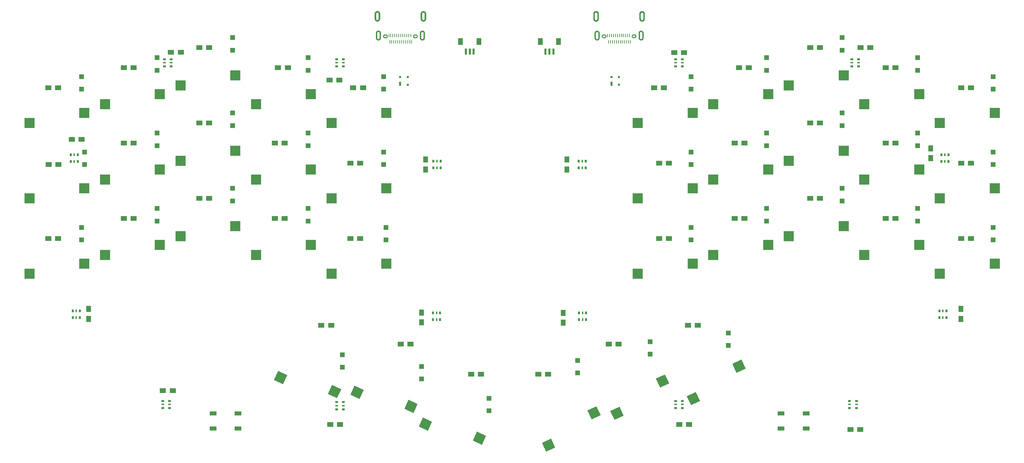
<source format=gbr>
G04 #@! TF.GenerationSoftware,KiCad,Pcbnew,(5.0.0)*
G04 #@! TF.CreationDate,2018-09-12T15:38:26+02:00*
G04 #@! TF.ProjectId,FNH35_rev1,464E4833355F726576312E6B69636164,rev?*
G04 #@! TF.SameCoordinates,Original*
G04 #@! TF.FileFunction,Paste,Bot*
G04 #@! TF.FilePolarity,Positive*
%FSLAX46Y46*%
G04 Gerber Fmt 4.6, Leading zero omitted, Abs format (unit mm)*
G04 Created by KiCad (PCBNEW (5.0.0)) date 09/12/18 15:38:26*
%MOMM*%
%LPD*%
G01*
G04 APERTURE LIST*
%ADD10C,0.001000*%
%ADD11R,2.550000X2.500000*%
%ADD12R,0.100000X0.100000*%
%ADD13R,0.270000X0.950000*%
%ADD14R,0.500000X0.800000*%
%ADD15R,0.300000X0.800000*%
%ADD16R,1.500000X1.250000*%
%ADD17R,0.800000X0.500000*%
%ADD18R,0.800000X0.300000*%
%ADD19C,2.500000*%
%ADD20C,0.100000*%
%ADD21R,1.250000X1.500000*%
%ADD22R,1.200000X1.200000*%
%ADD23R,1.700000X1.000000*%
%ADD24R,0.600000X1.000000*%
%ADD25R,0.600000X0.600000*%
%ADD26R,0.600000X1.550000*%
%ADD27R,1.200000X1.800000*%
G04 APERTURE END LIST*
D10*
G04 #@! TO.C,J102*
G36*
X-17599750Y-20931000D02*
X-17599750Y-21581000D01*
X-17599750Y-21590160D01*
X-17598790Y-21608470D01*
X-17596870Y-21626700D01*
X-17594010Y-21644800D01*
X-17590200Y-21662730D01*
X-17585450Y-21680440D01*
X-17579790Y-21697870D01*
X-17573220Y-21714980D01*
X-17565760Y-21731730D01*
X-17557440Y-21748060D01*
X-17548280Y-21763940D01*
X-17538290Y-21779310D01*
X-17527520Y-21794140D01*
X-17515980Y-21808380D01*
X-17503720Y-21822010D01*
X-17490760Y-21834970D01*
X-17477140Y-21847230D01*
X-17462890Y-21858770D01*
X-17448060Y-21869540D01*
X-17432690Y-21879530D01*
X-17416810Y-21888690D01*
X-17400480Y-21897010D01*
X-17383740Y-21904470D01*
X-17366620Y-21911040D01*
X-17349190Y-21916700D01*
X-17331490Y-21921450D01*
X-17313560Y-21925260D01*
X-17295450Y-21928120D01*
X-17277220Y-21930040D01*
X-17258920Y-21931000D01*
X-17249750Y-21931000D01*
X-17240590Y-21931000D01*
X-17222280Y-21930040D01*
X-17204050Y-21928120D01*
X-17185950Y-21925260D01*
X-17168020Y-21921450D01*
X-17150310Y-21916700D01*
X-17132880Y-21911040D01*
X-17115770Y-21904470D01*
X-17099020Y-21897010D01*
X-17082690Y-21888690D01*
X-17066810Y-21879530D01*
X-17051440Y-21869540D01*
X-17036610Y-21858770D01*
X-17022370Y-21847230D01*
X-17008740Y-21834970D01*
X-16995780Y-21822010D01*
X-16983520Y-21808390D01*
X-16971980Y-21794140D01*
X-16961210Y-21779310D01*
X-16951220Y-21763940D01*
X-16942060Y-21748060D01*
X-16933740Y-21731730D01*
X-16926280Y-21714990D01*
X-16919710Y-21697870D01*
X-16914050Y-21680440D01*
X-16909300Y-21662740D01*
X-16905490Y-21644810D01*
X-16902630Y-21626700D01*
X-16900710Y-21608470D01*
X-16899750Y-21590170D01*
X-16899750Y-21581000D01*
X-16899750Y-20931000D01*
X-16599750Y-20931000D01*
X-16599750Y-21581000D01*
X-16599750Y-21598020D01*
X-16601530Y-21632010D01*
X-16605090Y-21665870D01*
X-16610410Y-21699490D01*
X-16617490Y-21732790D01*
X-16626300Y-21765670D01*
X-16636820Y-21798050D01*
X-16649020Y-21829830D01*
X-16662870Y-21860920D01*
X-16678320Y-21891260D01*
X-16695340Y-21920740D01*
X-16713880Y-21949290D01*
X-16733890Y-21976830D01*
X-16755310Y-22003280D01*
X-16778090Y-22028580D01*
X-16802160Y-22052650D01*
X-16827460Y-22075430D01*
X-16853920Y-22096850D01*
X-16881460Y-22116860D01*
X-16910010Y-22135400D01*
X-16939490Y-22152420D01*
X-16969820Y-22167880D01*
X-17000920Y-22181730D01*
X-17032700Y-22193930D01*
X-17065070Y-22204450D01*
X-17097950Y-22213260D01*
X-17131250Y-22220330D01*
X-17164880Y-22225660D01*
X-17198730Y-22229220D01*
X-17232730Y-22231000D01*
X-17249750Y-22231000D01*
X-17266770Y-22231000D01*
X-17300760Y-22229220D01*
X-17334620Y-22225660D01*
X-17368240Y-22220340D01*
X-17401540Y-22213260D01*
X-17434420Y-22204450D01*
X-17466800Y-22193930D01*
X-17498580Y-22181730D01*
X-17529670Y-22167880D01*
X-17560010Y-22152430D01*
X-17589490Y-22135410D01*
X-17618040Y-22116870D01*
X-17645580Y-22096860D01*
X-17672030Y-22075440D01*
X-17697330Y-22052660D01*
X-17721400Y-22028590D01*
X-17744180Y-22003290D01*
X-17765600Y-21976830D01*
X-17785610Y-21949290D01*
X-17804150Y-21920740D01*
X-17821170Y-21891260D01*
X-17836630Y-21860930D01*
X-17850480Y-21829830D01*
X-17862680Y-21798050D01*
X-17873200Y-21765680D01*
X-17882010Y-21732800D01*
X-17889080Y-21699500D01*
X-17894410Y-21665870D01*
X-17897970Y-21632020D01*
X-17899750Y-21598020D01*
X-17899750Y-21581000D01*
X-17899750Y-20931000D01*
X-17599750Y-20931000D01*
G37*
X-17599750Y-20931000D02*
X-17599750Y-21581000D01*
X-17599750Y-21590160D01*
X-17598790Y-21608470D01*
X-17596870Y-21626700D01*
X-17594010Y-21644800D01*
X-17590200Y-21662730D01*
X-17585450Y-21680440D01*
X-17579790Y-21697870D01*
X-17573220Y-21714980D01*
X-17565760Y-21731730D01*
X-17557440Y-21748060D01*
X-17548280Y-21763940D01*
X-17538290Y-21779310D01*
X-17527520Y-21794140D01*
X-17515980Y-21808380D01*
X-17503720Y-21822010D01*
X-17490760Y-21834970D01*
X-17477140Y-21847230D01*
X-17462890Y-21858770D01*
X-17448060Y-21869540D01*
X-17432690Y-21879530D01*
X-17416810Y-21888690D01*
X-17400480Y-21897010D01*
X-17383740Y-21904470D01*
X-17366620Y-21911040D01*
X-17349190Y-21916700D01*
X-17331490Y-21921450D01*
X-17313560Y-21925260D01*
X-17295450Y-21928120D01*
X-17277220Y-21930040D01*
X-17258920Y-21931000D01*
X-17249750Y-21931000D01*
X-17240590Y-21931000D01*
X-17222280Y-21930040D01*
X-17204050Y-21928120D01*
X-17185950Y-21925260D01*
X-17168020Y-21921450D01*
X-17150310Y-21916700D01*
X-17132880Y-21911040D01*
X-17115770Y-21904470D01*
X-17099020Y-21897010D01*
X-17082690Y-21888690D01*
X-17066810Y-21879530D01*
X-17051440Y-21869540D01*
X-17036610Y-21858770D01*
X-17022370Y-21847230D01*
X-17008740Y-21834970D01*
X-16995780Y-21822010D01*
X-16983520Y-21808390D01*
X-16971980Y-21794140D01*
X-16961210Y-21779310D01*
X-16951220Y-21763940D01*
X-16942060Y-21748060D01*
X-16933740Y-21731730D01*
X-16926280Y-21714990D01*
X-16919710Y-21697870D01*
X-16914050Y-21680440D01*
X-16909300Y-21662740D01*
X-16905490Y-21644810D01*
X-16902630Y-21626700D01*
X-16900710Y-21608470D01*
X-16899750Y-21590170D01*
X-16899750Y-21581000D01*
X-16899750Y-20931000D01*
X-16599750Y-20931000D01*
X-16599750Y-21581000D01*
X-16599750Y-21598020D01*
X-16601530Y-21632010D01*
X-16605090Y-21665870D01*
X-16610410Y-21699490D01*
X-16617490Y-21732790D01*
X-16626300Y-21765670D01*
X-16636820Y-21798050D01*
X-16649020Y-21829830D01*
X-16662870Y-21860920D01*
X-16678320Y-21891260D01*
X-16695340Y-21920740D01*
X-16713880Y-21949290D01*
X-16733890Y-21976830D01*
X-16755310Y-22003280D01*
X-16778090Y-22028580D01*
X-16802160Y-22052650D01*
X-16827460Y-22075430D01*
X-16853920Y-22096850D01*
X-16881460Y-22116860D01*
X-16910010Y-22135400D01*
X-16939490Y-22152420D01*
X-16969820Y-22167880D01*
X-17000920Y-22181730D01*
X-17032700Y-22193930D01*
X-17065070Y-22204450D01*
X-17097950Y-22213260D01*
X-17131250Y-22220330D01*
X-17164880Y-22225660D01*
X-17198730Y-22229220D01*
X-17232730Y-22231000D01*
X-17249750Y-22231000D01*
X-17266770Y-22231000D01*
X-17300760Y-22229220D01*
X-17334620Y-22225660D01*
X-17368240Y-22220340D01*
X-17401540Y-22213260D01*
X-17434420Y-22204450D01*
X-17466800Y-22193930D01*
X-17498580Y-22181730D01*
X-17529670Y-22167880D01*
X-17560010Y-22152430D01*
X-17589490Y-22135410D01*
X-17618040Y-22116870D01*
X-17645580Y-22096860D01*
X-17672030Y-22075440D01*
X-17697330Y-22052660D01*
X-17721400Y-22028590D01*
X-17744180Y-22003290D01*
X-17765600Y-21976830D01*
X-17785610Y-21949290D01*
X-17804150Y-21920740D01*
X-17821170Y-21891260D01*
X-17836630Y-21860930D01*
X-17850480Y-21829830D01*
X-17862680Y-21798050D01*
X-17873200Y-21765680D01*
X-17882010Y-21732800D01*
X-17889080Y-21699500D01*
X-17894410Y-21665870D01*
X-17897970Y-21632020D01*
X-17899750Y-21598020D01*
X-17899750Y-21581000D01*
X-17899750Y-20931000D01*
X-17599750Y-20931000D01*
G36*
X-16899750Y-20931000D02*
X-16899750Y-20281000D01*
X-16899750Y-20271840D01*
X-16900710Y-20253530D01*
X-16902630Y-20235300D01*
X-16905490Y-20217200D01*
X-16909300Y-20199270D01*
X-16914050Y-20181560D01*
X-16919710Y-20164130D01*
X-16926280Y-20147020D01*
X-16933740Y-20130270D01*
X-16942060Y-20113940D01*
X-16951220Y-20098060D01*
X-16961210Y-20082690D01*
X-16971980Y-20067860D01*
X-16983520Y-20053620D01*
X-16995780Y-20039990D01*
X-17008740Y-20027030D01*
X-17022360Y-20014770D01*
X-17036610Y-20003230D01*
X-17051440Y-19992460D01*
X-17066810Y-19982470D01*
X-17082690Y-19973310D01*
X-17099020Y-19964990D01*
X-17115760Y-19957530D01*
X-17132880Y-19950960D01*
X-17150310Y-19945300D01*
X-17168010Y-19940550D01*
X-17185940Y-19936740D01*
X-17204050Y-19933880D01*
X-17222280Y-19931960D01*
X-17240580Y-19931000D01*
X-17249750Y-19931000D01*
X-17258910Y-19931000D01*
X-17277220Y-19931960D01*
X-17295450Y-19933880D01*
X-17313550Y-19936740D01*
X-17331480Y-19940550D01*
X-17349190Y-19945300D01*
X-17366620Y-19950960D01*
X-17383730Y-19957530D01*
X-17400480Y-19964990D01*
X-17416810Y-19973310D01*
X-17432690Y-19982470D01*
X-17448060Y-19992460D01*
X-17462890Y-20003230D01*
X-17477130Y-20014770D01*
X-17490760Y-20027030D01*
X-17503720Y-20039990D01*
X-17515980Y-20053610D01*
X-17527520Y-20067860D01*
X-17538290Y-20082690D01*
X-17548280Y-20098060D01*
X-17557440Y-20113940D01*
X-17565760Y-20130270D01*
X-17573220Y-20147010D01*
X-17579790Y-20164130D01*
X-17585450Y-20181560D01*
X-17590200Y-20199260D01*
X-17594010Y-20217190D01*
X-17596870Y-20235300D01*
X-17598790Y-20253530D01*
X-17599750Y-20271830D01*
X-17599750Y-20281000D01*
X-17599750Y-20931000D01*
X-17899750Y-20931000D01*
X-17899750Y-20281000D01*
X-17899750Y-20263980D01*
X-17897970Y-20229990D01*
X-17894410Y-20196130D01*
X-17889090Y-20162510D01*
X-17882010Y-20129210D01*
X-17873200Y-20096330D01*
X-17862680Y-20063950D01*
X-17850480Y-20032170D01*
X-17836630Y-20001080D01*
X-17821180Y-19970740D01*
X-17804160Y-19941260D01*
X-17785620Y-19912710D01*
X-17765610Y-19885170D01*
X-17744190Y-19858720D01*
X-17721410Y-19833420D01*
X-17697340Y-19809350D01*
X-17672040Y-19786570D01*
X-17645580Y-19765150D01*
X-17618040Y-19745140D01*
X-17589490Y-19726600D01*
X-17560010Y-19709580D01*
X-17529680Y-19694120D01*
X-17498580Y-19680270D01*
X-17466800Y-19668070D01*
X-17434430Y-19657550D01*
X-17401550Y-19648740D01*
X-17368250Y-19641670D01*
X-17334620Y-19636340D01*
X-17300770Y-19632780D01*
X-17266770Y-19631000D01*
X-17249750Y-19631000D01*
X-17232730Y-19631000D01*
X-17198740Y-19632780D01*
X-17164880Y-19636340D01*
X-17131260Y-19641660D01*
X-17097960Y-19648740D01*
X-17065080Y-19657550D01*
X-17032700Y-19668070D01*
X-17000920Y-19680270D01*
X-16969830Y-19694120D01*
X-16939490Y-19709570D01*
X-16910010Y-19726590D01*
X-16881460Y-19745130D01*
X-16853920Y-19765140D01*
X-16827470Y-19786560D01*
X-16802170Y-19809340D01*
X-16778100Y-19833410D01*
X-16755320Y-19858710D01*
X-16733900Y-19885170D01*
X-16713890Y-19912710D01*
X-16695350Y-19941260D01*
X-16678330Y-19970740D01*
X-16662870Y-20001070D01*
X-16649020Y-20032170D01*
X-16636820Y-20063950D01*
X-16626300Y-20096320D01*
X-16617490Y-20129200D01*
X-16610420Y-20162500D01*
X-16605090Y-20196130D01*
X-16601530Y-20229980D01*
X-16599750Y-20263980D01*
X-16599750Y-20281000D01*
X-16599750Y-20931000D01*
X-16899750Y-20931000D01*
G37*
X-16899750Y-20931000D02*
X-16899750Y-20281000D01*
X-16899750Y-20271840D01*
X-16900710Y-20253530D01*
X-16902630Y-20235300D01*
X-16905490Y-20217200D01*
X-16909300Y-20199270D01*
X-16914050Y-20181560D01*
X-16919710Y-20164130D01*
X-16926280Y-20147020D01*
X-16933740Y-20130270D01*
X-16942060Y-20113940D01*
X-16951220Y-20098060D01*
X-16961210Y-20082690D01*
X-16971980Y-20067860D01*
X-16983520Y-20053620D01*
X-16995780Y-20039990D01*
X-17008740Y-20027030D01*
X-17022360Y-20014770D01*
X-17036610Y-20003230D01*
X-17051440Y-19992460D01*
X-17066810Y-19982470D01*
X-17082690Y-19973310D01*
X-17099020Y-19964990D01*
X-17115760Y-19957530D01*
X-17132880Y-19950960D01*
X-17150310Y-19945300D01*
X-17168010Y-19940550D01*
X-17185940Y-19936740D01*
X-17204050Y-19933880D01*
X-17222280Y-19931960D01*
X-17240580Y-19931000D01*
X-17249750Y-19931000D01*
X-17258910Y-19931000D01*
X-17277220Y-19931960D01*
X-17295450Y-19933880D01*
X-17313550Y-19936740D01*
X-17331480Y-19940550D01*
X-17349190Y-19945300D01*
X-17366620Y-19950960D01*
X-17383730Y-19957530D01*
X-17400480Y-19964990D01*
X-17416810Y-19973310D01*
X-17432690Y-19982470D01*
X-17448060Y-19992460D01*
X-17462890Y-20003230D01*
X-17477130Y-20014770D01*
X-17490760Y-20027030D01*
X-17503720Y-20039990D01*
X-17515980Y-20053610D01*
X-17527520Y-20067860D01*
X-17538290Y-20082690D01*
X-17548280Y-20098060D01*
X-17557440Y-20113940D01*
X-17565760Y-20130270D01*
X-17573220Y-20147010D01*
X-17579790Y-20164130D01*
X-17585450Y-20181560D01*
X-17590200Y-20199260D01*
X-17594010Y-20217190D01*
X-17596870Y-20235300D01*
X-17598790Y-20253530D01*
X-17599750Y-20271830D01*
X-17599750Y-20281000D01*
X-17599750Y-20931000D01*
X-17899750Y-20931000D01*
X-17899750Y-20281000D01*
X-17899750Y-20263980D01*
X-17897970Y-20229990D01*
X-17894410Y-20196130D01*
X-17889090Y-20162510D01*
X-17882010Y-20129210D01*
X-17873200Y-20096330D01*
X-17862680Y-20063950D01*
X-17850480Y-20032170D01*
X-17836630Y-20001080D01*
X-17821180Y-19970740D01*
X-17804160Y-19941260D01*
X-17785620Y-19912710D01*
X-17765610Y-19885170D01*
X-17744190Y-19858720D01*
X-17721410Y-19833420D01*
X-17697340Y-19809350D01*
X-17672040Y-19786570D01*
X-17645580Y-19765150D01*
X-17618040Y-19745140D01*
X-17589490Y-19726600D01*
X-17560010Y-19709580D01*
X-17529680Y-19694120D01*
X-17498580Y-19680270D01*
X-17466800Y-19668070D01*
X-17434430Y-19657550D01*
X-17401550Y-19648740D01*
X-17368250Y-19641670D01*
X-17334620Y-19636340D01*
X-17300770Y-19632780D01*
X-17266770Y-19631000D01*
X-17249750Y-19631000D01*
X-17232730Y-19631000D01*
X-17198740Y-19632780D01*
X-17164880Y-19636340D01*
X-17131260Y-19641660D01*
X-17097960Y-19648740D01*
X-17065080Y-19657550D01*
X-17032700Y-19668070D01*
X-17000920Y-19680270D01*
X-16969830Y-19694120D01*
X-16939490Y-19709570D01*
X-16910010Y-19726590D01*
X-16881460Y-19745130D01*
X-16853920Y-19765140D01*
X-16827470Y-19786560D01*
X-16802170Y-19809340D01*
X-16778100Y-19833410D01*
X-16755320Y-19858710D01*
X-16733900Y-19885170D01*
X-16713890Y-19912710D01*
X-16695350Y-19941260D01*
X-16678330Y-19970740D01*
X-16662870Y-20001070D01*
X-16649020Y-20032170D01*
X-16636820Y-20063950D01*
X-16626300Y-20096320D01*
X-16617490Y-20129200D01*
X-16610420Y-20162500D01*
X-16605090Y-20196130D01*
X-16601530Y-20229980D01*
X-16599750Y-20263980D01*
X-16599750Y-20281000D01*
X-16599750Y-20931000D01*
X-16899750Y-20931000D01*
G36*
X-17599750Y-20931000D02*
X-17599750Y-21581000D01*
X-17599750Y-21590160D01*
X-17598790Y-21608470D01*
X-17596870Y-21626700D01*
X-17594010Y-21644800D01*
X-17590200Y-21662730D01*
X-17585450Y-21680440D01*
X-17579790Y-21697870D01*
X-17573220Y-21714980D01*
X-17565760Y-21731730D01*
X-17557440Y-21748060D01*
X-17548280Y-21763940D01*
X-17538290Y-21779310D01*
X-17527520Y-21794140D01*
X-17515980Y-21808380D01*
X-17503720Y-21822010D01*
X-17490760Y-21834970D01*
X-17477140Y-21847230D01*
X-17462890Y-21858770D01*
X-17448060Y-21869540D01*
X-17432690Y-21879530D01*
X-17416810Y-21888690D01*
X-17400480Y-21897010D01*
X-17383740Y-21904470D01*
X-17366620Y-21911040D01*
X-17349190Y-21916700D01*
X-17331490Y-21921450D01*
X-17313560Y-21925260D01*
X-17295450Y-21928120D01*
X-17277220Y-21930040D01*
X-17258920Y-21931000D01*
X-17249750Y-21931000D01*
X-17240590Y-21931000D01*
X-17222280Y-21930040D01*
X-17204050Y-21928120D01*
X-17185950Y-21925260D01*
X-17168020Y-21921450D01*
X-17150310Y-21916700D01*
X-17132880Y-21911040D01*
X-17115770Y-21904470D01*
X-17099020Y-21897010D01*
X-17082690Y-21888690D01*
X-17066810Y-21879530D01*
X-17051440Y-21869540D01*
X-17036610Y-21858770D01*
X-17022370Y-21847230D01*
X-17008740Y-21834970D01*
X-16995780Y-21822010D01*
X-16983520Y-21808390D01*
X-16971980Y-21794140D01*
X-16961210Y-21779310D01*
X-16951220Y-21763940D01*
X-16942060Y-21748060D01*
X-16933740Y-21731730D01*
X-16926280Y-21714990D01*
X-16919710Y-21697870D01*
X-16914050Y-21680440D01*
X-16909300Y-21662740D01*
X-16905490Y-21644810D01*
X-16902630Y-21626700D01*
X-16900710Y-21608470D01*
X-16899750Y-21590170D01*
X-16899750Y-21581000D01*
X-16899750Y-20931000D01*
X-16599750Y-20931000D01*
X-16599750Y-21581000D01*
X-16599750Y-21598020D01*
X-16601530Y-21632010D01*
X-16605090Y-21665870D01*
X-16610410Y-21699490D01*
X-16617490Y-21732790D01*
X-16626300Y-21765670D01*
X-16636820Y-21798050D01*
X-16649020Y-21829830D01*
X-16662870Y-21860920D01*
X-16678320Y-21891260D01*
X-16695340Y-21920740D01*
X-16713880Y-21949290D01*
X-16733890Y-21976830D01*
X-16755310Y-22003280D01*
X-16778090Y-22028580D01*
X-16802160Y-22052650D01*
X-16827460Y-22075430D01*
X-16853920Y-22096850D01*
X-16881460Y-22116860D01*
X-16910010Y-22135400D01*
X-16939490Y-22152420D01*
X-16969820Y-22167880D01*
X-17000920Y-22181730D01*
X-17032700Y-22193930D01*
X-17065070Y-22204450D01*
X-17097950Y-22213260D01*
X-17131250Y-22220330D01*
X-17164880Y-22225660D01*
X-17198730Y-22229220D01*
X-17232730Y-22231000D01*
X-17249750Y-22231000D01*
X-17266770Y-22231000D01*
X-17300760Y-22229220D01*
X-17334620Y-22225660D01*
X-17368240Y-22220340D01*
X-17401540Y-22213260D01*
X-17434420Y-22204450D01*
X-17466800Y-22193930D01*
X-17498580Y-22181730D01*
X-17529670Y-22167880D01*
X-17560010Y-22152430D01*
X-17589490Y-22135410D01*
X-17618040Y-22116870D01*
X-17645580Y-22096860D01*
X-17672030Y-22075440D01*
X-17697330Y-22052660D01*
X-17721400Y-22028590D01*
X-17744180Y-22003290D01*
X-17765600Y-21976830D01*
X-17785610Y-21949290D01*
X-17804150Y-21920740D01*
X-17821170Y-21891260D01*
X-17836630Y-21860930D01*
X-17850480Y-21829830D01*
X-17862680Y-21798050D01*
X-17873200Y-21765680D01*
X-17882010Y-21732800D01*
X-17889080Y-21699500D01*
X-17894410Y-21665870D01*
X-17897970Y-21632020D01*
X-17899750Y-21598020D01*
X-17899750Y-21581000D01*
X-17899750Y-20931000D01*
X-17599750Y-20931000D01*
G37*
X-17599750Y-20931000D02*
X-17599750Y-21581000D01*
X-17599750Y-21590160D01*
X-17598790Y-21608470D01*
X-17596870Y-21626700D01*
X-17594010Y-21644800D01*
X-17590200Y-21662730D01*
X-17585450Y-21680440D01*
X-17579790Y-21697870D01*
X-17573220Y-21714980D01*
X-17565760Y-21731730D01*
X-17557440Y-21748060D01*
X-17548280Y-21763940D01*
X-17538290Y-21779310D01*
X-17527520Y-21794140D01*
X-17515980Y-21808380D01*
X-17503720Y-21822010D01*
X-17490760Y-21834970D01*
X-17477140Y-21847230D01*
X-17462890Y-21858770D01*
X-17448060Y-21869540D01*
X-17432690Y-21879530D01*
X-17416810Y-21888690D01*
X-17400480Y-21897010D01*
X-17383740Y-21904470D01*
X-17366620Y-21911040D01*
X-17349190Y-21916700D01*
X-17331490Y-21921450D01*
X-17313560Y-21925260D01*
X-17295450Y-21928120D01*
X-17277220Y-21930040D01*
X-17258920Y-21931000D01*
X-17249750Y-21931000D01*
X-17240590Y-21931000D01*
X-17222280Y-21930040D01*
X-17204050Y-21928120D01*
X-17185950Y-21925260D01*
X-17168020Y-21921450D01*
X-17150310Y-21916700D01*
X-17132880Y-21911040D01*
X-17115770Y-21904470D01*
X-17099020Y-21897010D01*
X-17082690Y-21888690D01*
X-17066810Y-21879530D01*
X-17051440Y-21869540D01*
X-17036610Y-21858770D01*
X-17022370Y-21847230D01*
X-17008740Y-21834970D01*
X-16995780Y-21822010D01*
X-16983520Y-21808390D01*
X-16971980Y-21794140D01*
X-16961210Y-21779310D01*
X-16951220Y-21763940D01*
X-16942060Y-21748060D01*
X-16933740Y-21731730D01*
X-16926280Y-21714990D01*
X-16919710Y-21697870D01*
X-16914050Y-21680440D01*
X-16909300Y-21662740D01*
X-16905490Y-21644810D01*
X-16902630Y-21626700D01*
X-16900710Y-21608470D01*
X-16899750Y-21590170D01*
X-16899750Y-21581000D01*
X-16899750Y-20931000D01*
X-16599750Y-20931000D01*
X-16599750Y-21581000D01*
X-16599750Y-21598020D01*
X-16601530Y-21632010D01*
X-16605090Y-21665870D01*
X-16610410Y-21699490D01*
X-16617490Y-21732790D01*
X-16626300Y-21765670D01*
X-16636820Y-21798050D01*
X-16649020Y-21829830D01*
X-16662870Y-21860920D01*
X-16678320Y-21891260D01*
X-16695340Y-21920740D01*
X-16713880Y-21949290D01*
X-16733890Y-21976830D01*
X-16755310Y-22003280D01*
X-16778090Y-22028580D01*
X-16802160Y-22052650D01*
X-16827460Y-22075430D01*
X-16853920Y-22096850D01*
X-16881460Y-22116860D01*
X-16910010Y-22135400D01*
X-16939490Y-22152420D01*
X-16969820Y-22167880D01*
X-17000920Y-22181730D01*
X-17032700Y-22193930D01*
X-17065070Y-22204450D01*
X-17097950Y-22213260D01*
X-17131250Y-22220330D01*
X-17164880Y-22225660D01*
X-17198730Y-22229220D01*
X-17232730Y-22231000D01*
X-17249750Y-22231000D01*
X-17266770Y-22231000D01*
X-17300760Y-22229220D01*
X-17334620Y-22225660D01*
X-17368240Y-22220340D01*
X-17401540Y-22213260D01*
X-17434420Y-22204450D01*
X-17466800Y-22193930D01*
X-17498580Y-22181730D01*
X-17529670Y-22167880D01*
X-17560010Y-22152430D01*
X-17589490Y-22135410D01*
X-17618040Y-22116870D01*
X-17645580Y-22096860D01*
X-17672030Y-22075440D01*
X-17697330Y-22052660D01*
X-17721400Y-22028590D01*
X-17744180Y-22003290D01*
X-17765600Y-21976830D01*
X-17785610Y-21949290D01*
X-17804150Y-21920740D01*
X-17821170Y-21891260D01*
X-17836630Y-21860930D01*
X-17850480Y-21829830D01*
X-17862680Y-21798050D01*
X-17873200Y-21765680D01*
X-17882010Y-21732800D01*
X-17889080Y-21699500D01*
X-17894410Y-21665870D01*
X-17897970Y-21632020D01*
X-17899750Y-21598020D01*
X-17899750Y-21581000D01*
X-17899750Y-20931000D01*
X-17599750Y-20931000D01*
G36*
X-16899750Y-20931000D02*
X-16899750Y-20281000D01*
X-16899750Y-20271840D01*
X-16900710Y-20253530D01*
X-16902630Y-20235300D01*
X-16905490Y-20217200D01*
X-16909300Y-20199270D01*
X-16914050Y-20181560D01*
X-16919710Y-20164130D01*
X-16926280Y-20147020D01*
X-16933740Y-20130270D01*
X-16942060Y-20113940D01*
X-16951220Y-20098060D01*
X-16961210Y-20082690D01*
X-16971980Y-20067860D01*
X-16983520Y-20053620D01*
X-16995780Y-20039990D01*
X-17008740Y-20027030D01*
X-17022360Y-20014770D01*
X-17036610Y-20003230D01*
X-17051440Y-19992460D01*
X-17066810Y-19982470D01*
X-17082690Y-19973310D01*
X-17099020Y-19964990D01*
X-17115760Y-19957530D01*
X-17132880Y-19950960D01*
X-17150310Y-19945300D01*
X-17168010Y-19940550D01*
X-17185940Y-19936740D01*
X-17204050Y-19933880D01*
X-17222280Y-19931960D01*
X-17240580Y-19931000D01*
X-17249750Y-19931000D01*
X-17258910Y-19931000D01*
X-17277220Y-19931960D01*
X-17295450Y-19933880D01*
X-17313550Y-19936740D01*
X-17331480Y-19940550D01*
X-17349190Y-19945300D01*
X-17366620Y-19950960D01*
X-17383730Y-19957530D01*
X-17400480Y-19964990D01*
X-17416810Y-19973310D01*
X-17432690Y-19982470D01*
X-17448060Y-19992460D01*
X-17462890Y-20003230D01*
X-17477130Y-20014770D01*
X-17490760Y-20027030D01*
X-17503720Y-20039990D01*
X-17515980Y-20053610D01*
X-17527520Y-20067860D01*
X-17538290Y-20082690D01*
X-17548280Y-20098060D01*
X-17557440Y-20113940D01*
X-17565760Y-20130270D01*
X-17573220Y-20147010D01*
X-17579790Y-20164130D01*
X-17585450Y-20181560D01*
X-17590200Y-20199260D01*
X-17594010Y-20217190D01*
X-17596870Y-20235300D01*
X-17598790Y-20253530D01*
X-17599750Y-20271830D01*
X-17599750Y-20281000D01*
X-17599750Y-20931000D01*
X-17899750Y-20931000D01*
X-17899750Y-20281000D01*
X-17899750Y-20263980D01*
X-17897970Y-20229990D01*
X-17894410Y-20196130D01*
X-17889090Y-20162510D01*
X-17882010Y-20129210D01*
X-17873200Y-20096330D01*
X-17862680Y-20063950D01*
X-17850480Y-20032170D01*
X-17836630Y-20001080D01*
X-17821180Y-19970740D01*
X-17804160Y-19941260D01*
X-17785620Y-19912710D01*
X-17765610Y-19885170D01*
X-17744190Y-19858720D01*
X-17721410Y-19833420D01*
X-17697340Y-19809350D01*
X-17672040Y-19786570D01*
X-17645580Y-19765150D01*
X-17618040Y-19745140D01*
X-17589490Y-19726600D01*
X-17560010Y-19709580D01*
X-17529680Y-19694120D01*
X-17498580Y-19680270D01*
X-17466800Y-19668070D01*
X-17434430Y-19657550D01*
X-17401550Y-19648740D01*
X-17368250Y-19641670D01*
X-17334620Y-19636340D01*
X-17300770Y-19632780D01*
X-17266770Y-19631000D01*
X-17249750Y-19631000D01*
X-17232730Y-19631000D01*
X-17198740Y-19632780D01*
X-17164880Y-19636340D01*
X-17131260Y-19641660D01*
X-17097960Y-19648740D01*
X-17065080Y-19657550D01*
X-17032700Y-19668070D01*
X-17000920Y-19680270D01*
X-16969830Y-19694120D01*
X-16939490Y-19709570D01*
X-16910010Y-19726590D01*
X-16881460Y-19745130D01*
X-16853920Y-19765140D01*
X-16827470Y-19786560D01*
X-16802170Y-19809340D01*
X-16778100Y-19833410D01*
X-16755320Y-19858710D01*
X-16733900Y-19885170D01*
X-16713890Y-19912710D01*
X-16695350Y-19941260D01*
X-16678330Y-19970740D01*
X-16662870Y-20001070D01*
X-16649020Y-20032170D01*
X-16636820Y-20063950D01*
X-16626300Y-20096320D01*
X-16617490Y-20129200D01*
X-16610420Y-20162500D01*
X-16605090Y-20196130D01*
X-16601530Y-20229980D01*
X-16599750Y-20263980D01*
X-16599750Y-20281000D01*
X-16599750Y-20931000D01*
X-16899750Y-20931000D01*
G37*
X-16899750Y-20931000D02*
X-16899750Y-20281000D01*
X-16899750Y-20271840D01*
X-16900710Y-20253530D01*
X-16902630Y-20235300D01*
X-16905490Y-20217200D01*
X-16909300Y-20199270D01*
X-16914050Y-20181560D01*
X-16919710Y-20164130D01*
X-16926280Y-20147020D01*
X-16933740Y-20130270D01*
X-16942060Y-20113940D01*
X-16951220Y-20098060D01*
X-16961210Y-20082690D01*
X-16971980Y-20067860D01*
X-16983520Y-20053620D01*
X-16995780Y-20039990D01*
X-17008740Y-20027030D01*
X-17022360Y-20014770D01*
X-17036610Y-20003230D01*
X-17051440Y-19992460D01*
X-17066810Y-19982470D01*
X-17082690Y-19973310D01*
X-17099020Y-19964990D01*
X-17115760Y-19957530D01*
X-17132880Y-19950960D01*
X-17150310Y-19945300D01*
X-17168010Y-19940550D01*
X-17185940Y-19936740D01*
X-17204050Y-19933880D01*
X-17222280Y-19931960D01*
X-17240580Y-19931000D01*
X-17249750Y-19931000D01*
X-17258910Y-19931000D01*
X-17277220Y-19931960D01*
X-17295450Y-19933880D01*
X-17313550Y-19936740D01*
X-17331480Y-19940550D01*
X-17349190Y-19945300D01*
X-17366620Y-19950960D01*
X-17383730Y-19957530D01*
X-17400480Y-19964990D01*
X-17416810Y-19973310D01*
X-17432690Y-19982470D01*
X-17448060Y-19992460D01*
X-17462890Y-20003230D01*
X-17477130Y-20014770D01*
X-17490760Y-20027030D01*
X-17503720Y-20039990D01*
X-17515980Y-20053610D01*
X-17527520Y-20067860D01*
X-17538290Y-20082690D01*
X-17548280Y-20098060D01*
X-17557440Y-20113940D01*
X-17565760Y-20130270D01*
X-17573220Y-20147010D01*
X-17579790Y-20164130D01*
X-17585450Y-20181560D01*
X-17590200Y-20199260D01*
X-17594010Y-20217190D01*
X-17596870Y-20235300D01*
X-17598790Y-20253530D01*
X-17599750Y-20271830D01*
X-17599750Y-20281000D01*
X-17599750Y-20931000D01*
X-17899750Y-20931000D01*
X-17899750Y-20281000D01*
X-17899750Y-20263980D01*
X-17897970Y-20229990D01*
X-17894410Y-20196130D01*
X-17889090Y-20162510D01*
X-17882010Y-20129210D01*
X-17873200Y-20096330D01*
X-17862680Y-20063950D01*
X-17850480Y-20032170D01*
X-17836630Y-20001080D01*
X-17821180Y-19970740D01*
X-17804160Y-19941260D01*
X-17785620Y-19912710D01*
X-17765610Y-19885170D01*
X-17744190Y-19858720D01*
X-17721410Y-19833420D01*
X-17697340Y-19809350D01*
X-17672040Y-19786570D01*
X-17645580Y-19765150D01*
X-17618040Y-19745140D01*
X-17589490Y-19726600D01*
X-17560010Y-19709580D01*
X-17529680Y-19694120D01*
X-17498580Y-19680270D01*
X-17466800Y-19668070D01*
X-17434430Y-19657550D01*
X-17401550Y-19648740D01*
X-17368250Y-19641670D01*
X-17334620Y-19636340D01*
X-17300770Y-19632780D01*
X-17266770Y-19631000D01*
X-17249750Y-19631000D01*
X-17232730Y-19631000D01*
X-17198740Y-19632780D01*
X-17164880Y-19636340D01*
X-17131260Y-19641660D01*
X-17097960Y-19648740D01*
X-17065080Y-19657550D01*
X-17032700Y-19668070D01*
X-17000920Y-19680270D01*
X-16969830Y-19694120D01*
X-16939490Y-19709570D01*
X-16910010Y-19726590D01*
X-16881460Y-19745130D01*
X-16853920Y-19765140D01*
X-16827470Y-19786560D01*
X-16802170Y-19809340D01*
X-16778100Y-19833410D01*
X-16755320Y-19858710D01*
X-16733900Y-19885170D01*
X-16713890Y-19912710D01*
X-16695350Y-19941260D01*
X-16678330Y-19970740D01*
X-16662870Y-20001070D01*
X-16649020Y-20032170D01*
X-16636820Y-20063950D01*
X-16626300Y-20096320D01*
X-16617490Y-20129200D01*
X-16610420Y-20162500D01*
X-16605090Y-20196130D01*
X-16601530Y-20229980D01*
X-16599750Y-20263980D01*
X-16599750Y-20281000D01*
X-16599750Y-20931000D01*
X-16899750Y-20931000D01*
G36*
X-5999750Y-20931000D02*
X-5999750Y-21581000D01*
X-5999750Y-21590160D01*
X-5998790Y-21608470D01*
X-5996870Y-21626700D01*
X-5994010Y-21644800D01*
X-5990200Y-21662730D01*
X-5985450Y-21680440D01*
X-5979790Y-21697870D01*
X-5973220Y-21714980D01*
X-5965760Y-21731730D01*
X-5957440Y-21748060D01*
X-5948280Y-21763940D01*
X-5938290Y-21779310D01*
X-5927520Y-21794140D01*
X-5915980Y-21808380D01*
X-5903720Y-21822010D01*
X-5890760Y-21834970D01*
X-5877140Y-21847230D01*
X-5862890Y-21858770D01*
X-5848060Y-21869540D01*
X-5832690Y-21879530D01*
X-5816810Y-21888690D01*
X-5800480Y-21897010D01*
X-5783740Y-21904470D01*
X-5766620Y-21911040D01*
X-5749190Y-21916700D01*
X-5731490Y-21921450D01*
X-5713560Y-21925260D01*
X-5695450Y-21928120D01*
X-5677220Y-21930040D01*
X-5658920Y-21931000D01*
X-5649750Y-21931000D01*
X-5640590Y-21931000D01*
X-5622280Y-21930040D01*
X-5604050Y-21928120D01*
X-5585950Y-21925260D01*
X-5568020Y-21921450D01*
X-5550310Y-21916700D01*
X-5532880Y-21911040D01*
X-5515770Y-21904470D01*
X-5499020Y-21897010D01*
X-5482690Y-21888690D01*
X-5466810Y-21879530D01*
X-5451440Y-21869540D01*
X-5436610Y-21858770D01*
X-5422370Y-21847230D01*
X-5408740Y-21834970D01*
X-5395780Y-21822010D01*
X-5383520Y-21808390D01*
X-5371980Y-21794140D01*
X-5361210Y-21779310D01*
X-5351220Y-21763940D01*
X-5342060Y-21748060D01*
X-5333740Y-21731730D01*
X-5326280Y-21714990D01*
X-5319710Y-21697870D01*
X-5314050Y-21680440D01*
X-5309300Y-21662740D01*
X-5305490Y-21644810D01*
X-5302630Y-21626700D01*
X-5300710Y-21608470D01*
X-5299750Y-21590170D01*
X-5299750Y-21581000D01*
X-5299750Y-20931000D01*
X-4999750Y-20931000D01*
X-4999750Y-21581000D01*
X-4999750Y-21598020D01*
X-5001530Y-21632010D01*
X-5005090Y-21665870D01*
X-5010410Y-21699490D01*
X-5017490Y-21732790D01*
X-5026300Y-21765670D01*
X-5036820Y-21798050D01*
X-5049020Y-21829830D01*
X-5062870Y-21860920D01*
X-5078320Y-21891260D01*
X-5095340Y-21920740D01*
X-5113880Y-21949290D01*
X-5133890Y-21976830D01*
X-5155310Y-22003280D01*
X-5178090Y-22028580D01*
X-5202160Y-22052650D01*
X-5227460Y-22075430D01*
X-5253920Y-22096850D01*
X-5281460Y-22116860D01*
X-5310010Y-22135400D01*
X-5339490Y-22152420D01*
X-5369820Y-22167880D01*
X-5400920Y-22181730D01*
X-5432700Y-22193930D01*
X-5465070Y-22204450D01*
X-5497950Y-22213260D01*
X-5531250Y-22220330D01*
X-5564880Y-22225660D01*
X-5598730Y-22229220D01*
X-5632730Y-22231000D01*
X-5649750Y-22231000D01*
X-5666770Y-22231000D01*
X-5700760Y-22229220D01*
X-5734620Y-22225660D01*
X-5768240Y-22220340D01*
X-5801540Y-22213260D01*
X-5834420Y-22204450D01*
X-5866800Y-22193930D01*
X-5898580Y-22181730D01*
X-5929670Y-22167880D01*
X-5960010Y-22152430D01*
X-5989490Y-22135410D01*
X-6018040Y-22116870D01*
X-6045580Y-22096860D01*
X-6072030Y-22075440D01*
X-6097330Y-22052660D01*
X-6121400Y-22028590D01*
X-6144180Y-22003290D01*
X-6165600Y-21976830D01*
X-6185610Y-21949290D01*
X-6204150Y-21920740D01*
X-6221170Y-21891260D01*
X-6236630Y-21860930D01*
X-6250480Y-21829830D01*
X-6262680Y-21798050D01*
X-6273200Y-21765680D01*
X-6282010Y-21732800D01*
X-6289080Y-21699500D01*
X-6294410Y-21665870D01*
X-6297970Y-21632020D01*
X-6299750Y-21598020D01*
X-6299750Y-21581000D01*
X-6299750Y-20931000D01*
X-5999750Y-20931000D01*
G37*
X-5999750Y-20931000D02*
X-5999750Y-21581000D01*
X-5999750Y-21590160D01*
X-5998790Y-21608470D01*
X-5996870Y-21626700D01*
X-5994010Y-21644800D01*
X-5990200Y-21662730D01*
X-5985450Y-21680440D01*
X-5979790Y-21697870D01*
X-5973220Y-21714980D01*
X-5965760Y-21731730D01*
X-5957440Y-21748060D01*
X-5948280Y-21763940D01*
X-5938290Y-21779310D01*
X-5927520Y-21794140D01*
X-5915980Y-21808380D01*
X-5903720Y-21822010D01*
X-5890760Y-21834970D01*
X-5877140Y-21847230D01*
X-5862890Y-21858770D01*
X-5848060Y-21869540D01*
X-5832690Y-21879530D01*
X-5816810Y-21888690D01*
X-5800480Y-21897010D01*
X-5783740Y-21904470D01*
X-5766620Y-21911040D01*
X-5749190Y-21916700D01*
X-5731490Y-21921450D01*
X-5713560Y-21925260D01*
X-5695450Y-21928120D01*
X-5677220Y-21930040D01*
X-5658920Y-21931000D01*
X-5649750Y-21931000D01*
X-5640590Y-21931000D01*
X-5622280Y-21930040D01*
X-5604050Y-21928120D01*
X-5585950Y-21925260D01*
X-5568020Y-21921450D01*
X-5550310Y-21916700D01*
X-5532880Y-21911040D01*
X-5515770Y-21904470D01*
X-5499020Y-21897010D01*
X-5482690Y-21888690D01*
X-5466810Y-21879530D01*
X-5451440Y-21869540D01*
X-5436610Y-21858770D01*
X-5422370Y-21847230D01*
X-5408740Y-21834970D01*
X-5395780Y-21822010D01*
X-5383520Y-21808390D01*
X-5371980Y-21794140D01*
X-5361210Y-21779310D01*
X-5351220Y-21763940D01*
X-5342060Y-21748060D01*
X-5333740Y-21731730D01*
X-5326280Y-21714990D01*
X-5319710Y-21697870D01*
X-5314050Y-21680440D01*
X-5309300Y-21662740D01*
X-5305490Y-21644810D01*
X-5302630Y-21626700D01*
X-5300710Y-21608470D01*
X-5299750Y-21590170D01*
X-5299750Y-21581000D01*
X-5299750Y-20931000D01*
X-4999750Y-20931000D01*
X-4999750Y-21581000D01*
X-4999750Y-21598020D01*
X-5001530Y-21632010D01*
X-5005090Y-21665870D01*
X-5010410Y-21699490D01*
X-5017490Y-21732790D01*
X-5026300Y-21765670D01*
X-5036820Y-21798050D01*
X-5049020Y-21829830D01*
X-5062870Y-21860920D01*
X-5078320Y-21891260D01*
X-5095340Y-21920740D01*
X-5113880Y-21949290D01*
X-5133890Y-21976830D01*
X-5155310Y-22003280D01*
X-5178090Y-22028580D01*
X-5202160Y-22052650D01*
X-5227460Y-22075430D01*
X-5253920Y-22096850D01*
X-5281460Y-22116860D01*
X-5310010Y-22135400D01*
X-5339490Y-22152420D01*
X-5369820Y-22167880D01*
X-5400920Y-22181730D01*
X-5432700Y-22193930D01*
X-5465070Y-22204450D01*
X-5497950Y-22213260D01*
X-5531250Y-22220330D01*
X-5564880Y-22225660D01*
X-5598730Y-22229220D01*
X-5632730Y-22231000D01*
X-5649750Y-22231000D01*
X-5666770Y-22231000D01*
X-5700760Y-22229220D01*
X-5734620Y-22225660D01*
X-5768240Y-22220340D01*
X-5801540Y-22213260D01*
X-5834420Y-22204450D01*
X-5866800Y-22193930D01*
X-5898580Y-22181730D01*
X-5929670Y-22167880D01*
X-5960010Y-22152430D01*
X-5989490Y-22135410D01*
X-6018040Y-22116870D01*
X-6045580Y-22096860D01*
X-6072030Y-22075440D01*
X-6097330Y-22052660D01*
X-6121400Y-22028590D01*
X-6144180Y-22003290D01*
X-6165600Y-21976830D01*
X-6185610Y-21949290D01*
X-6204150Y-21920740D01*
X-6221170Y-21891260D01*
X-6236630Y-21860930D01*
X-6250480Y-21829830D01*
X-6262680Y-21798050D01*
X-6273200Y-21765680D01*
X-6282010Y-21732800D01*
X-6289080Y-21699500D01*
X-6294410Y-21665870D01*
X-6297970Y-21632020D01*
X-6299750Y-21598020D01*
X-6299750Y-21581000D01*
X-6299750Y-20931000D01*
X-5999750Y-20931000D01*
G36*
X-5299750Y-20931000D02*
X-5299750Y-20281000D01*
X-5299750Y-20271840D01*
X-5300710Y-20253530D01*
X-5302630Y-20235300D01*
X-5305490Y-20217200D01*
X-5309300Y-20199270D01*
X-5314050Y-20181560D01*
X-5319710Y-20164130D01*
X-5326280Y-20147020D01*
X-5333740Y-20130270D01*
X-5342060Y-20113940D01*
X-5351220Y-20098060D01*
X-5361210Y-20082690D01*
X-5371980Y-20067860D01*
X-5383520Y-20053620D01*
X-5395780Y-20039990D01*
X-5408740Y-20027030D01*
X-5422360Y-20014770D01*
X-5436610Y-20003230D01*
X-5451440Y-19992460D01*
X-5466810Y-19982470D01*
X-5482690Y-19973310D01*
X-5499020Y-19964990D01*
X-5515760Y-19957530D01*
X-5532880Y-19950960D01*
X-5550310Y-19945300D01*
X-5568010Y-19940550D01*
X-5585940Y-19936740D01*
X-5604050Y-19933880D01*
X-5622280Y-19931960D01*
X-5640580Y-19931000D01*
X-5649750Y-19931000D01*
X-5658910Y-19931000D01*
X-5677220Y-19931960D01*
X-5695450Y-19933880D01*
X-5713550Y-19936740D01*
X-5731480Y-19940550D01*
X-5749190Y-19945300D01*
X-5766620Y-19950960D01*
X-5783730Y-19957530D01*
X-5800480Y-19964990D01*
X-5816810Y-19973310D01*
X-5832690Y-19982470D01*
X-5848060Y-19992460D01*
X-5862890Y-20003230D01*
X-5877130Y-20014770D01*
X-5890760Y-20027030D01*
X-5903720Y-20039990D01*
X-5915980Y-20053610D01*
X-5927520Y-20067860D01*
X-5938290Y-20082690D01*
X-5948280Y-20098060D01*
X-5957440Y-20113940D01*
X-5965760Y-20130270D01*
X-5973220Y-20147010D01*
X-5979790Y-20164130D01*
X-5985450Y-20181560D01*
X-5990200Y-20199260D01*
X-5994010Y-20217190D01*
X-5996870Y-20235300D01*
X-5998790Y-20253530D01*
X-5999750Y-20271830D01*
X-5999750Y-20281000D01*
X-5999750Y-20931000D01*
X-6299750Y-20931000D01*
X-6299750Y-20281000D01*
X-6299750Y-20263980D01*
X-6297970Y-20229990D01*
X-6294410Y-20196130D01*
X-6289090Y-20162510D01*
X-6282010Y-20129210D01*
X-6273200Y-20096330D01*
X-6262680Y-20063950D01*
X-6250480Y-20032170D01*
X-6236630Y-20001080D01*
X-6221180Y-19970740D01*
X-6204160Y-19941260D01*
X-6185620Y-19912710D01*
X-6165610Y-19885170D01*
X-6144190Y-19858720D01*
X-6121410Y-19833420D01*
X-6097340Y-19809350D01*
X-6072040Y-19786570D01*
X-6045580Y-19765150D01*
X-6018040Y-19745140D01*
X-5989490Y-19726600D01*
X-5960010Y-19709580D01*
X-5929680Y-19694120D01*
X-5898580Y-19680270D01*
X-5866800Y-19668070D01*
X-5834430Y-19657550D01*
X-5801550Y-19648740D01*
X-5768250Y-19641670D01*
X-5734620Y-19636340D01*
X-5700770Y-19632780D01*
X-5666770Y-19631000D01*
X-5649750Y-19631000D01*
X-5632730Y-19631000D01*
X-5598740Y-19632780D01*
X-5564880Y-19636340D01*
X-5531260Y-19641660D01*
X-5497960Y-19648740D01*
X-5465080Y-19657550D01*
X-5432700Y-19668070D01*
X-5400920Y-19680270D01*
X-5369830Y-19694120D01*
X-5339490Y-19709570D01*
X-5310010Y-19726590D01*
X-5281460Y-19745130D01*
X-5253920Y-19765140D01*
X-5227470Y-19786560D01*
X-5202170Y-19809340D01*
X-5178100Y-19833410D01*
X-5155320Y-19858710D01*
X-5133900Y-19885170D01*
X-5113890Y-19912710D01*
X-5095350Y-19941260D01*
X-5078330Y-19970740D01*
X-5062870Y-20001070D01*
X-5049020Y-20032170D01*
X-5036820Y-20063950D01*
X-5026300Y-20096320D01*
X-5017490Y-20129200D01*
X-5010420Y-20162500D01*
X-5005090Y-20196130D01*
X-5001530Y-20229980D01*
X-4999750Y-20263980D01*
X-4999750Y-20281000D01*
X-4999750Y-20931000D01*
X-5299750Y-20931000D01*
G37*
X-5299750Y-20931000D02*
X-5299750Y-20281000D01*
X-5299750Y-20271840D01*
X-5300710Y-20253530D01*
X-5302630Y-20235300D01*
X-5305490Y-20217200D01*
X-5309300Y-20199270D01*
X-5314050Y-20181560D01*
X-5319710Y-20164130D01*
X-5326280Y-20147020D01*
X-5333740Y-20130270D01*
X-5342060Y-20113940D01*
X-5351220Y-20098060D01*
X-5361210Y-20082690D01*
X-5371980Y-20067860D01*
X-5383520Y-20053620D01*
X-5395780Y-20039990D01*
X-5408740Y-20027030D01*
X-5422360Y-20014770D01*
X-5436610Y-20003230D01*
X-5451440Y-19992460D01*
X-5466810Y-19982470D01*
X-5482690Y-19973310D01*
X-5499020Y-19964990D01*
X-5515760Y-19957530D01*
X-5532880Y-19950960D01*
X-5550310Y-19945300D01*
X-5568010Y-19940550D01*
X-5585940Y-19936740D01*
X-5604050Y-19933880D01*
X-5622280Y-19931960D01*
X-5640580Y-19931000D01*
X-5649750Y-19931000D01*
X-5658910Y-19931000D01*
X-5677220Y-19931960D01*
X-5695450Y-19933880D01*
X-5713550Y-19936740D01*
X-5731480Y-19940550D01*
X-5749190Y-19945300D01*
X-5766620Y-19950960D01*
X-5783730Y-19957530D01*
X-5800480Y-19964990D01*
X-5816810Y-19973310D01*
X-5832690Y-19982470D01*
X-5848060Y-19992460D01*
X-5862890Y-20003230D01*
X-5877130Y-20014770D01*
X-5890760Y-20027030D01*
X-5903720Y-20039990D01*
X-5915980Y-20053610D01*
X-5927520Y-20067860D01*
X-5938290Y-20082690D01*
X-5948280Y-20098060D01*
X-5957440Y-20113940D01*
X-5965760Y-20130270D01*
X-5973220Y-20147010D01*
X-5979790Y-20164130D01*
X-5985450Y-20181560D01*
X-5990200Y-20199260D01*
X-5994010Y-20217190D01*
X-5996870Y-20235300D01*
X-5998790Y-20253530D01*
X-5999750Y-20271830D01*
X-5999750Y-20281000D01*
X-5999750Y-20931000D01*
X-6299750Y-20931000D01*
X-6299750Y-20281000D01*
X-6299750Y-20263980D01*
X-6297970Y-20229990D01*
X-6294410Y-20196130D01*
X-6289090Y-20162510D01*
X-6282010Y-20129210D01*
X-6273200Y-20096330D01*
X-6262680Y-20063950D01*
X-6250480Y-20032170D01*
X-6236630Y-20001080D01*
X-6221180Y-19970740D01*
X-6204160Y-19941260D01*
X-6185620Y-19912710D01*
X-6165610Y-19885170D01*
X-6144190Y-19858720D01*
X-6121410Y-19833420D01*
X-6097340Y-19809350D01*
X-6072040Y-19786570D01*
X-6045580Y-19765150D01*
X-6018040Y-19745140D01*
X-5989490Y-19726600D01*
X-5960010Y-19709580D01*
X-5929680Y-19694120D01*
X-5898580Y-19680270D01*
X-5866800Y-19668070D01*
X-5834430Y-19657550D01*
X-5801550Y-19648740D01*
X-5768250Y-19641670D01*
X-5734620Y-19636340D01*
X-5700770Y-19632780D01*
X-5666770Y-19631000D01*
X-5649750Y-19631000D01*
X-5632730Y-19631000D01*
X-5598740Y-19632780D01*
X-5564880Y-19636340D01*
X-5531260Y-19641660D01*
X-5497960Y-19648740D01*
X-5465080Y-19657550D01*
X-5432700Y-19668070D01*
X-5400920Y-19680270D01*
X-5369830Y-19694120D01*
X-5339490Y-19709570D01*
X-5310010Y-19726590D01*
X-5281460Y-19745130D01*
X-5253920Y-19765140D01*
X-5227470Y-19786560D01*
X-5202170Y-19809340D01*
X-5178100Y-19833410D01*
X-5155320Y-19858710D01*
X-5133900Y-19885170D01*
X-5113890Y-19912710D01*
X-5095350Y-19941260D01*
X-5078330Y-19970740D01*
X-5062870Y-20001070D01*
X-5049020Y-20032170D01*
X-5036820Y-20063950D01*
X-5026300Y-20096320D01*
X-5017490Y-20129200D01*
X-5010420Y-20162500D01*
X-5005090Y-20196130D01*
X-5001530Y-20229980D01*
X-4999750Y-20263980D01*
X-4999750Y-20281000D01*
X-4999750Y-20931000D01*
X-5299750Y-20931000D01*
G36*
X-5999750Y-20931000D02*
X-5999750Y-21581000D01*
X-5999750Y-21590160D01*
X-5998790Y-21608470D01*
X-5996870Y-21626700D01*
X-5994010Y-21644800D01*
X-5990200Y-21662730D01*
X-5985450Y-21680440D01*
X-5979790Y-21697870D01*
X-5973220Y-21714980D01*
X-5965760Y-21731730D01*
X-5957440Y-21748060D01*
X-5948280Y-21763940D01*
X-5938290Y-21779310D01*
X-5927520Y-21794140D01*
X-5915980Y-21808380D01*
X-5903720Y-21822010D01*
X-5890760Y-21834970D01*
X-5877140Y-21847230D01*
X-5862890Y-21858770D01*
X-5848060Y-21869540D01*
X-5832690Y-21879530D01*
X-5816810Y-21888690D01*
X-5800480Y-21897010D01*
X-5783740Y-21904470D01*
X-5766620Y-21911040D01*
X-5749190Y-21916700D01*
X-5731490Y-21921450D01*
X-5713560Y-21925260D01*
X-5695450Y-21928120D01*
X-5677220Y-21930040D01*
X-5658920Y-21931000D01*
X-5649750Y-21931000D01*
X-5640590Y-21931000D01*
X-5622280Y-21930040D01*
X-5604050Y-21928120D01*
X-5585950Y-21925260D01*
X-5568020Y-21921450D01*
X-5550310Y-21916700D01*
X-5532880Y-21911040D01*
X-5515770Y-21904470D01*
X-5499020Y-21897010D01*
X-5482690Y-21888690D01*
X-5466810Y-21879530D01*
X-5451440Y-21869540D01*
X-5436610Y-21858770D01*
X-5422370Y-21847230D01*
X-5408740Y-21834970D01*
X-5395780Y-21822010D01*
X-5383520Y-21808390D01*
X-5371980Y-21794140D01*
X-5361210Y-21779310D01*
X-5351220Y-21763940D01*
X-5342060Y-21748060D01*
X-5333740Y-21731730D01*
X-5326280Y-21714990D01*
X-5319710Y-21697870D01*
X-5314050Y-21680440D01*
X-5309300Y-21662740D01*
X-5305490Y-21644810D01*
X-5302630Y-21626700D01*
X-5300710Y-21608470D01*
X-5299750Y-21590170D01*
X-5299750Y-21581000D01*
X-5299750Y-20931000D01*
X-4999750Y-20931000D01*
X-4999750Y-21581000D01*
X-4999750Y-21598020D01*
X-5001530Y-21632010D01*
X-5005090Y-21665870D01*
X-5010410Y-21699490D01*
X-5017490Y-21732790D01*
X-5026300Y-21765670D01*
X-5036820Y-21798050D01*
X-5049020Y-21829830D01*
X-5062870Y-21860920D01*
X-5078320Y-21891260D01*
X-5095340Y-21920740D01*
X-5113880Y-21949290D01*
X-5133890Y-21976830D01*
X-5155310Y-22003280D01*
X-5178090Y-22028580D01*
X-5202160Y-22052650D01*
X-5227460Y-22075430D01*
X-5253920Y-22096850D01*
X-5281460Y-22116860D01*
X-5310010Y-22135400D01*
X-5339490Y-22152420D01*
X-5369820Y-22167880D01*
X-5400920Y-22181730D01*
X-5432700Y-22193930D01*
X-5465070Y-22204450D01*
X-5497950Y-22213260D01*
X-5531250Y-22220330D01*
X-5564880Y-22225660D01*
X-5598730Y-22229220D01*
X-5632730Y-22231000D01*
X-5649750Y-22231000D01*
X-5666770Y-22231000D01*
X-5700760Y-22229220D01*
X-5734620Y-22225660D01*
X-5768240Y-22220340D01*
X-5801540Y-22213260D01*
X-5834420Y-22204450D01*
X-5866800Y-22193930D01*
X-5898580Y-22181730D01*
X-5929670Y-22167880D01*
X-5960010Y-22152430D01*
X-5989490Y-22135410D01*
X-6018040Y-22116870D01*
X-6045580Y-22096860D01*
X-6072030Y-22075440D01*
X-6097330Y-22052660D01*
X-6121400Y-22028590D01*
X-6144180Y-22003290D01*
X-6165600Y-21976830D01*
X-6185610Y-21949290D01*
X-6204150Y-21920740D01*
X-6221170Y-21891260D01*
X-6236630Y-21860930D01*
X-6250480Y-21829830D01*
X-6262680Y-21798050D01*
X-6273200Y-21765680D01*
X-6282010Y-21732800D01*
X-6289080Y-21699500D01*
X-6294410Y-21665870D01*
X-6297970Y-21632020D01*
X-6299750Y-21598020D01*
X-6299750Y-21581000D01*
X-6299750Y-20931000D01*
X-5999750Y-20931000D01*
G37*
X-5999750Y-20931000D02*
X-5999750Y-21581000D01*
X-5999750Y-21590160D01*
X-5998790Y-21608470D01*
X-5996870Y-21626700D01*
X-5994010Y-21644800D01*
X-5990200Y-21662730D01*
X-5985450Y-21680440D01*
X-5979790Y-21697870D01*
X-5973220Y-21714980D01*
X-5965760Y-21731730D01*
X-5957440Y-21748060D01*
X-5948280Y-21763940D01*
X-5938290Y-21779310D01*
X-5927520Y-21794140D01*
X-5915980Y-21808380D01*
X-5903720Y-21822010D01*
X-5890760Y-21834970D01*
X-5877140Y-21847230D01*
X-5862890Y-21858770D01*
X-5848060Y-21869540D01*
X-5832690Y-21879530D01*
X-5816810Y-21888690D01*
X-5800480Y-21897010D01*
X-5783740Y-21904470D01*
X-5766620Y-21911040D01*
X-5749190Y-21916700D01*
X-5731490Y-21921450D01*
X-5713560Y-21925260D01*
X-5695450Y-21928120D01*
X-5677220Y-21930040D01*
X-5658920Y-21931000D01*
X-5649750Y-21931000D01*
X-5640590Y-21931000D01*
X-5622280Y-21930040D01*
X-5604050Y-21928120D01*
X-5585950Y-21925260D01*
X-5568020Y-21921450D01*
X-5550310Y-21916700D01*
X-5532880Y-21911040D01*
X-5515770Y-21904470D01*
X-5499020Y-21897010D01*
X-5482690Y-21888690D01*
X-5466810Y-21879530D01*
X-5451440Y-21869540D01*
X-5436610Y-21858770D01*
X-5422370Y-21847230D01*
X-5408740Y-21834970D01*
X-5395780Y-21822010D01*
X-5383520Y-21808390D01*
X-5371980Y-21794140D01*
X-5361210Y-21779310D01*
X-5351220Y-21763940D01*
X-5342060Y-21748060D01*
X-5333740Y-21731730D01*
X-5326280Y-21714990D01*
X-5319710Y-21697870D01*
X-5314050Y-21680440D01*
X-5309300Y-21662740D01*
X-5305490Y-21644810D01*
X-5302630Y-21626700D01*
X-5300710Y-21608470D01*
X-5299750Y-21590170D01*
X-5299750Y-21581000D01*
X-5299750Y-20931000D01*
X-4999750Y-20931000D01*
X-4999750Y-21581000D01*
X-4999750Y-21598020D01*
X-5001530Y-21632010D01*
X-5005090Y-21665870D01*
X-5010410Y-21699490D01*
X-5017490Y-21732790D01*
X-5026300Y-21765670D01*
X-5036820Y-21798050D01*
X-5049020Y-21829830D01*
X-5062870Y-21860920D01*
X-5078320Y-21891260D01*
X-5095340Y-21920740D01*
X-5113880Y-21949290D01*
X-5133890Y-21976830D01*
X-5155310Y-22003280D01*
X-5178090Y-22028580D01*
X-5202160Y-22052650D01*
X-5227460Y-22075430D01*
X-5253920Y-22096850D01*
X-5281460Y-22116860D01*
X-5310010Y-22135400D01*
X-5339490Y-22152420D01*
X-5369820Y-22167880D01*
X-5400920Y-22181730D01*
X-5432700Y-22193930D01*
X-5465070Y-22204450D01*
X-5497950Y-22213260D01*
X-5531250Y-22220330D01*
X-5564880Y-22225660D01*
X-5598730Y-22229220D01*
X-5632730Y-22231000D01*
X-5649750Y-22231000D01*
X-5666770Y-22231000D01*
X-5700760Y-22229220D01*
X-5734620Y-22225660D01*
X-5768240Y-22220340D01*
X-5801540Y-22213260D01*
X-5834420Y-22204450D01*
X-5866800Y-22193930D01*
X-5898580Y-22181730D01*
X-5929670Y-22167880D01*
X-5960010Y-22152430D01*
X-5989490Y-22135410D01*
X-6018040Y-22116870D01*
X-6045580Y-22096860D01*
X-6072030Y-22075440D01*
X-6097330Y-22052660D01*
X-6121400Y-22028590D01*
X-6144180Y-22003290D01*
X-6165600Y-21976830D01*
X-6185610Y-21949290D01*
X-6204150Y-21920740D01*
X-6221170Y-21891260D01*
X-6236630Y-21860930D01*
X-6250480Y-21829830D01*
X-6262680Y-21798050D01*
X-6273200Y-21765680D01*
X-6282010Y-21732800D01*
X-6289080Y-21699500D01*
X-6294410Y-21665870D01*
X-6297970Y-21632020D01*
X-6299750Y-21598020D01*
X-6299750Y-21581000D01*
X-6299750Y-20931000D01*
X-5999750Y-20931000D01*
G36*
X-5299750Y-20931000D02*
X-5299750Y-20281000D01*
X-5299750Y-20271840D01*
X-5300710Y-20253530D01*
X-5302630Y-20235300D01*
X-5305490Y-20217200D01*
X-5309300Y-20199270D01*
X-5314050Y-20181560D01*
X-5319710Y-20164130D01*
X-5326280Y-20147020D01*
X-5333740Y-20130270D01*
X-5342060Y-20113940D01*
X-5351220Y-20098060D01*
X-5361210Y-20082690D01*
X-5371980Y-20067860D01*
X-5383520Y-20053620D01*
X-5395780Y-20039990D01*
X-5408740Y-20027030D01*
X-5422360Y-20014770D01*
X-5436610Y-20003230D01*
X-5451440Y-19992460D01*
X-5466810Y-19982470D01*
X-5482690Y-19973310D01*
X-5499020Y-19964990D01*
X-5515760Y-19957530D01*
X-5532880Y-19950960D01*
X-5550310Y-19945300D01*
X-5568010Y-19940550D01*
X-5585940Y-19936740D01*
X-5604050Y-19933880D01*
X-5622280Y-19931960D01*
X-5640580Y-19931000D01*
X-5649750Y-19931000D01*
X-5658910Y-19931000D01*
X-5677220Y-19931960D01*
X-5695450Y-19933880D01*
X-5713550Y-19936740D01*
X-5731480Y-19940550D01*
X-5749190Y-19945300D01*
X-5766620Y-19950960D01*
X-5783730Y-19957530D01*
X-5800480Y-19964990D01*
X-5816810Y-19973310D01*
X-5832690Y-19982470D01*
X-5848060Y-19992460D01*
X-5862890Y-20003230D01*
X-5877130Y-20014770D01*
X-5890760Y-20027030D01*
X-5903720Y-20039990D01*
X-5915980Y-20053610D01*
X-5927520Y-20067860D01*
X-5938290Y-20082690D01*
X-5948280Y-20098060D01*
X-5957440Y-20113940D01*
X-5965760Y-20130270D01*
X-5973220Y-20147010D01*
X-5979790Y-20164130D01*
X-5985450Y-20181560D01*
X-5990200Y-20199260D01*
X-5994010Y-20217190D01*
X-5996870Y-20235300D01*
X-5998790Y-20253530D01*
X-5999750Y-20271830D01*
X-5999750Y-20281000D01*
X-5999750Y-20931000D01*
X-6299750Y-20931000D01*
X-6299750Y-20281000D01*
X-6299750Y-20263980D01*
X-6297970Y-20229990D01*
X-6294410Y-20196130D01*
X-6289090Y-20162510D01*
X-6282010Y-20129210D01*
X-6273200Y-20096330D01*
X-6262680Y-20063950D01*
X-6250480Y-20032170D01*
X-6236630Y-20001080D01*
X-6221180Y-19970740D01*
X-6204160Y-19941260D01*
X-6185620Y-19912710D01*
X-6165610Y-19885170D01*
X-6144190Y-19858720D01*
X-6121410Y-19833420D01*
X-6097340Y-19809350D01*
X-6072040Y-19786570D01*
X-6045580Y-19765150D01*
X-6018040Y-19745140D01*
X-5989490Y-19726600D01*
X-5960010Y-19709580D01*
X-5929680Y-19694120D01*
X-5898580Y-19680270D01*
X-5866800Y-19668070D01*
X-5834430Y-19657550D01*
X-5801550Y-19648740D01*
X-5768250Y-19641670D01*
X-5734620Y-19636340D01*
X-5700770Y-19632780D01*
X-5666770Y-19631000D01*
X-5649750Y-19631000D01*
X-5632730Y-19631000D01*
X-5598740Y-19632780D01*
X-5564880Y-19636340D01*
X-5531260Y-19641660D01*
X-5497960Y-19648740D01*
X-5465080Y-19657550D01*
X-5432700Y-19668070D01*
X-5400920Y-19680270D01*
X-5369830Y-19694120D01*
X-5339490Y-19709570D01*
X-5310010Y-19726590D01*
X-5281460Y-19745130D01*
X-5253920Y-19765140D01*
X-5227470Y-19786560D01*
X-5202170Y-19809340D01*
X-5178100Y-19833410D01*
X-5155320Y-19858710D01*
X-5133900Y-19885170D01*
X-5113890Y-19912710D01*
X-5095350Y-19941260D01*
X-5078330Y-19970740D01*
X-5062870Y-20001070D01*
X-5049020Y-20032170D01*
X-5036820Y-20063950D01*
X-5026300Y-20096320D01*
X-5017490Y-20129200D01*
X-5010420Y-20162500D01*
X-5005090Y-20196130D01*
X-5001530Y-20229980D01*
X-4999750Y-20263980D01*
X-4999750Y-20281000D01*
X-4999750Y-20931000D01*
X-5299750Y-20931000D01*
G37*
X-5299750Y-20931000D02*
X-5299750Y-20281000D01*
X-5299750Y-20271840D01*
X-5300710Y-20253530D01*
X-5302630Y-20235300D01*
X-5305490Y-20217200D01*
X-5309300Y-20199270D01*
X-5314050Y-20181560D01*
X-5319710Y-20164130D01*
X-5326280Y-20147020D01*
X-5333740Y-20130270D01*
X-5342060Y-20113940D01*
X-5351220Y-20098060D01*
X-5361210Y-20082690D01*
X-5371980Y-20067860D01*
X-5383520Y-20053620D01*
X-5395780Y-20039990D01*
X-5408740Y-20027030D01*
X-5422360Y-20014770D01*
X-5436610Y-20003230D01*
X-5451440Y-19992460D01*
X-5466810Y-19982470D01*
X-5482690Y-19973310D01*
X-5499020Y-19964990D01*
X-5515760Y-19957530D01*
X-5532880Y-19950960D01*
X-5550310Y-19945300D01*
X-5568010Y-19940550D01*
X-5585940Y-19936740D01*
X-5604050Y-19933880D01*
X-5622280Y-19931960D01*
X-5640580Y-19931000D01*
X-5649750Y-19931000D01*
X-5658910Y-19931000D01*
X-5677220Y-19931960D01*
X-5695450Y-19933880D01*
X-5713550Y-19936740D01*
X-5731480Y-19940550D01*
X-5749190Y-19945300D01*
X-5766620Y-19950960D01*
X-5783730Y-19957530D01*
X-5800480Y-19964990D01*
X-5816810Y-19973310D01*
X-5832690Y-19982470D01*
X-5848060Y-19992460D01*
X-5862890Y-20003230D01*
X-5877130Y-20014770D01*
X-5890760Y-20027030D01*
X-5903720Y-20039990D01*
X-5915980Y-20053610D01*
X-5927520Y-20067860D01*
X-5938290Y-20082690D01*
X-5948280Y-20098060D01*
X-5957440Y-20113940D01*
X-5965760Y-20130270D01*
X-5973220Y-20147010D01*
X-5979790Y-20164130D01*
X-5985450Y-20181560D01*
X-5990200Y-20199260D01*
X-5994010Y-20217190D01*
X-5996870Y-20235300D01*
X-5998790Y-20253530D01*
X-5999750Y-20271830D01*
X-5999750Y-20281000D01*
X-5999750Y-20931000D01*
X-6299750Y-20931000D01*
X-6299750Y-20281000D01*
X-6299750Y-20263980D01*
X-6297970Y-20229990D01*
X-6294410Y-20196130D01*
X-6289090Y-20162510D01*
X-6282010Y-20129210D01*
X-6273200Y-20096330D01*
X-6262680Y-20063950D01*
X-6250480Y-20032170D01*
X-6236630Y-20001080D01*
X-6221180Y-19970740D01*
X-6204160Y-19941260D01*
X-6185620Y-19912710D01*
X-6165610Y-19885170D01*
X-6144190Y-19858720D01*
X-6121410Y-19833420D01*
X-6097340Y-19809350D01*
X-6072040Y-19786570D01*
X-6045580Y-19765150D01*
X-6018040Y-19745140D01*
X-5989490Y-19726600D01*
X-5960010Y-19709580D01*
X-5929680Y-19694120D01*
X-5898580Y-19680270D01*
X-5866800Y-19668070D01*
X-5834430Y-19657550D01*
X-5801550Y-19648740D01*
X-5768250Y-19641670D01*
X-5734620Y-19636340D01*
X-5700770Y-19632780D01*
X-5666770Y-19631000D01*
X-5649750Y-19631000D01*
X-5632730Y-19631000D01*
X-5598740Y-19632780D01*
X-5564880Y-19636340D01*
X-5531260Y-19641660D01*
X-5497960Y-19648740D01*
X-5465080Y-19657550D01*
X-5432700Y-19668070D01*
X-5400920Y-19680270D01*
X-5369830Y-19694120D01*
X-5339490Y-19709570D01*
X-5310010Y-19726590D01*
X-5281460Y-19745130D01*
X-5253920Y-19765140D01*
X-5227470Y-19786560D01*
X-5202170Y-19809340D01*
X-5178100Y-19833410D01*
X-5155320Y-19858710D01*
X-5133900Y-19885170D01*
X-5113890Y-19912710D01*
X-5095350Y-19941260D01*
X-5078330Y-19970740D01*
X-5062870Y-20001070D01*
X-5049020Y-20032170D01*
X-5036820Y-20063950D01*
X-5026300Y-20096320D01*
X-5017490Y-20129200D01*
X-5010420Y-20162500D01*
X-5005090Y-20196130D01*
X-5001530Y-20229980D01*
X-4999750Y-20263980D01*
X-4999750Y-20281000D01*
X-4999750Y-20931000D01*
X-5299750Y-20931000D01*
G36*
X-17349750Y-25781000D02*
X-17349750Y-26381000D01*
X-17349750Y-26390163D01*
X-17348790Y-26408468D01*
X-17346870Y-26426698D01*
X-17344010Y-26444802D01*
X-17340200Y-26462732D01*
X-17335450Y-26480437D01*
X-17329790Y-26497870D01*
X-17323220Y-26514983D01*
X-17315760Y-26531729D01*
X-17307440Y-26548061D01*
X-17298280Y-26563935D01*
X-17288290Y-26579308D01*
X-17277520Y-26594138D01*
X-17265980Y-26608383D01*
X-17253720Y-26622005D01*
X-17240760Y-26634967D01*
X-17227140Y-26647232D01*
X-17212890Y-26658768D01*
X-17198060Y-26669542D01*
X-17182690Y-26679525D01*
X-17166810Y-26688690D01*
X-17150480Y-26697012D01*
X-17133740Y-26704468D01*
X-17116620Y-26711037D01*
X-17099190Y-26716701D01*
X-17081490Y-26721446D01*
X-17063560Y-26725257D01*
X-17045450Y-26728124D01*
X-17027220Y-26730040D01*
X-17008920Y-26731000D01*
X-16999750Y-26731000D01*
X-16990590Y-26731000D01*
X-16972280Y-26730041D01*
X-16954050Y-26728125D01*
X-16935950Y-26725258D01*
X-16918020Y-26721447D01*
X-16900310Y-26716702D01*
X-16882880Y-26711038D01*
X-16865770Y-26704469D01*
X-16849020Y-26697014D01*
X-16832690Y-26688692D01*
X-16816810Y-26679527D01*
X-16801440Y-26669544D01*
X-16786610Y-26658770D01*
X-16772370Y-26647235D01*
X-16758740Y-26634969D01*
X-16745780Y-26622008D01*
X-16733520Y-26608386D01*
X-16721980Y-26594141D01*
X-16711210Y-26579312D01*
X-16701220Y-26563939D01*
X-16692060Y-26548065D01*
X-16683740Y-26531732D01*
X-16676280Y-26514987D01*
X-16669710Y-26497874D01*
X-16664050Y-26480441D01*
X-16659300Y-26462736D01*
X-16655490Y-26444806D01*
X-16652630Y-26426702D01*
X-16650710Y-26408472D01*
X-16649750Y-26390167D01*
X-16649750Y-26381000D01*
X-16649750Y-25781000D01*
X-16399750Y-25781000D01*
X-16399750Y-26381000D01*
X-16399750Y-26396708D01*
X-16401390Y-26428088D01*
X-16404680Y-26459339D01*
X-16409590Y-26490375D01*
X-16416130Y-26521112D01*
X-16424260Y-26551464D01*
X-16433970Y-26581349D01*
X-16445230Y-26610685D01*
X-16458010Y-26639392D01*
X-16472280Y-26667390D01*
X-16487990Y-26694603D01*
X-16505100Y-26720957D01*
X-16523570Y-26746379D01*
X-16543350Y-26770800D01*
X-16564370Y-26794150D01*
X-16586590Y-26816370D01*
X-16609940Y-26837400D01*
X-16634370Y-26857170D01*
X-16659790Y-26875640D01*
X-16686140Y-26892760D01*
X-16713350Y-26908470D01*
X-16741350Y-26922740D01*
X-16770060Y-26935520D01*
X-16799390Y-26946780D01*
X-16829280Y-26956490D01*
X-16859630Y-26964620D01*
X-16890370Y-26971150D01*
X-16921400Y-26976070D01*
X-16952650Y-26979360D01*
X-16984030Y-26981000D01*
X-16999750Y-26981000D01*
X-17015460Y-26981000D01*
X-17046840Y-26979360D01*
X-17078090Y-26976070D01*
X-17109130Y-26971160D01*
X-17139860Y-26964620D01*
X-17170210Y-26956490D01*
X-17200100Y-26946780D01*
X-17229440Y-26935520D01*
X-17258140Y-26922740D01*
X-17286140Y-26908470D01*
X-17313350Y-26892760D01*
X-17339710Y-26875650D01*
X-17365130Y-26857180D01*
X-17389550Y-26837400D01*
X-17412900Y-26816380D01*
X-17435120Y-26794160D01*
X-17456150Y-26770805D01*
X-17475920Y-26746385D01*
X-17494390Y-26720963D01*
X-17511510Y-26694610D01*
X-17527220Y-26667397D01*
X-17541490Y-26639398D01*
X-17554270Y-26610692D01*
X-17565530Y-26581356D01*
X-17575240Y-26551471D01*
X-17583370Y-26521119D01*
X-17589900Y-26490382D01*
X-17594820Y-26459346D01*
X-17598110Y-26428095D01*
X-17599750Y-26396715D01*
X-17599750Y-26381000D01*
X-17599750Y-25781000D01*
X-17349750Y-25781000D01*
G37*
X-17349750Y-25781000D02*
X-17349750Y-26381000D01*
X-17349750Y-26390163D01*
X-17348790Y-26408468D01*
X-17346870Y-26426698D01*
X-17344010Y-26444802D01*
X-17340200Y-26462732D01*
X-17335450Y-26480437D01*
X-17329790Y-26497870D01*
X-17323220Y-26514983D01*
X-17315760Y-26531729D01*
X-17307440Y-26548061D01*
X-17298280Y-26563935D01*
X-17288290Y-26579308D01*
X-17277520Y-26594138D01*
X-17265980Y-26608383D01*
X-17253720Y-26622005D01*
X-17240760Y-26634967D01*
X-17227140Y-26647232D01*
X-17212890Y-26658768D01*
X-17198060Y-26669542D01*
X-17182690Y-26679525D01*
X-17166810Y-26688690D01*
X-17150480Y-26697012D01*
X-17133740Y-26704468D01*
X-17116620Y-26711037D01*
X-17099190Y-26716701D01*
X-17081490Y-26721446D01*
X-17063560Y-26725257D01*
X-17045450Y-26728124D01*
X-17027220Y-26730040D01*
X-17008920Y-26731000D01*
X-16999750Y-26731000D01*
X-16990590Y-26731000D01*
X-16972280Y-26730041D01*
X-16954050Y-26728125D01*
X-16935950Y-26725258D01*
X-16918020Y-26721447D01*
X-16900310Y-26716702D01*
X-16882880Y-26711038D01*
X-16865770Y-26704469D01*
X-16849020Y-26697014D01*
X-16832690Y-26688692D01*
X-16816810Y-26679527D01*
X-16801440Y-26669544D01*
X-16786610Y-26658770D01*
X-16772370Y-26647235D01*
X-16758740Y-26634969D01*
X-16745780Y-26622008D01*
X-16733520Y-26608386D01*
X-16721980Y-26594141D01*
X-16711210Y-26579312D01*
X-16701220Y-26563939D01*
X-16692060Y-26548065D01*
X-16683740Y-26531732D01*
X-16676280Y-26514987D01*
X-16669710Y-26497874D01*
X-16664050Y-26480441D01*
X-16659300Y-26462736D01*
X-16655490Y-26444806D01*
X-16652630Y-26426702D01*
X-16650710Y-26408472D01*
X-16649750Y-26390167D01*
X-16649750Y-26381000D01*
X-16649750Y-25781000D01*
X-16399750Y-25781000D01*
X-16399750Y-26381000D01*
X-16399750Y-26396708D01*
X-16401390Y-26428088D01*
X-16404680Y-26459339D01*
X-16409590Y-26490375D01*
X-16416130Y-26521112D01*
X-16424260Y-26551464D01*
X-16433970Y-26581349D01*
X-16445230Y-26610685D01*
X-16458010Y-26639392D01*
X-16472280Y-26667390D01*
X-16487990Y-26694603D01*
X-16505100Y-26720957D01*
X-16523570Y-26746379D01*
X-16543350Y-26770800D01*
X-16564370Y-26794150D01*
X-16586590Y-26816370D01*
X-16609940Y-26837400D01*
X-16634370Y-26857170D01*
X-16659790Y-26875640D01*
X-16686140Y-26892760D01*
X-16713350Y-26908470D01*
X-16741350Y-26922740D01*
X-16770060Y-26935520D01*
X-16799390Y-26946780D01*
X-16829280Y-26956490D01*
X-16859630Y-26964620D01*
X-16890370Y-26971150D01*
X-16921400Y-26976070D01*
X-16952650Y-26979360D01*
X-16984030Y-26981000D01*
X-16999750Y-26981000D01*
X-17015460Y-26981000D01*
X-17046840Y-26979360D01*
X-17078090Y-26976070D01*
X-17109130Y-26971160D01*
X-17139860Y-26964620D01*
X-17170210Y-26956490D01*
X-17200100Y-26946780D01*
X-17229440Y-26935520D01*
X-17258140Y-26922740D01*
X-17286140Y-26908470D01*
X-17313350Y-26892760D01*
X-17339710Y-26875650D01*
X-17365130Y-26857180D01*
X-17389550Y-26837400D01*
X-17412900Y-26816380D01*
X-17435120Y-26794160D01*
X-17456150Y-26770805D01*
X-17475920Y-26746385D01*
X-17494390Y-26720963D01*
X-17511510Y-26694610D01*
X-17527220Y-26667397D01*
X-17541490Y-26639398D01*
X-17554270Y-26610692D01*
X-17565530Y-26581356D01*
X-17575240Y-26551471D01*
X-17583370Y-26521119D01*
X-17589900Y-26490382D01*
X-17594820Y-26459346D01*
X-17598110Y-26428095D01*
X-17599750Y-26396715D01*
X-17599750Y-26381000D01*
X-17599750Y-25781000D01*
X-17349750Y-25781000D01*
G36*
X-16649750Y-25781000D02*
X-16649750Y-25181000D01*
X-16649750Y-25171837D01*
X-16650710Y-25153532D01*
X-16652630Y-25135302D01*
X-16655490Y-25117198D01*
X-16659300Y-25099268D01*
X-16664050Y-25081563D01*
X-16669710Y-25064130D01*
X-16676280Y-25047017D01*
X-16683740Y-25030271D01*
X-16692060Y-25013939D01*
X-16701220Y-24998065D01*
X-16711210Y-24982692D01*
X-16721980Y-24967862D01*
X-16733520Y-24953617D01*
X-16745780Y-24939995D01*
X-16758740Y-24927033D01*
X-16772360Y-24914768D01*
X-16786610Y-24903232D01*
X-16801440Y-24892458D01*
X-16816810Y-24882475D01*
X-16832690Y-24873310D01*
X-16849020Y-24864988D01*
X-16865760Y-24857532D01*
X-16882880Y-24850963D01*
X-16900310Y-24845299D01*
X-16918010Y-24840554D01*
X-16935940Y-24836743D01*
X-16954050Y-24833876D01*
X-16972280Y-24831960D01*
X-16990580Y-24831000D01*
X-16999750Y-24831000D01*
X-17008910Y-24831000D01*
X-17027220Y-24831959D01*
X-17045450Y-24833875D01*
X-17063550Y-24836742D01*
X-17081480Y-24840553D01*
X-17099190Y-24845298D01*
X-17116620Y-24850962D01*
X-17133730Y-24857531D01*
X-17150480Y-24864986D01*
X-17166810Y-24873308D01*
X-17182690Y-24882473D01*
X-17198060Y-24892456D01*
X-17212890Y-24903230D01*
X-17227130Y-24914765D01*
X-17240760Y-24927031D01*
X-17253720Y-24939992D01*
X-17265980Y-24953614D01*
X-17277520Y-24967859D01*
X-17288290Y-24982688D01*
X-17298280Y-24998061D01*
X-17307440Y-25013935D01*
X-17315760Y-25030268D01*
X-17323220Y-25047013D01*
X-17329790Y-25064126D01*
X-17335450Y-25081559D01*
X-17340200Y-25099264D01*
X-17344010Y-25117194D01*
X-17346870Y-25135298D01*
X-17348790Y-25153528D01*
X-17349750Y-25171833D01*
X-17349750Y-25181000D01*
X-17349750Y-25781000D01*
X-17599750Y-25781000D01*
X-17599750Y-25181000D01*
X-17599750Y-25165292D01*
X-17598110Y-25133912D01*
X-17594820Y-25102661D01*
X-17589910Y-25071625D01*
X-17583370Y-25040888D01*
X-17575240Y-25010536D01*
X-17565530Y-24980651D01*
X-17554270Y-24951315D01*
X-17541490Y-24922608D01*
X-17527220Y-24894610D01*
X-17511510Y-24867397D01*
X-17494400Y-24841043D01*
X-17475930Y-24815621D01*
X-17456150Y-24791200D01*
X-17435130Y-24767850D01*
X-17412910Y-24745630D01*
X-17389560Y-24724600D01*
X-17365130Y-24704830D01*
X-17339710Y-24686360D01*
X-17313360Y-24669240D01*
X-17286150Y-24653530D01*
X-17258150Y-24639260D01*
X-17229440Y-24626480D01*
X-17200110Y-24615220D01*
X-17170220Y-24605510D01*
X-17139870Y-24597380D01*
X-17109130Y-24590850D01*
X-17078100Y-24585930D01*
X-17046850Y-24582640D01*
X-17015470Y-24581000D01*
X-16999750Y-24581000D01*
X-16984040Y-24581000D01*
X-16952660Y-24582640D01*
X-16921410Y-24585930D01*
X-16890370Y-24590840D01*
X-16859640Y-24597380D01*
X-16829290Y-24605510D01*
X-16799400Y-24615220D01*
X-16770060Y-24626480D01*
X-16741360Y-24639260D01*
X-16713360Y-24653530D01*
X-16686150Y-24669240D01*
X-16659790Y-24686350D01*
X-16634370Y-24704820D01*
X-16609950Y-24724600D01*
X-16586600Y-24745620D01*
X-16564380Y-24767840D01*
X-16543350Y-24791195D01*
X-16523580Y-24815615D01*
X-16505110Y-24841037D01*
X-16487990Y-24867390D01*
X-16472280Y-24894603D01*
X-16458010Y-24922602D01*
X-16445230Y-24951308D01*
X-16433970Y-24980644D01*
X-16424260Y-25010529D01*
X-16416130Y-25040881D01*
X-16409600Y-25071618D01*
X-16404680Y-25102654D01*
X-16401390Y-25133905D01*
X-16399750Y-25165285D01*
X-16399750Y-25181000D01*
X-16399750Y-25781000D01*
X-16649750Y-25781000D01*
G37*
X-16649750Y-25781000D02*
X-16649750Y-25181000D01*
X-16649750Y-25171837D01*
X-16650710Y-25153532D01*
X-16652630Y-25135302D01*
X-16655490Y-25117198D01*
X-16659300Y-25099268D01*
X-16664050Y-25081563D01*
X-16669710Y-25064130D01*
X-16676280Y-25047017D01*
X-16683740Y-25030271D01*
X-16692060Y-25013939D01*
X-16701220Y-24998065D01*
X-16711210Y-24982692D01*
X-16721980Y-24967862D01*
X-16733520Y-24953617D01*
X-16745780Y-24939995D01*
X-16758740Y-24927033D01*
X-16772360Y-24914768D01*
X-16786610Y-24903232D01*
X-16801440Y-24892458D01*
X-16816810Y-24882475D01*
X-16832690Y-24873310D01*
X-16849020Y-24864988D01*
X-16865760Y-24857532D01*
X-16882880Y-24850963D01*
X-16900310Y-24845299D01*
X-16918010Y-24840554D01*
X-16935940Y-24836743D01*
X-16954050Y-24833876D01*
X-16972280Y-24831960D01*
X-16990580Y-24831000D01*
X-16999750Y-24831000D01*
X-17008910Y-24831000D01*
X-17027220Y-24831959D01*
X-17045450Y-24833875D01*
X-17063550Y-24836742D01*
X-17081480Y-24840553D01*
X-17099190Y-24845298D01*
X-17116620Y-24850962D01*
X-17133730Y-24857531D01*
X-17150480Y-24864986D01*
X-17166810Y-24873308D01*
X-17182690Y-24882473D01*
X-17198060Y-24892456D01*
X-17212890Y-24903230D01*
X-17227130Y-24914765D01*
X-17240760Y-24927031D01*
X-17253720Y-24939992D01*
X-17265980Y-24953614D01*
X-17277520Y-24967859D01*
X-17288290Y-24982688D01*
X-17298280Y-24998061D01*
X-17307440Y-25013935D01*
X-17315760Y-25030268D01*
X-17323220Y-25047013D01*
X-17329790Y-25064126D01*
X-17335450Y-25081559D01*
X-17340200Y-25099264D01*
X-17344010Y-25117194D01*
X-17346870Y-25135298D01*
X-17348790Y-25153528D01*
X-17349750Y-25171833D01*
X-17349750Y-25181000D01*
X-17349750Y-25781000D01*
X-17599750Y-25781000D01*
X-17599750Y-25181000D01*
X-17599750Y-25165292D01*
X-17598110Y-25133912D01*
X-17594820Y-25102661D01*
X-17589910Y-25071625D01*
X-17583370Y-25040888D01*
X-17575240Y-25010536D01*
X-17565530Y-24980651D01*
X-17554270Y-24951315D01*
X-17541490Y-24922608D01*
X-17527220Y-24894610D01*
X-17511510Y-24867397D01*
X-17494400Y-24841043D01*
X-17475930Y-24815621D01*
X-17456150Y-24791200D01*
X-17435130Y-24767850D01*
X-17412910Y-24745630D01*
X-17389560Y-24724600D01*
X-17365130Y-24704830D01*
X-17339710Y-24686360D01*
X-17313360Y-24669240D01*
X-17286150Y-24653530D01*
X-17258150Y-24639260D01*
X-17229440Y-24626480D01*
X-17200110Y-24615220D01*
X-17170220Y-24605510D01*
X-17139870Y-24597380D01*
X-17109130Y-24590850D01*
X-17078100Y-24585930D01*
X-17046850Y-24582640D01*
X-17015470Y-24581000D01*
X-16999750Y-24581000D01*
X-16984040Y-24581000D01*
X-16952660Y-24582640D01*
X-16921410Y-24585930D01*
X-16890370Y-24590840D01*
X-16859640Y-24597380D01*
X-16829290Y-24605510D01*
X-16799400Y-24615220D01*
X-16770060Y-24626480D01*
X-16741360Y-24639260D01*
X-16713360Y-24653530D01*
X-16686150Y-24669240D01*
X-16659790Y-24686350D01*
X-16634370Y-24704820D01*
X-16609950Y-24724600D01*
X-16586600Y-24745620D01*
X-16564380Y-24767840D01*
X-16543350Y-24791195D01*
X-16523580Y-24815615D01*
X-16505110Y-24841037D01*
X-16487990Y-24867390D01*
X-16472280Y-24894603D01*
X-16458010Y-24922602D01*
X-16445230Y-24951308D01*
X-16433970Y-24980644D01*
X-16424260Y-25010529D01*
X-16416130Y-25040881D01*
X-16409600Y-25071618D01*
X-16404680Y-25102654D01*
X-16401390Y-25133905D01*
X-16399750Y-25165285D01*
X-16399750Y-25181000D01*
X-16399750Y-25781000D01*
X-16649750Y-25781000D01*
G36*
X-6249750Y-25781000D02*
X-6249750Y-26381000D01*
X-6249750Y-26390163D01*
X-6248790Y-26408468D01*
X-6246870Y-26426698D01*
X-6244010Y-26444802D01*
X-6240200Y-26462732D01*
X-6235450Y-26480437D01*
X-6229790Y-26497870D01*
X-6223220Y-26514983D01*
X-6215760Y-26531729D01*
X-6207440Y-26548061D01*
X-6198280Y-26563935D01*
X-6188290Y-26579308D01*
X-6177520Y-26594138D01*
X-6165980Y-26608383D01*
X-6153720Y-26622005D01*
X-6140760Y-26634967D01*
X-6127140Y-26647232D01*
X-6112890Y-26658768D01*
X-6098060Y-26669542D01*
X-6082690Y-26679525D01*
X-6066810Y-26688690D01*
X-6050480Y-26697012D01*
X-6033740Y-26704468D01*
X-6016620Y-26711037D01*
X-5999190Y-26716701D01*
X-5981490Y-26721446D01*
X-5963560Y-26725257D01*
X-5945450Y-26728124D01*
X-5927220Y-26730040D01*
X-5908920Y-26731000D01*
X-5899750Y-26731000D01*
X-5890590Y-26731000D01*
X-5872280Y-26730041D01*
X-5854050Y-26728125D01*
X-5835950Y-26725258D01*
X-5818020Y-26721447D01*
X-5800310Y-26716702D01*
X-5782880Y-26711038D01*
X-5765770Y-26704469D01*
X-5749020Y-26697014D01*
X-5732690Y-26688692D01*
X-5716810Y-26679527D01*
X-5701440Y-26669544D01*
X-5686610Y-26658770D01*
X-5672370Y-26647235D01*
X-5658740Y-26634969D01*
X-5645780Y-26622008D01*
X-5633520Y-26608386D01*
X-5621980Y-26594141D01*
X-5611210Y-26579312D01*
X-5601220Y-26563939D01*
X-5592060Y-26548065D01*
X-5583740Y-26531732D01*
X-5576280Y-26514987D01*
X-5569710Y-26497874D01*
X-5564050Y-26480441D01*
X-5559300Y-26462736D01*
X-5555490Y-26444806D01*
X-5552630Y-26426702D01*
X-5550710Y-26408472D01*
X-5549750Y-26390167D01*
X-5549750Y-26381000D01*
X-5549750Y-25781000D01*
X-5299750Y-25781000D01*
X-5299750Y-26381000D01*
X-5299750Y-26396708D01*
X-5301390Y-26428088D01*
X-5304680Y-26459339D01*
X-5309590Y-26490375D01*
X-5316130Y-26521112D01*
X-5324260Y-26551464D01*
X-5333970Y-26581349D01*
X-5345230Y-26610685D01*
X-5358010Y-26639392D01*
X-5372280Y-26667390D01*
X-5387990Y-26694603D01*
X-5405100Y-26720957D01*
X-5423570Y-26746379D01*
X-5443350Y-26770800D01*
X-5464370Y-26794150D01*
X-5486590Y-26816370D01*
X-5509940Y-26837400D01*
X-5534370Y-26857170D01*
X-5559790Y-26875640D01*
X-5586140Y-26892760D01*
X-5613350Y-26908470D01*
X-5641350Y-26922740D01*
X-5670060Y-26935520D01*
X-5699390Y-26946780D01*
X-5729280Y-26956490D01*
X-5759630Y-26964620D01*
X-5790370Y-26971150D01*
X-5821400Y-26976070D01*
X-5852650Y-26979360D01*
X-5884030Y-26981000D01*
X-5899750Y-26981000D01*
X-5915460Y-26981000D01*
X-5946840Y-26979360D01*
X-5978090Y-26976070D01*
X-6009130Y-26971160D01*
X-6039860Y-26964620D01*
X-6070210Y-26956490D01*
X-6100100Y-26946780D01*
X-6129440Y-26935520D01*
X-6158140Y-26922740D01*
X-6186140Y-26908470D01*
X-6213350Y-26892760D01*
X-6239710Y-26875650D01*
X-6265130Y-26857180D01*
X-6289550Y-26837400D01*
X-6312900Y-26816380D01*
X-6335120Y-26794160D01*
X-6356150Y-26770805D01*
X-6375920Y-26746385D01*
X-6394390Y-26720963D01*
X-6411510Y-26694610D01*
X-6427220Y-26667397D01*
X-6441490Y-26639398D01*
X-6454270Y-26610692D01*
X-6465530Y-26581356D01*
X-6475240Y-26551471D01*
X-6483370Y-26521119D01*
X-6489900Y-26490382D01*
X-6494820Y-26459346D01*
X-6498110Y-26428095D01*
X-6499750Y-26396715D01*
X-6499750Y-26381000D01*
X-6499750Y-25781000D01*
X-6249750Y-25781000D01*
G37*
X-6249750Y-25781000D02*
X-6249750Y-26381000D01*
X-6249750Y-26390163D01*
X-6248790Y-26408468D01*
X-6246870Y-26426698D01*
X-6244010Y-26444802D01*
X-6240200Y-26462732D01*
X-6235450Y-26480437D01*
X-6229790Y-26497870D01*
X-6223220Y-26514983D01*
X-6215760Y-26531729D01*
X-6207440Y-26548061D01*
X-6198280Y-26563935D01*
X-6188290Y-26579308D01*
X-6177520Y-26594138D01*
X-6165980Y-26608383D01*
X-6153720Y-26622005D01*
X-6140760Y-26634967D01*
X-6127140Y-26647232D01*
X-6112890Y-26658768D01*
X-6098060Y-26669542D01*
X-6082690Y-26679525D01*
X-6066810Y-26688690D01*
X-6050480Y-26697012D01*
X-6033740Y-26704468D01*
X-6016620Y-26711037D01*
X-5999190Y-26716701D01*
X-5981490Y-26721446D01*
X-5963560Y-26725257D01*
X-5945450Y-26728124D01*
X-5927220Y-26730040D01*
X-5908920Y-26731000D01*
X-5899750Y-26731000D01*
X-5890590Y-26731000D01*
X-5872280Y-26730041D01*
X-5854050Y-26728125D01*
X-5835950Y-26725258D01*
X-5818020Y-26721447D01*
X-5800310Y-26716702D01*
X-5782880Y-26711038D01*
X-5765770Y-26704469D01*
X-5749020Y-26697014D01*
X-5732690Y-26688692D01*
X-5716810Y-26679527D01*
X-5701440Y-26669544D01*
X-5686610Y-26658770D01*
X-5672370Y-26647235D01*
X-5658740Y-26634969D01*
X-5645780Y-26622008D01*
X-5633520Y-26608386D01*
X-5621980Y-26594141D01*
X-5611210Y-26579312D01*
X-5601220Y-26563939D01*
X-5592060Y-26548065D01*
X-5583740Y-26531732D01*
X-5576280Y-26514987D01*
X-5569710Y-26497874D01*
X-5564050Y-26480441D01*
X-5559300Y-26462736D01*
X-5555490Y-26444806D01*
X-5552630Y-26426702D01*
X-5550710Y-26408472D01*
X-5549750Y-26390167D01*
X-5549750Y-26381000D01*
X-5549750Y-25781000D01*
X-5299750Y-25781000D01*
X-5299750Y-26381000D01*
X-5299750Y-26396708D01*
X-5301390Y-26428088D01*
X-5304680Y-26459339D01*
X-5309590Y-26490375D01*
X-5316130Y-26521112D01*
X-5324260Y-26551464D01*
X-5333970Y-26581349D01*
X-5345230Y-26610685D01*
X-5358010Y-26639392D01*
X-5372280Y-26667390D01*
X-5387990Y-26694603D01*
X-5405100Y-26720957D01*
X-5423570Y-26746379D01*
X-5443350Y-26770800D01*
X-5464370Y-26794150D01*
X-5486590Y-26816370D01*
X-5509940Y-26837400D01*
X-5534370Y-26857170D01*
X-5559790Y-26875640D01*
X-5586140Y-26892760D01*
X-5613350Y-26908470D01*
X-5641350Y-26922740D01*
X-5670060Y-26935520D01*
X-5699390Y-26946780D01*
X-5729280Y-26956490D01*
X-5759630Y-26964620D01*
X-5790370Y-26971150D01*
X-5821400Y-26976070D01*
X-5852650Y-26979360D01*
X-5884030Y-26981000D01*
X-5899750Y-26981000D01*
X-5915460Y-26981000D01*
X-5946840Y-26979360D01*
X-5978090Y-26976070D01*
X-6009130Y-26971160D01*
X-6039860Y-26964620D01*
X-6070210Y-26956490D01*
X-6100100Y-26946780D01*
X-6129440Y-26935520D01*
X-6158140Y-26922740D01*
X-6186140Y-26908470D01*
X-6213350Y-26892760D01*
X-6239710Y-26875650D01*
X-6265130Y-26857180D01*
X-6289550Y-26837400D01*
X-6312900Y-26816380D01*
X-6335120Y-26794160D01*
X-6356150Y-26770805D01*
X-6375920Y-26746385D01*
X-6394390Y-26720963D01*
X-6411510Y-26694610D01*
X-6427220Y-26667397D01*
X-6441490Y-26639398D01*
X-6454270Y-26610692D01*
X-6465530Y-26581356D01*
X-6475240Y-26551471D01*
X-6483370Y-26521119D01*
X-6489900Y-26490382D01*
X-6494820Y-26459346D01*
X-6498110Y-26428095D01*
X-6499750Y-26396715D01*
X-6499750Y-26381000D01*
X-6499750Y-25781000D01*
X-6249750Y-25781000D01*
G36*
X-5549750Y-25781000D02*
X-5549750Y-25181000D01*
X-5549750Y-25171837D01*
X-5550710Y-25153532D01*
X-5552630Y-25135302D01*
X-5555490Y-25117198D01*
X-5559300Y-25099268D01*
X-5564050Y-25081563D01*
X-5569710Y-25064130D01*
X-5576280Y-25047017D01*
X-5583740Y-25030271D01*
X-5592060Y-25013939D01*
X-5601220Y-24998065D01*
X-5611210Y-24982692D01*
X-5621980Y-24967862D01*
X-5633520Y-24953617D01*
X-5645780Y-24939995D01*
X-5658740Y-24927033D01*
X-5672360Y-24914768D01*
X-5686610Y-24903232D01*
X-5701440Y-24892458D01*
X-5716810Y-24882475D01*
X-5732690Y-24873310D01*
X-5749020Y-24864988D01*
X-5765760Y-24857532D01*
X-5782880Y-24850963D01*
X-5800310Y-24845299D01*
X-5818010Y-24840554D01*
X-5835940Y-24836743D01*
X-5854050Y-24833876D01*
X-5872280Y-24831960D01*
X-5890580Y-24831000D01*
X-5899750Y-24831000D01*
X-5908910Y-24831000D01*
X-5927220Y-24831959D01*
X-5945450Y-24833875D01*
X-5963550Y-24836742D01*
X-5981480Y-24840553D01*
X-5999190Y-24845298D01*
X-6016620Y-24850962D01*
X-6033730Y-24857531D01*
X-6050480Y-24864986D01*
X-6066810Y-24873308D01*
X-6082690Y-24882473D01*
X-6098060Y-24892456D01*
X-6112890Y-24903230D01*
X-6127130Y-24914765D01*
X-6140760Y-24927031D01*
X-6153720Y-24939992D01*
X-6165980Y-24953614D01*
X-6177520Y-24967859D01*
X-6188290Y-24982688D01*
X-6198280Y-24998061D01*
X-6207440Y-25013935D01*
X-6215760Y-25030268D01*
X-6223220Y-25047013D01*
X-6229790Y-25064126D01*
X-6235450Y-25081559D01*
X-6240200Y-25099264D01*
X-6244010Y-25117194D01*
X-6246870Y-25135298D01*
X-6248790Y-25153528D01*
X-6249750Y-25171833D01*
X-6249750Y-25181000D01*
X-6249750Y-25781000D01*
X-6499750Y-25781000D01*
X-6499750Y-25181000D01*
X-6499750Y-25165292D01*
X-6498110Y-25133912D01*
X-6494820Y-25102661D01*
X-6489910Y-25071625D01*
X-6483370Y-25040888D01*
X-6475240Y-25010536D01*
X-6465530Y-24980651D01*
X-6454270Y-24951315D01*
X-6441490Y-24922608D01*
X-6427220Y-24894610D01*
X-6411510Y-24867397D01*
X-6394400Y-24841043D01*
X-6375930Y-24815621D01*
X-6356150Y-24791200D01*
X-6335130Y-24767850D01*
X-6312910Y-24745630D01*
X-6289560Y-24724600D01*
X-6265130Y-24704830D01*
X-6239710Y-24686360D01*
X-6213360Y-24669240D01*
X-6186150Y-24653530D01*
X-6158150Y-24639260D01*
X-6129440Y-24626480D01*
X-6100110Y-24615220D01*
X-6070220Y-24605510D01*
X-6039870Y-24597380D01*
X-6009130Y-24590850D01*
X-5978100Y-24585930D01*
X-5946850Y-24582640D01*
X-5915470Y-24581000D01*
X-5899750Y-24581000D01*
X-5884040Y-24581000D01*
X-5852660Y-24582640D01*
X-5821410Y-24585930D01*
X-5790370Y-24590840D01*
X-5759640Y-24597380D01*
X-5729290Y-24605510D01*
X-5699400Y-24615220D01*
X-5670060Y-24626480D01*
X-5641360Y-24639260D01*
X-5613360Y-24653530D01*
X-5586150Y-24669240D01*
X-5559790Y-24686350D01*
X-5534370Y-24704820D01*
X-5509950Y-24724600D01*
X-5486600Y-24745620D01*
X-5464380Y-24767840D01*
X-5443350Y-24791195D01*
X-5423580Y-24815615D01*
X-5405110Y-24841037D01*
X-5387990Y-24867390D01*
X-5372280Y-24894603D01*
X-5358010Y-24922602D01*
X-5345230Y-24951308D01*
X-5333970Y-24980644D01*
X-5324260Y-25010529D01*
X-5316130Y-25040881D01*
X-5309600Y-25071618D01*
X-5304680Y-25102654D01*
X-5301390Y-25133905D01*
X-5299750Y-25165285D01*
X-5299750Y-25181000D01*
X-5299750Y-25781000D01*
X-5549750Y-25781000D01*
G37*
X-5549750Y-25781000D02*
X-5549750Y-25181000D01*
X-5549750Y-25171837D01*
X-5550710Y-25153532D01*
X-5552630Y-25135302D01*
X-5555490Y-25117198D01*
X-5559300Y-25099268D01*
X-5564050Y-25081563D01*
X-5569710Y-25064130D01*
X-5576280Y-25047017D01*
X-5583740Y-25030271D01*
X-5592060Y-25013939D01*
X-5601220Y-24998065D01*
X-5611210Y-24982692D01*
X-5621980Y-24967862D01*
X-5633520Y-24953617D01*
X-5645780Y-24939995D01*
X-5658740Y-24927033D01*
X-5672360Y-24914768D01*
X-5686610Y-24903232D01*
X-5701440Y-24892458D01*
X-5716810Y-24882475D01*
X-5732690Y-24873310D01*
X-5749020Y-24864988D01*
X-5765760Y-24857532D01*
X-5782880Y-24850963D01*
X-5800310Y-24845299D01*
X-5818010Y-24840554D01*
X-5835940Y-24836743D01*
X-5854050Y-24833876D01*
X-5872280Y-24831960D01*
X-5890580Y-24831000D01*
X-5899750Y-24831000D01*
X-5908910Y-24831000D01*
X-5927220Y-24831959D01*
X-5945450Y-24833875D01*
X-5963550Y-24836742D01*
X-5981480Y-24840553D01*
X-5999190Y-24845298D01*
X-6016620Y-24850962D01*
X-6033730Y-24857531D01*
X-6050480Y-24864986D01*
X-6066810Y-24873308D01*
X-6082690Y-24882473D01*
X-6098060Y-24892456D01*
X-6112890Y-24903230D01*
X-6127130Y-24914765D01*
X-6140760Y-24927031D01*
X-6153720Y-24939992D01*
X-6165980Y-24953614D01*
X-6177520Y-24967859D01*
X-6188290Y-24982688D01*
X-6198280Y-24998061D01*
X-6207440Y-25013935D01*
X-6215760Y-25030268D01*
X-6223220Y-25047013D01*
X-6229790Y-25064126D01*
X-6235450Y-25081559D01*
X-6240200Y-25099264D01*
X-6244010Y-25117194D01*
X-6246870Y-25135298D01*
X-6248790Y-25153528D01*
X-6249750Y-25171833D01*
X-6249750Y-25181000D01*
X-6249750Y-25781000D01*
X-6499750Y-25781000D01*
X-6499750Y-25181000D01*
X-6499750Y-25165292D01*
X-6498110Y-25133912D01*
X-6494820Y-25102661D01*
X-6489910Y-25071625D01*
X-6483370Y-25040888D01*
X-6475240Y-25010536D01*
X-6465530Y-24980651D01*
X-6454270Y-24951315D01*
X-6441490Y-24922608D01*
X-6427220Y-24894610D01*
X-6411510Y-24867397D01*
X-6394400Y-24841043D01*
X-6375930Y-24815621D01*
X-6356150Y-24791200D01*
X-6335130Y-24767850D01*
X-6312910Y-24745630D01*
X-6289560Y-24724600D01*
X-6265130Y-24704830D01*
X-6239710Y-24686360D01*
X-6213360Y-24669240D01*
X-6186150Y-24653530D01*
X-6158150Y-24639260D01*
X-6129440Y-24626480D01*
X-6100110Y-24615220D01*
X-6070220Y-24605510D01*
X-6039870Y-24597380D01*
X-6009130Y-24590850D01*
X-5978100Y-24585930D01*
X-5946850Y-24582640D01*
X-5915470Y-24581000D01*
X-5899750Y-24581000D01*
X-5884040Y-24581000D01*
X-5852660Y-24582640D01*
X-5821410Y-24585930D01*
X-5790370Y-24590840D01*
X-5759640Y-24597380D01*
X-5729290Y-24605510D01*
X-5699400Y-24615220D01*
X-5670060Y-24626480D01*
X-5641360Y-24639260D01*
X-5613360Y-24653530D01*
X-5586150Y-24669240D01*
X-5559790Y-24686350D01*
X-5534370Y-24704820D01*
X-5509950Y-24724600D01*
X-5486600Y-24745620D01*
X-5464380Y-24767840D01*
X-5443350Y-24791195D01*
X-5423580Y-24815615D01*
X-5405110Y-24841037D01*
X-5387990Y-24867390D01*
X-5372280Y-24894603D01*
X-5358010Y-24922602D01*
X-5345230Y-24951308D01*
X-5333970Y-24980644D01*
X-5324260Y-25010529D01*
X-5316130Y-25040881D01*
X-5309600Y-25071618D01*
X-5304680Y-25102654D01*
X-5301390Y-25133905D01*
X-5299750Y-25165285D01*
X-5299750Y-25181000D01*
X-5299750Y-25781000D01*
X-5549750Y-25781000D01*
G36*
X-15224750Y-26256000D02*
X-15099750Y-26256000D01*
X-15092550Y-26256000D01*
X-15078170Y-26255246D01*
X-15063840Y-26253741D01*
X-15049620Y-26251488D01*
X-15035530Y-26248494D01*
X-15021620Y-26244766D01*
X-15007920Y-26240316D01*
X-14994480Y-26235155D01*
X-14981320Y-26229297D01*
X-14968490Y-26222758D01*
X-14956020Y-26215557D01*
X-14943940Y-26207713D01*
X-14932280Y-26199248D01*
X-14921090Y-26190184D01*
X-14910390Y-26180547D01*
X-14900200Y-26170364D01*
X-14890570Y-26159661D01*
X-14881500Y-26148468D01*
X-14873040Y-26136816D01*
X-14865190Y-26124738D01*
X-14857990Y-26112265D01*
X-14851450Y-26099433D01*
X-14845600Y-26086276D01*
X-14840440Y-26072830D01*
X-14835980Y-26059133D01*
X-14832260Y-26045221D01*
X-14829260Y-26031134D01*
X-14827010Y-26016909D01*
X-14825500Y-26002585D01*
X-14824750Y-25988203D01*
X-14824750Y-25981000D01*
X-14824750Y-25973801D01*
X-14825500Y-25959418D01*
X-14827010Y-25945095D01*
X-14829260Y-25930870D01*
X-14832260Y-25916782D01*
X-14835980Y-25902871D01*
X-14840430Y-25889173D01*
X-14845600Y-25875728D01*
X-14851450Y-25862570D01*
X-14857990Y-25849738D01*
X-14865190Y-25837265D01*
X-14873040Y-25825186D01*
X-14881500Y-25813535D01*
X-14890570Y-25802342D01*
X-14900200Y-25791639D01*
X-14910390Y-25781455D01*
X-14921090Y-25771818D01*
X-14932280Y-25762754D01*
X-14943930Y-25754289D01*
X-14956010Y-25746444D01*
X-14968480Y-25739243D01*
X-14981320Y-25732705D01*
X-14994470Y-25726847D01*
X-15007920Y-25721685D01*
X-15021620Y-25717235D01*
X-15035530Y-25713507D01*
X-15049620Y-25710513D01*
X-15063840Y-25708259D01*
X-15078160Y-25706754D01*
X-15092550Y-25706000D01*
X-15099750Y-25706000D01*
X-15224750Y-25706000D01*
X-15224750Y-25556000D01*
X-15099750Y-25556000D01*
X-15088620Y-25556000D01*
X-15066400Y-25557165D01*
X-15044260Y-25559491D01*
X-15022280Y-25562973D01*
X-15000500Y-25567601D01*
X-14979000Y-25573361D01*
X-14957840Y-25580239D01*
X-14937060Y-25588216D01*
X-14916720Y-25597269D01*
X-14896890Y-25607374D01*
X-14877610Y-25618502D01*
X-14858950Y-25630625D01*
X-14840940Y-25643708D01*
X-14823640Y-25657715D01*
X-14807100Y-25672609D01*
X-14791360Y-25688347D01*
X-14776470Y-25704888D01*
X-14762460Y-25722186D01*
X-14749380Y-25740193D01*
X-14737260Y-25758860D01*
X-14726130Y-25778136D01*
X-14716020Y-25797968D01*
X-14706970Y-25818302D01*
X-14698990Y-25839081D01*
X-14692110Y-25860250D01*
X-14686350Y-25881749D01*
X-14681720Y-25903521D01*
X-14678240Y-25925505D01*
X-14675920Y-25947641D01*
X-14674750Y-25969868D01*
X-14674750Y-25981000D01*
X-14674750Y-25992126D01*
X-14675910Y-26014354D01*
X-14678240Y-26036490D01*
X-14681720Y-26058474D01*
X-14686350Y-26080246D01*
X-14692110Y-26101745D01*
X-14698990Y-26122914D01*
X-14706970Y-26143694D01*
X-14716020Y-26164028D01*
X-14726120Y-26183860D01*
X-14737250Y-26203136D01*
X-14749370Y-26221803D01*
X-14762460Y-26239810D01*
X-14776470Y-26257108D01*
X-14791360Y-26273649D01*
X-14807100Y-26289388D01*
X-14823640Y-26304282D01*
X-14840940Y-26318289D01*
X-14858940Y-26331372D01*
X-14877610Y-26343495D01*
X-14896890Y-26354624D01*
X-14916720Y-26364729D01*
X-14937050Y-26373782D01*
X-14957830Y-26381759D01*
X-14979000Y-26388637D01*
X-15000500Y-26394398D01*
X-15022270Y-26399026D01*
X-15044250Y-26402508D01*
X-15066390Y-26404835D01*
X-15088620Y-26406000D01*
X-15099750Y-26406000D01*
X-15224750Y-26406000D01*
X-15224750Y-26256000D01*
G37*
X-15224750Y-26256000D02*
X-15099750Y-26256000D01*
X-15092550Y-26256000D01*
X-15078170Y-26255246D01*
X-15063840Y-26253741D01*
X-15049620Y-26251488D01*
X-15035530Y-26248494D01*
X-15021620Y-26244766D01*
X-15007920Y-26240316D01*
X-14994480Y-26235155D01*
X-14981320Y-26229297D01*
X-14968490Y-26222758D01*
X-14956020Y-26215557D01*
X-14943940Y-26207713D01*
X-14932280Y-26199248D01*
X-14921090Y-26190184D01*
X-14910390Y-26180547D01*
X-14900200Y-26170364D01*
X-14890570Y-26159661D01*
X-14881500Y-26148468D01*
X-14873040Y-26136816D01*
X-14865190Y-26124738D01*
X-14857990Y-26112265D01*
X-14851450Y-26099433D01*
X-14845600Y-26086276D01*
X-14840440Y-26072830D01*
X-14835980Y-26059133D01*
X-14832260Y-26045221D01*
X-14829260Y-26031134D01*
X-14827010Y-26016909D01*
X-14825500Y-26002585D01*
X-14824750Y-25988203D01*
X-14824750Y-25981000D01*
X-14824750Y-25973801D01*
X-14825500Y-25959418D01*
X-14827010Y-25945095D01*
X-14829260Y-25930870D01*
X-14832260Y-25916782D01*
X-14835980Y-25902871D01*
X-14840430Y-25889173D01*
X-14845600Y-25875728D01*
X-14851450Y-25862570D01*
X-14857990Y-25849738D01*
X-14865190Y-25837265D01*
X-14873040Y-25825186D01*
X-14881500Y-25813535D01*
X-14890570Y-25802342D01*
X-14900200Y-25791639D01*
X-14910390Y-25781455D01*
X-14921090Y-25771818D01*
X-14932280Y-25762754D01*
X-14943930Y-25754289D01*
X-14956010Y-25746444D01*
X-14968480Y-25739243D01*
X-14981320Y-25732705D01*
X-14994470Y-25726847D01*
X-15007920Y-25721685D01*
X-15021620Y-25717235D01*
X-15035530Y-25713507D01*
X-15049620Y-25710513D01*
X-15063840Y-25708259D01*
X-15078160Y-25706754D01*
X-15092550Y-25706000D01*
X-15099750Y-25706000D01*
X-15224750Y-25706000D01*
X-15224750Y-25556000D01*
X-15099750Y-25556000D01*
X-15088620Y-25556000D01*
X-15066400Y-25557165D01*
X-15044260Y-25559491D01*
X-15022280Y-25562973D01*
X-15000500Y-25567601D01*
X-14979000Y-25573361D01*
X-14957840Y-25580239D01*
X-14937060Y-25588216D01*
X-14916720Y-25597269D01*
X-14896890Y-25607374D01*
X-14877610Y-25618502D01*
X-14858950Y-25630625D01*
X-14840940Y-25643708D01*
X-14823640Y-25657715D01*
X-14807100Y-25672609D01*
X-14791360Y-25688347D01*
X-14776470Y-25704888D01*
X-14762460Y-25722186D01*
X-14749380Y-25740193D01*
X-14737260Y-25758860D01*
X-14726130Y-25778136D01*
X-14716020Y-25797968D01*
X-14706970Y-25818302D01*
X-14698990Y-25839081D01*
X-14692110Y-25860250D01*
X-14686350Y-25881749D01*
X-14681720Y-25903521D01*
X-14678240Y-25925505D01*
X-14675920Y-25947641D01*
X-14674750Y-25969868D01*
X-14674750Y-25981000D01*
X-14674750Y-25992126D01*
X-14675910Y-26014354D01*
X-14678240Y-26036490D01*
X-14681720Y-26058474D01*
X-14686350Y-26080246D01*
X-14692110Y-26101745D01*
X-14698990Y-26122914D01*
X-14706970Y-26143694D01*
X-14716020Y-26164028D01*
X-14726120Y-26183860D01*
X-14737250Y-26203136D01*
X-14749370Y-26221803D01*
X-14762460Y-26239810D01*
X-14776470Y-26257108D01*
X-14791360Y-26273649D01*
X-14807100Y-26289388D01*
X-14823640Y-26304282D01*
X-14840940Y-26318289D01*
X-14858940Y-26331372D01*
X-14877610Y-26343495D01*
X-14896890Y-26354624D01*
X-14916720Y-26364729D01*
X-14937050Y-26373782D01*
X-14957830Y-26381759D01*
X-14979000Y-26388637D01*
X-15000500Y-26394398D01*
X-15022270Y-26399026D01*
X-15044250Y-26402508D01*
X-15066390Y-26404835D01*
X-15088620Y-26406000D01*
X-15099750Y-26406000D01*
X-15224750Y-26406000D01*
X-15224750Y-26256000D01*
G36*
X-15224750Y-25706000D02*
X-15349750Y-25706000D01*
X-15356950Y-25706000D01*
X-15371330Y-25706754D01*
X-15385660Y-25708259D01*
X-15399880Y-25710512D01*
X-15413970Y-25713506D01*
X-15427880Y-25717234D01*
X-15441580Y-25721684D01*
X-15455020Y-25726845D01*
X-15468180Y-25732703D01*
X-15481010Y-25739242D01*
X-15493480Y-25746443D01*
X-15505560Y-25754287D01*
X-15517220Y-25762752D01*
X-15528410Y-25771816D01*
X-15539110Y-25781453D01*
X-15549300Y-25791636D01*
X-15558930Y-25802339D01*
X-15568000Y-25813532D01*
X-15576460Y-25825184D01*
X-15584310Y-25837262D01*
X-15591510Y-25849735D01*
X-15598050Y-25862567D01*
X-15603900Y-25875725D01*
X-15609060Y-25889170D01*
X-15613520Y-25902867D01*
X-15617240Y-25916779D01*
X-15620240Y-25930866D01*
X-15622490Y-25945091D01*
X-15624000Y-25959415D01*
X-15624750Y-25973797D01*
X-15624750Y-25981000D01*
X-15624750Y-25988199D01*
X-15624000Y-26002582D01*
X-15622490Y-26016905D01*
X-15620240Y-26031130D01*
X-15617240Y-26045218D01*
X-15613520Y-26059129D01*
X-15609070Y-26072827D01*
X-15603900Y-26086272D01*
X-15598050Y-26099430D01*
X-15591510Y-26112262D01*
X-15584310Y-26124735D01*
X-15576460Y-26136814D01*
X-15568000Y-26148465D01*
X-15558930Y-26159658D01*
X-15549300Y-26170361D01*
X-15539110Y-26180545D01*
X-15528410Y-26190182D01*
X-15517220Y-26199246D01*
X-15505570Y-26207711D01*
X-15493490Y-26215556D01*
X-15481020Y-26222757D01*
X-15468180Y-26229295D01*
X-15455030Y-26235153D01*
X-15441580Y-26240315D01*
X-15427880Y-26244765D01*
X-15413970Y-26248493D01*
X-15399880Y-26251487D01*
X-15385660Y-26253741D01*
X-15371340Y-26255246D01*
X-15356950Y-26256000D01*
X-15349750Y-26256000D01*
X-15224750Y-26256000D01*
X-15224750Y-26406000D01*
X-15349750Y-26406000D01*
X-15360880Y-26406000D01*
X-15383100Y-26404835D01*
X-15405240Y-26402509D01*
X-15427220Y-26399027D01*
X-15449000Y-26394399D01*
X-15470500Y-26388639D01*
X-15491660Y-26381761D01*
X-15512440Y-26373784D01*
X-15532780Y-26364731D01*
X-15552610Y-26354626D01*
X-15571890Y-26343498D01*
X-15590550Y-26331375D01*
X-15608560Y-26318292D01*
X-15625860Y-26304285D01*
X-15642400Y-26289391D01*
X-15658140Y-26273653D01*
X-15673030Y-26257112D01*
X-15687040Y-26239814D01*
X-15700120Y-26221807D01*
X-15712240Y-26203140D01*
X-15723370Y-26183864D01*
X-15733480Y-26164032D01*
X-15742530Y-26143699D01*
X-15750510Y-26122919D01*
X-15757390Y-26101750D01*
X-15763150Y-26080251D01*
X-15767780Y-26058479D01*
X-15771260Y-26036495D01*
X-15773580Y-26014359D01*
X-15774750Y-25992132D01*
X-15774750Y-25981000D01*
X-15774750Y-25969874D01*
X-15773590Y-25947646D01*
X-15771260Y-25925510D01*
X-15767780Y-25903526D01*
X-15763150Y-25881754D01*
X-15757390Y-25860255D01*
X-15750510Y-25839086D01*
X-15742530Y-25818306D01*
X-15733480Y-25797972D01*
X-15723380Y-25778140D01*
X-15712250Y-25758864D01*
X-15700130Y-25740197D01*
X-15687040Y-25722190D01*
X-15673030Y-25704892D01*
X-15658140Y-25688351D01*
X-15642400Y-25672612D01*
X-15625860Y-25657718D01*
X-15608560Y-25643711D01*
X-15590560Y-25630628D01*
X-15571890Y-25618505D01*
X-15552610Y-25607376D01*
X-15532780Y-25597271D01*
X-15512450Y-25588218D01*
X-15491670Y-25580241D01*
X-15470500Y-25573363D01*
X-15449000Y-25567602D01*
X-15427230Y-25562974D01*
X-15405250Y-25559492D01*
X-15383110Y-25557165D01*
X-15360880Y-25556000D01*
X-15349750Y-25556000D01*
X-15224750Y-25556000D01*
X-15224750Y-25706000D01*
G37*
X-15224750Y-25706000D02*
X-15349750Y-25706000D01*
X-15356950Y-25706000D01*
X-15371330Y-25706754D01*
X-15385660Y-25708259D01*
X-15399880Y-25710512D01*
X-15413970Y-25713506D01*
X-15427880Y-25717234D01*
X-15441580Y-25721684D01*
X-15455020Y-25726845D01*
X-15468180Y-25732703D01*
X-15481010Y-25739242D01*
X-15493480Y-25746443D01*
X-15505560Y-25754287D01*
X-15517220Y-25762752D01*
X-15528410Y-25771816D01*
X-15539110Y-25781453D01*
X-15549300Y-25791636D01*
X-15558930Y-25802339D01*
X-15568000Y-25813532D01*
X-15576460Y-25825184D01*
X-15584310Y-25837262D01*
X-15591510Y-25849735D01*
X-15598050Y-25862567D01*
X-15603900Y-25875725D01*
X-15609060Y-25889170D01*
X-15613520Y-25902867D01*
X-15617240Y-25916779D01*
X-15620240Y-25930866D01*
X-15622490Y-25945091D01*
X-15624000Y-25959415D01*
X-15624750Y-25973797D01*
X-15624750Y-25981000D01*
X-15624750Y-25988199D01*
X-15624000Y-26002582D01*
X-15622490Y-26016905D01*
X-15620240Y-26031130D01*
X-15617240Y-26045218D01*
X-15613520Y-26059129D01*
X-15609070Y-26072827D01*
X-15603900Y-26086272D01*
X-15598050Y-26099430D01*
X-15591510Y-26112262D01*
X-15584310Y-26124735D01*
X-15576460Y-26136814D01*
X-15568000Y-26148465D01*
X-15558930Y-26159658D01*
X-15549300Y-26170361D01*
X-15539110Y-26180545D01*
X-15528410Y-26190182D01*
X-15517220Y-26199246D01*
X-15505570Y-26207711D01*
X-15493490Y-26215556D01*
X-15481020Y-26222757D01*
X-15468180Y-26229295D01*
X-15455030Y-26235153D01*
X-15441580Y-26240315D01*
X-15427880Y-26244765D01*
X-15413970Y-26248493D01*
X-15399880Y-26251487D01*
X-15385660Y-26253741D01*
X-15371340Y-26255246D01*
X-15356950Y-26256000D01*
X-15349750Y-26256000D01*
X-15224750Y-26256000D01*
X-15224750Y-26406000D01*
X-15349750Y-26406000D01*
X-15360880Y-26406000D01*
X-15383100Y-26404835D01*
X-15405240Y-26402509D01*
X-15427220Y-26399027D01*
X-15449000Y-26394399D01*
X-15470500Y-26388639D01*
X-15491660Y-26381761D01*
X-15512440Y-26373784D01*
X-15532780Y-26364731D01*
X-15552610Y-26354626D01*
X-15571890Y-26343498D01*
X-15590550Y-26331375D01*
X-15608560Y-26318292D01*
X-15625860Y-26304285D01*
X-15642400Y-26289391D01*
X-15658140Y-26273653D01*
X-15673030Y-26257112D01*
X-15687040Y-26239814D01*
X-15700120Y-26221807D01*
X-15712240Y-26203140D01*
X-15723370Y-26183864D01*
X-15733480Y-26164032D01*
X-15742530Y-26143699D01*
X-15750510Y-26122919D01*
X-15757390Y-26101750D01*
X-15763150Y-26080251D01*
X-15767780Y-26058479D01*
X-15771260Y-26036495D01*
X-15773580Y-26014359D01*
X-15774750Y-25992132D01*
X-15774750Y-25981000D01*
X-15774750Y-25969874D01*
X-15773590Y-25947646D01*
X-15771260Y-25925510D01*
X-15767780Y-25903526D01*
X-15763150Y-25881754D01*
X-15757390Y-25860255D01*
X-15750510Y-25839086D01*
X-15742530Y-25818306D01*
X-15733480Y-25797972D01*
X-15723380Y-25778140D01*
X-15712250Y-25758864D01*
X-15700130Y-25740197D01*
X-15687040Y-25722190D01*
X-15673030Y-25704892D01*
X-15658140Y-25688351D01*
X-15642400Y-25672612D01*
X-15625860Y-25657718D01*
X-15608560Y-25643711D01*
X-15590560Y-25630628D01*
X-15571890Y-25618505D01*
X-15552610Y-25607376D01*
X-15532780Y-25597271D01*
X-15512450Y-25588218D01*
X-15491670Y-25580241D01*
X-15470500Y-25573363D01*
X-15449000Y-25567602D01*
X-15427230Y-25562974D01*
X-15405250Y-25559492D01*
X-15383110Y-25557165D01*
X-15360880Y-25556000D01*
X-15349750Y-25556000D01*
X-15224750Y-25556000D01*
X-15224750Y-25706000D01*
G36*
X-7674750Y-26256000D02*
X-7549750Y-26256000D01*
X-7542550Y-26256000D01*
X-7528170Y-26255246D01*
X-7513840Y-26253741D01*
X-7499620Y-26251488D01*
X-7485530Y-26248494D01*
X-7471620Y-26244766D01*
X-7457920Y-26240316D01*
X-7444480Y-26235155D01*
X-7431320Y-26229297D01*
X-7418490Y-26222758D01*
X-7406020Y-26215557D01*
X-7393940Y-26207713D01*
X-7382280Y-26199248D01*
X-7371090Y-26190184D01*
X-7360390Y-26180547D01*
X-7350200Y-26170364D01*
X-7340570Y-26159661D01*
X-7331500Y-26148468D01*
X-7323040Y-26136816D01*
X-7315190Y-26124738D01*
X-7307990Y-26112265D01*
X-7301450Y-26099433D01*
X-7295600Y-26086276D01*
X-7290440Y-26072830D01*
X-7285980Y-26059133D01*
X-7282260Y-26045221D01*
X-7279260Y-26031134D01*
X-7277010Y-26016909D01*
X-7275500Y-26002585D01*
X-7274750Y-25988203D01*
X-7274750Y-25981000D01*
X-7274750Y-25973801D01*
X-7275500Y-25959418D01*
X-7277010Y-25945095D01*
X-7279260Y-25930870D01*
X-7282260Y-25916782D01*
X-7285980Y-25902871D01*
X-7290430Y-25889173D01*
X-7295600Y-25875728D01*
X-7301450Y-25862570D01*
X-7307990Y-25849738D01*
X-7315190Y-25837265D01*
X-7323040Y-25825186D01*
X-7331500Y-25813535D01*
X-7340570Y-25802342D01*
X-7350200Y-25791639D01*
X-7360390Y-25781455D01*
X-7371090Y-25771818D01*
X-7382280Y-25762754D01*
X-7393930Y-25754289D01*
X-7406010Y-25746444D01*
X-7418480Y-25739243D01*
X-7431320Y-25732705D01*
X-7444470Y-25726847D01*
X-7457920Y-25721685D01*
X-7471620Y-25717235D01*
X-7485530Y-25713507D01*
X-7499620Y-25710513D01*
X-7513840Y-25708259D01*
X-7528160Y-25706754D01*
X-7542550Y-25706000D01*
X-7549750Y-25706000D01*
X-7674750Y-25706000D01*
X-7674750Y-25556000D01*
X-7549750Y-25556000D01*
X-7538620Y-25556000D01*
X-7516400Y-25557165D01*
X-7494260Y-25559491D01*
X-7472280Y-25562973D01*
X-7450500Y-25567601D01*
X-7429000Y-25573361D01*
X-7407840Y-25580239D01*
X-7387060Y-25588216D01*
X-7366720Y-25597269D01*
X-7346890Y-25607374D01*
X-7327610Y-25618502D01*
X-7308950Y-25630625D01*
X-7290940Y-25643708D01*
X-7273640Y-25657715D01*
X-7257100Y-25672609D01*
X-7241360Y-25688347D01*
X-7226470Y-25704888D01*
X-7212460Y-25722186D01*
X-7199380Y-25740193D01*
X-7187260Y-25758860D01*
X-7176130Y-25778136D01*
X-7166020Y-25797968D01*
X-7156970Y-25818302D01*
X-7148990Y-25839081D01*
X-7142110Y-25860250D01*
X-7136350Y-25881749D01*
X-7131720Y-25903521D01*
X-7128240Y-25925505D01*
X-7125920Y-25947641D01*
X-7124750Y-25969868D01*
X-7124750Y-25981000D01*
X-7124750Y-25992126D01*
X-7125910Y-26014354D01*
X-7128240Y-26036490D01*
X-7131720Y-26058474D01*
X-7136350Y-26080246D01*
X-7142110Y-26101745D01*
X-7148990Y-26122914D01*
X-7156970Y-26143694D01*
X-7166020Y-26164028D01*
X-7176120Y-26183860D01*
X-7187250Y-26203136D01*
X-7199370Y-26221803D01*
X-7212460Y-26239810D01*
X-7226470Y-26257108D01*
X-7241360Y-26273649D01*
X-7257100Y-26289388D01*
X-7273640Y-26304282D01*
X-7290940Y-26318289D01*
X-7308940Y-26331372D01*
X-7327610Y-26343495D01*
X-7346890Y-26354624D01*
X-7366720Y-26364729D01*
X-7387050Y-26373782D01*
X-7407830Y-26381759D01*
X-7429000Y-26388637D01*
X-7450500Y-26394398D01*
X-7472270Y-26399026D01*
X-7494250Y-26402508D01*
X-7516390Y-26404835D01*
X-7538620Y-26406000D01*
X-7549750Y-26406000D01*
X-7674750Y-26406000D01*
X-7674750Y-26256000D01*
G37*
X-7674750Y-26256000D02*
X-7549750Y-26256000D01*
X-7542550Y-26256000D01*
X-7528170Y-26255246D01*
X-7513840Y-26253741D01*
X-7499620Y-26251488D01*
X-7485530Y-26248494D01*
X-7471620Y-26244766D01*
X-7457920Y-26240316D01*
X-7444480Y-26235155D01*
X-7431320Y-26229297D01*
X-7418490Y-26222758D01*
X-7406020Y-26215557D01*
X-7393940Y-26207713D01*
X-7382280Y-26199248D01*
X-7371090Y-26190184D01*
X-7360390Y-26180547D01*
X-7350200Y-26170364D01*
X-7340570Y-26159661D01*
X-7331500Y-26148468D01*
X-7323040Y-26136816D01*
X-7315190Y-26124738D01*
X-7307990Y-26112265D01*
X-7301450Y-26099433D01*
X-7295600Y-26086276D01*
X-7290440Y-26072830D01*
X-7285980Y-26059133D01*
X-7282260Y-26045221D01*
X-7279260Y-26031134D01*
X-7277010Y-26016909D01*
X-7275500Y-26002585D01*
X-7274750Y-25988203D01*
X-7274750Y-25981000D01*
X-7274750Y-25973801D01*
X-7275500Y-25959418D01*
X-7277010Y-25945095D01*
X-7279260Y-25930870D01*
X-7282260Y-25916782D01*
X-7285980Y-25902871D01*
X-7290430Y-25889173D01*
X-7295600Y-25875728D01*
X-7301450Y-25862570D01*
X-7307990Y-25849738D01*
X-7315190Y-25837265D01*
X-7323040Y-25825186D01*
X-7331500Y-25813535D01*
X-7340570Y-25802342D01*
X-7350200Y-25791639D01*
X-7360390Y-25781455D01*
X-7371090Y-25771818D01*
X-7382280Y-25762754D01*
X-7393930Y-25754289D01*
X-7406010Y-25746444D01*
X-7418480Y-25739243D01*
X-7431320Y-25732705D01*
X-7444470Y-25726847D01*
X-7457920Y-25721685D01*
X-7471620Y-25717235D01*
X-7485530Y-25713507D01*
X-7499620Y-25710513D01*
X-7513840Y-25708259D01*
X-7528160Y-25706754D01*
X-7542550Y-25706000D01*
X-7549750Y-25706000D01*
X-7674750Y-25706000D01*
X-7674750Y-25556000D01*
X-7549750Y-25556000D01*
X-7538620Y-25556000D01*
X-7516400Y-25557165D01*
X-7494260Y-25559491D01*
X-7472280Y-25562973D01*
X-7450500Y-25567601D01*
X-7429000Y-25573361D01*
X-7407840Y-25580239D01*
X-7387060Y-25588216D01*
X-7366720Y-25597269D01*
X-7346890Y-25607374D01*
X-7327610Y-25618502D01*
X-7308950Y-25630625D01*
X-7290940Y-25643708D01*
X-7273640Y-25657715D01*
X-7257100Y-25672609D01*
X-7241360Y-25688347D01*
X-7226470Y-25704888D01*
X-7212460Y-25722186D01*
X-7199380Y-25740193D01*
X-7187260Y-25758860D01*
X-7176130Y-25778136D01*
X-7166020Y-25797968D01*
X-7156970Y-25818302D01*
X-7148990Y-25839081D01*
X-7142110Y-25860250D01*
X-7136350Y-25881749D01*
X-7131720Y-25903521D01*
X-7128240Y-25925505D01*
X-7125920Y-25947641D01*
X-7124750Y-25969868D01*
X-7124750Y-25981000D01*
X-7124750Y-25992126D01*
X-7125910Y-26014354D01*
X-7128240Y-26036490D01*
X-7131720Y-26058474D01*
X-7136350Y-26080246D01*
X-7142110Y-26101745D01*
X-7148990Y-26122914D01*
X-7156970Y-26143694D01*
X-7166020Y-26164028D01*
X-7176120Y-26183860D01*
X-7187250Y-26203136D01*
X-7199370Y-26221803D01*
X-7212460Y-26239810D01*
X-7226470Y-26257108D01*
X-7241360Y-26273649D01*
X-7257100Y-26289388D01*
X-7273640Y-26304282D01*
X-7290940Y-26318289D01*
X-7308940Y-26331372D01*
X-7327610Y-26343495D01*
X-7346890Y-26354624D01*
X-7366720Y-26364729D01*
X-7387050Y-26373782D01*
X-7407830Y-26381759D01*
X-7429000Y-26388637D01*
X-7450500Y-26394398D01*
X-7472270Y-26399026D01*
X-7494250Y-26402508D01*
X-7516390Y-26404835D01*
X-7538620Y-26406000D01*
X-7549750Y-26406000D01*
X-7674750Y-26406000D01*
X-7674750Y-26256000D01*
G36*
X-7674750Y-25706000D02*
X-7799750Y-25706000D01*
X-7806950Y-25706000D01*
X-7821330Y-25706754D01*
X-7835660Y-25708259D01*
X-7849880Y-25710512D01*
X-7863970Y-25713506D01*
X-7877880Y-25717234D01*
X-7891580Y-25721684D01*
X-7905020Y-25726845D01*
X-7918180Y-25732703D01*
X-7931010Y-25739242D01*
X-7943480Y-25746443D01*
X-7955560Y-25754287D01*
X-7967220Y-25762752D01*
X-7978410Y-25771816D01*
X-7989110Y-25781453D01*
X-7999300Y-25791636D01*
X-8008930Y-25802339D01*
X-8018000Y-25813532D01*
X-8026460Y-25825184D01*
X-8034310Y-25837262D01*
X-8041510Y-25849735D01*
X-8048050Y-25862567D01*
X-8053900Y-25875725D01*
X-8059060Y-25889170D01*
X-8063520Y-25902867D01*
X-8067240Y-25916779D01*
X-8070240Y-25930866D01*
X-8072490Y-25945091D01*
X-8074000Y-25959415D01*
X-8074750Y-25973797D01*
X-8074750Y-25981000D01*
X-8074750Y-25988199D01*
X-8074000Y-26002582D01*
X-8072490Y-26016905D01*
X-8070240Y-26031130D01*
X-8067240Y-26045218D01*
X-8063520Y-26059129D01*
X-8059070Y-26072827D01*
X-8053900Y-26086272D01*
X-8048050Y-26099430D01*
X-8041510Y-26112262D01*
X-8034310Y-26124735D01*
X-8026460Y-26136814D01*
X-8018000Y-26148465D01*
X-8008930Y-26159658D01*
X-7999300Y-26170361D01*
X-7989110Y-26180545D01*
X-7978410Y-26190182D01*
X-7967220Y-26199246D01*
X-7955570Y-26207711D01*
X-7943490Y-26215556D01*
X-7931020Y-26222757D01*
X-7918180Y-26229295D01*
X-7905030Y-26235153D01*
X-7891580Y-26240315D01*
X-7877880Y-26244765D01*
X-7863970Y-26248493D01*
X-7849880Y-26251487D01*
X-7835660Y-26253741D01*
X-7821340Y-26255246D01*
X-7806950Y-26256000D01*
X-7799750Y-26256000D01*
X-7674750Y-26256000D01*
X-7674750Y-26406000D01*
X-7799750Y-26406000D01*
X-7810880Y-26406000D01*
X-7833100Y-26404835D01*
X-7855240Y-26402509D01*
X-7877220Y-26399027D01*
X-7899000Y-26394399D01*
X-7920500Y-26388639D01*
X-7941660Y-26381761D01*
X-7962440Y-26373784D01*
X-7982780Y-26364731D01*
X-8002610Y-26354626D01*
X-8021890Y-26343498D01*
X-8040550Y-26331375D01*
X-8058560Y-26318292D01*
X-8075860Y-26304285D01*
X-8092400Y-26289391D01*
X-8108140Y-26273653D01*
X-8123030Y-26257112D01*
X-8137040Y-26239814D01*
X-8150120Y-26221807D01*
X-8162240Y-26203140D01*
X-8173370Y-26183864D01*
X-8183480Y-26164032D01*
X-8192530Y-26143699D01*
X-8200510Y-26122919D01*
X-8207390Y-26101750D01*
X-8213150Y-26080251D01*
X-8217780Y-26058479D01*
X-8221260Y-26036495D01*
X-8223580Y-26014359D01*
X-8224750Y-25992132D01*
X-8224750Y-25981000D01*
X-8224750Y-25969874D01*
X-8223590Y-25947646D01*
X-8221260Y-25925510D01*
X-8217780Y-25903526D01*
X-8213150Y-25881754D01*
X-8207390Y-25860255D01*
X-8200510Y-25839086D01*
X-8192530Y-25818306D01*
X-8183480Y-25797972D01*
X-8173380Y-25778140D01*
X-8162250Y-25758864D01*
X-8150130Y-25740197D01*
X-8137040Y-25722190D01*
X-8123030Y-25704892D01*
X-8108140Y-25688351D01*
X-8092400Y-25672612D01*
X-8075860Y-25657718D01*
X-8058560Y-25643711D01*
X-8040560Y-25630628D01*
X-8021890Y-25618505D01*
X-8002610Y-25607376D01*
X-7982780Y-25597271D01*
X-7962450Y-25588218D01*
X-7941670Y-25580241D01*
X-7920500Y-25573363D01*
X-7899000Y-25567602D01*
X-7877230Y-25562974D01*
X-7855250Y-25559492D01*
X-7833110Y-25557165D01*
X-7810880Y-25556000D01*
X-7799750Y-25556000D01*
X-7674750Y-25556000D01*
X-7674750Y-25706000D01*
G37*
X-7674750Y-25706000D02*
X-7799750Y-25706000D01*
X-7806950Y-25706000D01*
X-7821330Y-25706754D01*
X-7835660Y-25708259D01*
X-7849880Y-25710512D01*
X-7863970Y-25713506D01*
X-7877880Y-25717234D01*
X-7891580Y-25721684D01*
X-7905020Y-25726845D01*
X-7918180Y-25732703D01*
X-7931010Y-25739242D01*
X-7943480Y-25746443D01*
X-7955560Y-25754287D01*
X-7967220Y-25762752D01*
X-7978410Y-25771816D01*
X-7989110Y-25781453D01*
X-7999300Y-25791636D01*
X-8008930Y-25802339D01*
X-8018000Y-25813532D01*
X-8026460Y-25825184D01*
X-8034310Y-25837262D01*
X-8041510Y-25849735D01*
X-8048050Y-25862567D01*
X-8053900Y-25875725D01*
X-8059060Y-25889170D01*
X-8063520Y-25902867D01*
X-8067240Y-25916779D01*
X-8070240Y-25930866D01*
X-8072490Y-25945091D01*
X-8074000Y-25959415D01*
X-8074750Y-25973797D01*
X-8074750Y-25981000D01*
X-8074750Y-25988199D01*
X-8074000Y-26002582D01*
X-8072490Y-26016905D01*
X-8070240Y-26031130D01*
X-8067240Y-26045218D01*
X-8063520Y-26059129D01*
X-8059070Y-26072827D01*
X-8053900Y-26086272D01*
X-8048050Y-26099430D01*
X-8041510Y-26112262D01*
X-8034310Y-26124735D01*
X-8026460Y-26136814D01*
X-8018000Y-26148465D01*
X-8008930Y-26159658D01*
X-7999300Y-26170361D01*
X-7989110Y-26180545D01*
X-7978410Y-26190182D01*
X-7967220Y-26199246D01*
X-7955570Y-26207711D01*
X-7943490Y-26215556D01*
X-7931020Y-26222757D01*
X-7918180Y-26229295D01*
X-7905030Y-26235153D01*
X-7891580Y-26240315D01*
X-7877880Y-26244765D01*
X-7863970Y-26248493D01*
X-7849880Y-26251487D01*
X-7835660Y-26253741D01*
X-7821340Y-26255246D01*
X-7806950Y-26256000D01*
X-7799750Y-26256000D01*
X-7674750Y-26256000D01*
X-7674750Y-26406000D01*
X-7799750Y-26406000D01*
X-7810880Y-26406000D01*
X-7833100Y-26404835D01*
X-7855240Y-26402509D01*
X-7877220Y-26399027D01*
X-7899000Y-26394399D01*
X-7920500Y-26388639D01*
X-7941660Y-26381761D01*
X-7962440Y-26373784D01*
X-7982780Y-26364731D01*
X-8002610Y-26354626D01*
X-8021890Y-26343498D01*
X-8040550Y-26331375D01*
X-8058560Y-26318292D01*
X-8075860Y-26304285D01*
X-8092400Y-26289391D01*
X-8108140Y-26273653D01*
X-8123030Y-26257112D01*
X-8137040Y-26239814D01*
X-8150120Y-26221807D01*
X-8162240Y-26203140D01*
X-8173370Y-26183864D01*
X-8183480Y-26164032D01*
X-8192530Y-26143699D01*
X-8200510Y-26122919D01*
X-8207390Y-26101750D01*
X-8213150Y-26080251D01*
X-8217780Y-26058479D01*
X-8221260Y-26036495D01*
X-8223580Y-26014359D01*
X-8224750Y-25992132D01*
X-8224750Y-25981000D01*
X-8224750Y-25969874D01*
X-8223590Y-25947646D01*
X-8221260Y-25925510D01*
X-8217780Y-25903526D01*
X-8213150Y-25881754D01*
X-8207390Y-25860255D01*
X-8200510Y-25839086D01*
X-8192530Y-25818306D01*
X-8183480Y-25797972D01*
X-8173380Y-25778140D01*
X-8162250Y-25758864D01*
X-8150130Y-25740197D01*
X-8137040Y-25722190D01*
X-8123030Y-25704892D01*
X-8108140Y-25688351D01*
X-8092400Y-25672612D01*
X-8075860Y-25657718D01*
X-8058560Y-25643711D01*
X-8040560Y-25630628D01*
X-8021890Y-25618505D01*
X-8002610Y-25607376D01*
X-7982780Y-25597271D01*
X-7962450Y-25588218D01*
X-7941670Y-25580241D01*
X-7920500Y-25573363D01*
X-7899000Y-25567602D01*
X-7877230Y-25562974D01*
X-7855250Y-25559492D01*
X-7833110Y-25557165D01*
X-7810880Y-25556000D01*
X-7799750Y-25556000D01*
X-7674750Y-25556000D01*
X-7674750Y-25706000D01*
G04 #@! TO.C,J3*
G36*
X47494750Y-25706000D02*
X47369750Y-25706000D01*
X47362550Y-25706000D01*
X47348170Y-25706754D01*
X47333840Y-25708259D01*
X47319620Y-25710512D01*
X47305530Y-25713506D01*
X47291620Y-25717234D01*
X47277920Y-25721684D01*
X47264480Y-25726845D01*
X47251320Y-25732703D01*
X47238490Y-25739242D01*
X47226020Y-25746443D01*
X47213940Y-25754287D01*
X47202280Y-25762752D01*
X47191090Y-25771816D01*
X47180390Y-25781453D01*
X47170200Y-25791636D01*
X47160570Y-25802339D01*
X47151500Y-25813532D01*
X47143040Y-25825184D01*
X47135190Y-25837262D01*
X47127990Y-25849735D01*
X47121450Y-25862567D01*
X47115600Y-25875725D01*
X47110440Y-25889170D01*
X47105980Y-25902867D01*
X47102260Y-25916779D01*
X47099260Y-25930866D01*
X47097010Y-25945091D01*
X47095500Y-25959415D01*
X47094750Y-25973797D01*
X47094750Y-25981000D01*
X47094750Y-25988199D01*
X47095500Y-26002582D01*
X47097010Y-26016905D01*
X47099260Y-26031130D01*
X47102260Y-26045218D01*
X47105980Y-26059129D01*
X47110430Y-26072827D01*
X47115600Y-26086272D01*
X47121450Y-26099430D01*
X47127990Y-26112262D01*
X47135190Y-26124735D01*
X47143040Y-26136814D01*
X47151500Y-26148465D01*
X47160570Y-26159658D01*
X47170200Y-26170361D01*
X47180390Y-26180545D01*
X47191090Y-26190182D01*
X47202280Y-26199246D01*
X47213930Y-26207711D01*
X47226010Y-26215556D01*
X47238480Y-26222757D01*
X47251320Y-26229295D01*
X47264470Y-26235153D01*
X47277920Y-26240315D01*
X47291620Y-26244765D01*
X47305530Y-26248493D01*
X47319620Y-26251487D01*
X47333840Y-26253741D01*
X47348160Y-26255246D01*
X47362550Y-26256000D01*
X47369750Y-26256000D01*
X47494750Y-26256000D01*
X47494750Y-26406000D01*
X47369750Y-26406000D01*
X47358620Y-26406000D01*
X47336400Y-26404835D01*
X47314260Y-26402509D01*
X47292280Y-26399027D01*
X47270500Y-26394399D01*
X47249000Y-26388639D01*
X47227840Y-26381761D01*
X47207060Y-26373784D01*
X47186720Y-26364731D01*
X47166890Y-26354626D01*
X47147610Y-26343498D01*
X47128950Y-26331375D01*
X47110940Y-26318292D01*
X47093640Y-26304285D01*
X47077100Y-26289391D01*
X47061360Y-26273653D01*
X47046470Y-26257112D01*
X47032460Y-26239814D01*
X47019380Y-26221807D01*
X47007260Y-26203140D01*
X46996130Y-26183864D01*
X46986020Y-26164032D01*
X46976970Y-26143699D01*
X46968990Y-26122919D01*
X46962110Y-26101750D01*
X46956350Y-26080251D01*
X46951720Y-26058479D01*
X46948240Y-26036495D01*
X46945920Y-26014359D01*
X46944750Y-25992132D01*
X46944750Y-25981000D01*
X46944750Y-25969874D01*
X46945910Y-25947646D01*
X46948240Y-25925510D01*
X46951720Y-25903526D01*
X46956350Y-25881754D01*
X46962110Y-25860255D01*
X46968990Y-25839086D01*
X46976970Y-25818306D01*
X46986020Y-25797972D01*
X46996120Y-25778140D01*
X47007250Y-25758864D01*
X47019370Y-25740197D01*
X47032460Y-25722190D01*
X47046470Y-25704892D01*
X47061360Y-25688351D01*
X47077100Y-25672612D01*
X47093640Y-25657718D01*
X47110940Y-25643711D01*
X47128940Y-25630628D01*
X47147610Y-25618505D01*
X47166890Y-25607376D01*
X47186720Y-25597271D01*
X47207050Y-25588218D01*
X47227830Y-25580241D01*
X47249000Y-25573363D01*
X47270500Y-25567602D01*
X47292270Y-25562974D01*
X47314250Y-25559492D01*
X47336390Y-25557165D01*
X47358620Y-25556000D01*
X47369750Y-25556000D01*
X47494750Y-25556000D01*
X47494750Y-25706000D01*
G37*
X47494750Y-25706000D02*
X47369750Y-25706000D01*
X47362550Y-25706000D01*
X47348170Y-25706754D01*
X47333840Y-25708259D01*
X47319620Y-25710512D01*
X47305530Y-25713506D01*
X47291620Y-25717234D01*
X47277920Y-25721684D01*
X47264480Y-25726845D01*
X47251320Y-25732703D01*
X47238490Y-25739242D01*
X47226020Y-25746443D01*
X47213940Y-25754287D01*
X47202280Y-25762752D01*
X47191090Y-25771816D01*
X47180390Y-25781453D01*
X47170200Y-25791636D01*
X47160570Y-25802339D01*
X47151500Y-25813532D01*
X47143040Y-25825184D01*
X47135190Y-25837262D01*
X47127990Y-25849735D01*
X47121450Y-25862567D01*
X47115600Y-25875725D01*
X47110440Y-25889170D01*
X47105980Y-25902867D01*
X47102260Y-25916779D01*
X47099260Y-25930866D01*
X47097010Y-25945091D01*
X47095500Y-25959415D01*
X47094750Y-25973797D01*
X47094750Y-25981000D01*
X47094750Y-25988199D01*
X47095500Y-26002582D01*
X47097010Y-26016905D01*
X47099260Y-26031130D01*
X47102260Y-26045218D01*
X47105980Y-26059129D01*
X47110430Y-26072827D01*
X47115600Y-26086272D01*
X47121450Y-26099430D01*
X47127990Y-26112262D01*
X47135190Y-26124735D01*
X47143040Y-26136814D01*
X47151500Y-26148465D01*
X47160570Y-26159658D01*
X47170200Y-26170361D01*
X47180390Y-26180545D01*
X47191090Y-26190182D01*
X47202280Y-26199246D01*
X47213930Y-26207711D01*
X47226010Y-26215556D01*
X47238480Y-26222757D01*
X47251320Y-26229295D01*
X47264470Y-26235153D01*
X47277920Y-26240315D01*
X47291620Y-26244765D01*
X47305530Y-26248493D01*
X47319620Y-26251487D01*
X47333840Y-26253741D01*
X47348160Y-26255246D01*
X47362550Y-26256000D01*
X47369750Y-26256000D01*
X47494750Y-26256000D01*
X47494750Y-26406000D01*
X47369750Y-26406000D01*
X47358620Y-26406000D01*
X47336400Y-26404835D01*
X47314260Y-26402509D01*
X47292280Y-26399027D01*
X47270500Y-26394399D01*
X47249000Y-26388639D01*
X47227840Y-26381761D01*
X47207060Y-26373784D01*
X47186720Y-26364731D01*
X47166890Y-26354626D01*
X47147610Y-26343498D01*
X47128950Y-26331375D01*
X47110940Y-26318292D01*
X47093640Y-26304285D01*
X47077100Y-26289391D01*
X47061360Y-26273653D01*
X47046470Y-26257112D01*
X47032460Y-26239814D01*
X47019380Y-26221807D01*
X47007260Y-26203140D01*
X46996130Y-26183864D01*
X46986020Y-26164032D01*
X46976970Y-26143699D01*
X46968990Y-26122919D01*
X46962110Y-26101750D01*
X46956350Y-26080251D01*
X46951720Y-26058479D01*
X46948240Y-26036495D01*
X46945920Y-26014359D01*
X46944750Y-25992132D01*
X46944750Y-25981000D01*
X46944750Y-25969874D01*
X46945910Y-25947646D01*
X46948240Y-25925510D01*
X46951720Y-25903526D01*
X46956350Y-25881754D01*
X46962110Y-25860255D01*
X46968990Y-25839086D01*
X46976970Y-25818306D01*
X46986020Y-25797972D01*
X46996120Y-25778140D01*
X47007250Y-25758864D01*
X47019370Y-25740197D01*
X47032460Y-25722190D01*
X47046470Y-25704892D01*
X47061360Y-25688351D01*
X47077100Y-25672612D01*
X47093640Y-25657718D01*
X47110940Y-25643711D01*
X47128940Y-25630628D01*
X47147610Y-25618505D01*
X47166890Y-25607376D01*
X47186720Y-25597271D01*
X47207050Y-25588218D01*
X47227830Y-25580241D01*
X47249000Y-25573363D01*
X47270500Y-25567602D01*
X47292270Y-25562974D01*
X47314250Y-25559492D01*
X47336390Y-25557165D01*
X47358620Y-25556000D01*
X47369750Y-25556000D01*
X47494750Y-25556000D01*
X47494750Y-25706000D01*
G36*
X47494750Y-26256000D02*
X47619750Y-26256000D01*
X47626950Y-26256000D01*
X47641330Y-26255246D01*
X47655660Y-26253741D01*
X47669880Y-26251488D01*
X47683970Y-26248494D01*
X47697880Y-26244766D01*
X47711580Y-26240316D01*
X47725020Y-26235155D01*
X47738180Y-26229297D01*
X47751010Y-26222758D01*
X47763480Y-26215557D01*
X47775560Y-26207713D01*
X47787220Y-26199248D01*
X47798410Y-26190184D01*
X47809110Y-26180547D01*
X47819300Y-26170364D01*
X47828930Y-26159661D01*
X47838000Y-26148468D01*
X47846460Y-26136816D01*
X47854310Y-26124738D01*
X47861510Y-26112265D01*
X47868050Y-26099433D01*
X47873900Y-26086276D01*
X47879060Y-26072830D01*
X47883520Y-26059133D01*
X47887240Y-26045221D01*
X47890240Y-26031134D01*
X47892490Y-26016909D01*
X47894000Y-26002585D01*
X47894750Y-25988203D01*
X47894750Y-25981000D01*
X47894750Y-25973801D01*
X47894000Y-25959418D01*
X47892490Y-25945095D01*
X47890240Y-25930870D01*
X47887240Y-25916782D01*
X47883520Y-25902871D01*
X47879070Y-25889173D01*
X47873900Y-25875728D01*
X47868050Y-25862570D01*
X47861510Y-25849738D01*
X47854310Y-25837265D01*
X47846460Y-25825186D01*
X47838000Y-25813535D01*
X47828930Y-25802342D01*
X47819300Y-25791639D01*
X47809110Y-25781455D01*
X47798410Y-25771818D01*
X47787220Y-25762754D01*
X47775570Y-25754289D01*
X47763490Y-25746444D01*
X47751020Y-25739243D01*
X47738180Y-25732705D01*
X47725030Y-25726847D01*
X47711580Y-25721685D01*
X47697880Y-25717235D01*
X47683970Y-25713507D01*
X47669880Y-25710513D01*
X47655660Y-25708259D01*
X47641340Y-25706754D01*
X47626950Y-25706000D01*
X47619750Y-25706000D01*
X47494750Y-25706000D01*
X47494750Y-25556000D01*
X47619750Y-25556000D01*
X47630880Y-25556000D01*
X47653100Y-25557165D01*
X47675240Y-25559491D01*
X47697220Y-25562973D01*
X47719000Y-25567601D01*
X47740500Y-25573361D01*
X47761660Y-25580239D01*
X47782440Y-25588216D01*
X47802780Y-25597269D01*
X47822610Y-25607374D01*
X47841890Y-25618502D01*
X47860550Y-25630625D01*
X47878560Y-25643708D01*
X47895860Y-25657715D01*
X47912400Y-25672609D01*
X47928140Y-25688347D01*
X47943030Y-25704888D01*
X47957040Y-25722186D01*
X47970120Y-25740193D01*
X47982240Y-25758860D01*
X47993370Y-25778136D01*
X48003480Y-25797968D01*
X48012530Y-25818302D01*
X48020510Y-25839081D01*
X48027390Y-25860250D01*
X48033150Y-25881749D01*
X48037780Y-25903521D01*
X48041260Y-25925505D01*
X48043580Y-25947641D01*
X48044750Y-25969868D01*
X48044750Y-25981000D01*
X48044750Y-25992126D01*
X48043590Y-26014354D01*
X48041260Y-26036490D01*
X48037780Y-26058474D01*
X48033150Y-26080246D01*
X48027390Y-26101745D01*
X48020510Y-26122914D01*
X48012530Y-26143694D01*
X48003480Y-26164028D01*
X47993380Y-26183860D01*
X47982250Y-26203136D01*
X47970130Y-26221803D01*
X47957040Y-26239810D01*
X47943030Y-26257108D01*
X47928140Y-26273649D01*
X47912400Y-26289388D01*
X47895860Y-26304282D01*
X47878560Y-26318289D01*
X47860560Y-26331372D01*
X47841890Y-26343495D01*
X47822610Y-26354624D01*
X47802780Y-26364729D01*
X47782450Y-26373782D01*
X47761670Y-26381759D01*
X47740500Y-26388637D01*
X47719000Y-26394398D01*
X47697230Y-26399026D01*
X47675250Y-26402508D01*
X47653110Y-26404835D01*
X47630880Y-26406000D01*
X47619750Y-26406000D01*
X47494750Y-26406000D01*
X47494750Y-26256000D01*
G37*
X47494750Y-26256000D02*
X47619750Y-26256000D01*
X47626950Y-26256000D01*
X47641330Y-26255246D01*
X47655660Y-26253741D01*
X47669880Y-26251488D01*
X47683970Y-26248494D01*
X47697880Y-26244766D01*
X47711580Y-26240316D01*
X47725020Y-26235155D01*
X47738180Y-26229297D01*
X47751010Y-26222758D01*
X47763480Y-26215557D01*
X47775560Y-26207713D01*
X47787220Y-26199248D01*
X47798410Y-26190184D01*
X47809110Y-26180547D01*
X47819300Y-26170364D01*
X47828930Y-26159661D01*
X47838000Y-26148468D01*
X47846460Y-26136816D01*
X47854310Y-26124738D01*
X47861510Y-26112265D01*
X47868050Y-26099433D01*
X47873900Y-26086276D01*
X47879060Y-26072830D01*
X47883520Y-26059133D01*
X47887240Y-26045221D01*
X47890240Y-26031134D01*
X47892490Y-26016909D01*
X47894000Y-26002585D01*
X47894750Y-25988203D01*
X47894750Y-25981000D01*
X47894750Y-25973801D01*
X47894000Y-25959418D01*
X47892490Y-25945095D01*
X47890240Y-25930870D01*
X47887240Y-25916782D01*
X47883520Y-25902871D01*
X47879070Y-25889173D01*
X47873900Y-25875728D01*
X47868050Y-25862570D01*
X47861510Y-25849738D01*
X47854310Y-25837265D01*
X47846460Y-25825186D01*
X47838000Y-25813535D01*
X47828930Y-25802342D01*
X47819300Y-25791639D01*
X47809110Y-25781455D01*
X47798410Y-25771818D01*
X47787220Y-25762754D01*
X47775570Y-25754289D01*
X47763490Y-25746444D01*
X47751020Y-25739243D01*
X47738180Y-25732705D01*
X47725030Y-25726847D01*
X47711580Y-25721685D01*
X47697880Y-25717235D01*
X47683970Y-25713507D01*
X47669880Y-25710513D01*
X47655660Y-25708259D01*
X47641340Y-25706754D01*
X47626950Y-25706000D01*
X47619750Y-25706000D01*
X47494750Y-25706000D01*
X47494750Y-25556000D01*
X47619750Y-25556000D01*
X47630880Y-25556000D01*
X47653100Y-25557165D01*
X47675240Y-25559491D01*
X47697220Y-25562973D01*
X47719000Y-25567601D01*
X47740500Y-25573361D01*
X47761660Y-25580239D01*
X47782440Y-25588216D01*
X47802780Y-25597269D01*
X47822610Y-25607374D01*
X47841890Y-25618502D01*
X47860550Y-25630625D01*
X47878560Y-25643708D01*
X47895860Y-25657715D01*
X47912400Y-25672609D01*
X47928140Y-25688347D01*
X47943030Y-25704888D01*
X47957040Y-25722186D01*
X47970120Y-25740193D01*
X47982240Y-25758860D01*
X47993370Y-25778136D01*
X48003480Y-25797968D01*
X48012530Y-25818302D01*
X48020510Y-25839081D01*
X48027390Y-25860250D01*
X48033150Y-25881749D01*
X48037780Y-25903521D01*
X48041260Y-25925505D01*
X48043580Y-25947641D01*
X48044750Y-25969868D01*
X48044750Y-25981000D01*
X48044750Y-25992126D01*
X48043590Y-26014354D01*
X48041260Y-26036490D01*
X48037780Y-26058474D01*
X48033150Y-26080246D01*
X48027390Y-26101745D01*
X48020510Y-26122914D01*
X48012530Y-26143694D01*
X48003480Y-26164028D01*
X47993380Y-26183860D01*
X47982250Y-26203136D01*
X47970130Y-26221803D01*
X47957040Y-26239810D01*
X47943030Y-26257108D01*
X47928140Y-26273649D01*
X47912400Y-26289388D01*
X47895860Y-26304282D01*
X47878560Y-26318289D01*
X47860560Y-26331372D01*
X47841890Y-26343495D01*
X47822610Y-26354624D01*
X47802780Y-26364729D01*
X47782450Y-26373782D01*
X47761670Y-26381759D01*
X47740500Y-26388637D01*
X47719000Y-26394398D01*
X47697230Y-26399026D01*
X47675250Y-26402508D01*
X47653110Y-26404835D01*
X47630880Y-26406000D01*
X47619750Y-26406000D01*
X47494750Y-26406000D01*
X47494750Y-26256000D01*
G36*
X39944750Y-25706000D02*
X39819750Y-25706000D01*
X39812550Y-25706000D01*
X39798170Y-25706754D01*
X39783840Y-25708259D01*
X39769620Y-25710512D01*
X39755530Y-25713506D01*
X39741620Y-25717234D01*
X39727920Y-25721684D01*
X39714480Y-25726845D01*
X39701320Y-25732703D01*
X39688490Y-25739242D01*
X39676020Y-25746443D01*
X39663940Y-25754287D01*
X39652280Y-25762752D01*
X39641090Y-25771816D01*
X39630390Y-25781453D01*
X39620200Y-25791636D01*
X39610570Y-25802339D01*
X39601500Y-25813532D01*
X39593040Y-25825184D01*
X39585190Y-25837262D01*
X39577990Y-25849735D01*
X39571450Y-25862567D01*
X39565600Y-25875725D01*
X39560440Y-25889170D01*
X39555980Y-25902867D01*
X39552260Y-25916779D01*
X39549260Y-25930866D01*
X39547010Y-25945091D01*
X39545500Y-25959415D01*
X39544750Y-25973797D01*
X39544750Y-25981000D01*
X39544750Y-25988199D01*
X39545500Y-26002582D01*
X39547010Y-26016905D01*
X39549260Y-26031130D01*
X39552260Y-26045218D01*
X39555980Y-26059129D01*
X39560430Y-26072827D01*
X39565600Y-26086272D01*
X39571450Y-26099430D01*
X39577990Y-26112262D01*
X39585190Y-26124735D01*
X39593040Y-26136814D01*
X39601500Y-26148465D01*
X39610570Y-26159658D01*
X39620200Y-26170361D01*
X39630390Y-26180545D01*
X39641090Y-26190182D01*
X39652280Y-26199246D01*
X39663930Y-26207711D01*
X39676010Y-26215556D01*
X39688480Y-26222757D01*
X39701320Y-26229295D01*
X39714470Y-26235153D01*
X39727920Y-26240315D01*
X39741620Y-26244765D01*
X39755530Y-26248493D01*
X39769620Y-26251487D01*
X39783840Y-26253741D01*
X39798160Y-26255246D01*
X39812550Y-26256000D01*
X39819750Y-26256000D01*
X39944750Y-26256000D01*
X39944750Y-26406000D01*
X39819750Y-26406000D01*
X39808620Y-26406000D01*
X39786400Y-26404835D01*
X39764260Y-26402509D01*
X39742280Y-26399027D01*
X39720500Y-26394399D01*
X39699000Y-26388639D01*
X39677840Y-26381761D01*
X39657060Y-26373784D01*
X39636720Y-26364731D01*
X39616890Y-26354626D01*
X39597610Y-26343498D01*
X39578950Y-26331375D01*
X39560940Y-26318292D01*
X39543640Y-26304285D01*
X39527100Y-26289391D01*
X39511360Y-26273653D01*
X39496470Y-26257112D01*
X39482460Y-26239814D01*
X39469380Y-26221807D01*
X39457260Y-26203140D01*
X39446130Y-26183864D01*
X39436020Y-26164032D01*
X39426970Y-26143699D01*
X39418990Y-26122919D01*
X39412110Y-26101750D01*
X39406350Y-26080251D01*
X39401720Y-26058479D01*
X39398240Y-26036495D01*
X39395920Y-26014359D01*
X39394750Y-25992132D01*
X39394750Y-25981000D01*
X39394750Y-25969874D01*
X39395910Y-25947646D01*
X39398240Y-25925510D01*
X39401720Y-25903526D01*
X39406350Y-25881754D01*
X39412110Y-25860255D01*
X39418990Y-25839086D01*
X39426970Y-25818306D01*
X39436020Y-25797972D01*
X39446120Y-25778140D01*
X39457250Y-25758864D01*
X39469370Y-25740197D01*
X39482460Y-25722190D01*
X39496470Y-25704892D01*
X39511360Y-25688351D01*
X39527100Y-25672612D01*
X39543640Y-25657718D01*
X39560940Y-25643711D01*
X39578940Y-25630628D01*
X39597610Y-25618505D01*
X39616890Y-25607376D01*
X39636720Y-25597271D01*
X39657050Y-25588218D01*
X39677830Y-25580241D01*
X39699000Y-25573363D01*
X39720500Y-25567602D01*
X39742270Y-25562974D01*
X39764250Y-25559492D01*
X39786390Y-25557165D01*
X39808620Y-25556000D01*
X39819750Y-25556000D01*
X39944750Y-25556000D01*
X39944750Y-25706000D01*
G37*
X39944750Y-25706000D02*
X39819750Y-25706000D01*
X39812550Y-25706000D01*
X39798170Y-25706754D01*
X39783840Y-25708259D01*
X39769620Y-25710512D01*
X39755530Y-25713506D01*
X39741620Y-25717234D01*
X39727920Y-25721684D01*
X39714480Y-25726845D01*
X39701320Y-25732703D01*
X39688490Y-25739242D01*
X39676020Y-25746443D01*
X39663940Y-25754287D01*
X39652280Y-25762752D01*
X39641090Y-25771816D01*
X39630390Y-25781453D01*
X39620200Y-25791636D01*
X39610570Y-25802339D01*
X39601500Y-25813532D01*
X39593040Y-25825184D01*
X39585190Y-25837262D01*
X39577990Y-25849735D01*
X39571450Y-25862567D01*
X39565600Y-25875725D01*
X39560440Y-25889170D01*
X39555980Y-25902867D01*
X39552260Y-25916779D01*
X39549260Y-25930866D01*
X39547010Y-25945091D01*
X39545500Y-25959415D01*
X39544750Y-25973797D01*
X39544750Y-25981000D01*
X39544750Y-25988199D01*
X39545500Y-26002582D01*
X39547010Y-26016905D01*
X39549260Y-26031130D01*
X39552260Y-26045218D01*
X39555980Y-26059129D01*
X39560430Y-26072827D01*
X39565600Y-26086272D01*
X39571450Y-26099430D01*
X39577990Y-26112262D01*
X39585190Y-26124735D01*
X39593040Y-26136814D01*
X39601500Y-26148465D01*
X39610570Y-26159658D01*
X39620200Y-26170361D01*
X39630390Y-26180545D01*
X39641090Y-26190182D01*
X39652280Y-26199246D01*
X39663930Y-26207711D01*
X39676010Y-26215556D01*
X39688480Y-26222757D01*
X39701320Y-26229295D01*
X39714470Y-26235153D01*
X39727920Y-26240315D01*
X39741620Y-26244765D01*
X39755530Y-26248493D01*
X39769620Y-26251487D01*
X39783840Y-26253741D01*
X39798160Y-26255246D01*
X39812550Y-26256000D01*
X39819750Y-26256000D01*
X39944750Y-26256000D01*
X39944750Y-26406000D01*
X39819750Y-26406000D01*
X39808620Y-26406000D01*
X39786400Y-26404835D01*
X39764260Y-26402509D01*
X39742280Y-26399027D01*
X39720500Y-26394399D01*
X39699000Y-26388639D01*
X39677840Y-26381761D01*
X39657060Y-26373784D01*
X39636720Y-26364731D01*
X39616890Y-26354626D01*
X39597610Y-26343498D01*
X39578950Y-26331375D01*
X39560940Y-26318292D01*
X39543640Y-26304285D01*
X39527100Y-26289391D01*
X39511360Y-26273653D01*
X39496470Y-26257112D01*
X39482460Y-26239814D01*
X39469380Y-26221807D01*
X39457260Y-26203140D01*
X39446130Y-26183864D01*
X39436020Y-26164032D01*
X39426970Y-26143699D01*
X39418990Y-26122919D01*
X39412110Y-26101750D01*
X39406350Y-26080251D01*
X39401720Y-26058479D01*
X39398240Y-26036495D01*
X39395920Y-26014359D01*
X39394750Y-25992132D01*
X39394750Y-25981000D01*
X39394750Y-25969874D01*
X39395910Y-25947646D01*
X39398240Y-25925510D01*
X39401720Y-25903526D01*
X39406350Y-25881754D01*
X39412110Y-25860255D01*
X39418990Y-25839086D01*
X39426970Y-25818306D01*
X39436020Y-25797972D01*
X39446120Y-25778140D01*
X39457250Y-25758864D01*
X39469370Y-25740197D01*
X39482460Y-25722190D01*
X39496470Y-25704892D01*
X39511360Y-25688351D01*
X39527100Y-25672612D01*
X39543640Y-25657718D01*
X39560940Y-25643711D01*
X39578940Y-25630628D01*
X39597610Y-25618505D01*
X39616890Y-25607376D01*
X39636720Y-25597271D01*
X39657050Y-25588218D01*
X39677830Y-25580241D01*
X39699000Y-25573363D01*
X39720500Y-25567602D01*
X39742270Y-25562974D01*
X39764250Y-25559492D01*
X39786390Y-25557165D01*
X39808620Y-25556000D01*
X39819750Y-25556000D01*
X39944750Y-25556000D01*
X39944750Y-25706000D01*
G36*
X39944750Y-26256000D02*
X40069750Y-26256000D01*
X40076950Y-26256000D01*
X40091330Y-26255246D01*
X40105660Y-26253741D01*
X40119880Y-26251488D01*
X40133970Y-26248494D01*
X40147880Y-26244766D01*
X40161580Y-26240316D01*
X40175020Y-26235155D01*
X40188180Y-26229297D01*
X40201010Y-26222758D01*
X40213480Y-26215557D01*
X40225560Y-26207713D01*
X40237220Y-26199248D01*
X40248410Y-26190184D01*
X40259110Y-26180547D01*
X40269300Y-26170364D01*
X40278930Y-26159661D01*
X40288000Y-26148468D01*
X40296460Y-26136816D01*
X40304310Y-26124738D01*
X40311510Y-26112265D01*
X40318050Y-26099433D01*
X40323900Y-26086276D01*
X40329060Y-26072830D01*
X40333520Y-26059133D01*
X40337240Y-26045221D01*
X40340240Y-26031134D01*
X40342490Y-26016909D01*
X40344000Y-26002585D01*
X40344750Y-25988203D01*
X40344750Y-25981000D01*
X40344750Y-25973801D01*
X40344000Y-25959418D01*
X40342490Y-25945095D01*
X40340240Y-25930870D01*
X40337240Y-25916782D01*
X40333520Y-25902871D01*
X40329070Y-25889173D01*
X40323900Y-25875728D01*
X40318050Y-25862570D01*
X40311510Y-25849738D01*
X40304310Y-25837265D01*
X40296460Y-25825186D01*
X40288000Y-25813535D01*
X40278930Y-25802342D01*
X40269300Y-25791639D01*
X40259110Y-25781455D01*
X40248410Y-25771818D01*
X40237220Y-25762754D01*
X40225570Y-25754289D01*
X40213490Y-25746444D01*
X40201020Y-25739243D01*
X40188180Y-25732705D01*
X40175030Y-25726847D01*
X40161580Y-25721685D01*
X40147880Y-25717235D01*
X40133970Y-25713507D01*
X40119880Y-25710513D01*
X40105660Y-25708259D01*
X40091340Y-25706754D01*
X40076950Y-25706000D01*
X40069750Y-25706000D01*
X39944750Y-25706000D01*
X39944750Y-25556000D01*
X40069750Y-25556000D01*
X40080880Y-25556000D01*
X40103100Y-25557165D01*
X40125240Y-25559491D01*
X40147220Y-25562973D01*
X40169000Y-25567601D01*
X40190500Y-25573361D01*
X40211660Y-25580239D01*
X40232440Y-25588216D01*
X40252780Y-25597269D01*
X40272610Y-25607374D01*
X40291890Y-25618502D01*
X40310550Y-25630625D01*
X40328560Y-25643708D01*
X40345860Y-25657715D01*
X40362400Y-25672609D01*
X40378140Y-25688347D01*
X40393030Y-25704888D01*
X40407040Y-25722186D01*
X40420120Y-25740193D01*
X40432240Y-25758860D01*
X40443370Y-25778136D01*
X40453480Y-25797968D01*
X40462530Y-25818302D01*
X40470510Y-25839081D01*
X40477390Y-25860250D01*
X40483150Y-25881749D01*
X40487780Y-25903521D01*
X40491260Y-25925505D01*
X40493580Y-25947641D01*
X40494750Y-25969868D01*
X40494750Y-25981000D01*
X40494750Y-25992126D01*
X40493590Y-26014354D01*
X40491260Y-26036490D01*
X40487780Y-26058474D01*
X40483150Y-26080246D01*
X40477390Y-26101745D01*
X40470510Y-26122914D01*
X40462530Y-26143694D01*
X40453480Y-26164028D01*
X40443380Y-26183860D01*
X40432250Y-26203136D01*
X40420130Y-26221803D01*
X40407040Y-26239810D01*
X40393030Y-26257108D01*
X40378140Y-26273649D01*
X40362400Y-26289388D01*
X40345860Y-26304282D01*
X40328560Y-26318289D01*
X40310560Y-26331372D01*
X40291890Y-26343495D01*
X40272610Y-26354624D01*
X40252780Y-26364729D01*
X40232450Y-26373782D01*
X40211670Y-26381759D01*
X40190500Y-26388637D01*
X40169000Y-26394398D01*
X40147230Y-26399026D01*
X40125250Y-26402508D01*
X40103110Y-26404835D01*
X40080880Y-26406000D01*
X40069750Y-26406000D01*
X39944750Y-26406000D01*
X39944750Y-26256000D01*
G37*
X39944750Y-26256000D02*
X40069750Y-26256000D01*
X40076950Y-26256000D01*
X40091330Y-26255246D01*
X40105660Y-26253741D01*
X40119880Y-26251488D01*
X40133970Y-26248494D01*
X40147880Y-26244766D01*
X40161580Y-26240316D01*
X40175020Y-26235155D01*
X40188180Y-26229297D01*
X40201010Y-26222758D01*
X40213480Y-26215557D01*
X40225560Y-26207713D01*
X40237220Y-26199248D01*
X40248410Y-26190184D01*
X40259110Y-26180547D01*
X40269300Y-26170364D01*
X40278930Y-26159661D01*
X40288000Y-26148468D01*
X40296460Y-26136816D01*
X40304310Y-26124738D01*
X40311510Y-26112265D01*
X40318050Y-26099433D01*
X40323900Y-26086276D01*
X40329060Y-26072830D01*
X40333520Y-26059133D01*
X40337240Y-26045221D01*
X40340240Y-26031134D01*
X40342490Y-26016909D01*
X40344000Y-26002585D01*
X40344750Y-25988203D01*
X40344750Y-25981000D01*
X40344750Y-25973801D01*
X40344000Y-25959418D01*
X40342490Y-25945095D01*
X40340240Y-25930870D01*
X40337240Y-25916782D01*
X40333520Y-25902871D01*
X40329070Y-25889173D01*
X40323900Y-25875728D01*
X40318050Y-25862570D01*
X40311510Y-25849738D01*
X40304310Y-25837265D01*
X40296460Y-25825186D01*
X40288000Y-25813535D01*
X40278930Y-25802342D01*
X40269300Y-25791639D01*
X40259110Y-25781455D01*
X40248410Y-25771818D01*
X40237220Y-25762754D01*
X40225570Y-25754289D01*
X40213490Y-25746444D01*
X40201020Y-25739243D01*
X40188180Y-25732705D01*
X40175030Y-25726847D01*
X40161580Y-25721685D01*
X40147880Y-25717235D01*
X40133970Y-25713507D01*
X40119880Y-25710513D01*
X40105660Y-25708259D01*
X40091340Y-25706754D01*
X40076950Y-25706000D01*
X40069750Y-25706000D01*
X39944750Y-25706000D01*
X39944750Y-25556000D01*
X40069750Y-25556000D01*
X40080880Y-25556000D01*
X40103100Y-25557165D01*
X40125240Y-25559491D01*
X40147220Y-25562973D01*
X40169000Y-25567601D01*
X40190500Y-25573361D01*
X40211660Y-25580239D01*
X40232440Y-25588216D01*
X40252780Y-25597269D01*
X40272610Y-25607374D01*
X40291890Y-25618502D01*
X40310550Y-25630625D01*
X40328560Y-25643708D01*
X40345860Y-25657715D01*
X40362400Y-25672609D01*
X40378140Y-25688347D01*
X40393030Y-25704888D01*
X40407040Y-25722186D01*
X40420120Y-25740193D01*
X40432240Y-25758860D01*
X40443370Y-25778136D01*
X40453480Y-25797968D01*
X40462530Y-25818302D01*
X40470510Y-25839081D01*
X40477390Y-25860250D01*
X40483150Y-25881749D01*
X40487780Y-25903521D01*
X40491260Y-25925505D01*
X40493580Y-25947641D01*
X40494750Y-25969868D01*
X40494750Y-25981000D01*
X40494750Y-25992126D01*
X40493590Y-26014354D01*
X40491260Y-26036490D01*
X40487780Y-26058474D01*
X40483150Y-26080246D01*
X40477390Y-26101745D01*
X40470510Y-26122914D01*
X40462530Y-26143694D01*
X40453480Y-26164028D01*
X40443380Y-26183860D01*
X40432250Y-26203136D01*
X40420130Y-26221803D01*
X40407040Y-26239810D01*
X40393030Y-26257108D01*
X40378140Y-26273649D01*
X40362400Y-26289388D01*
X40345860Y-26304282D01*
X40328560Y-26318289D01*
X40310560Y-26331372D01*
X40291890Y-26343495D01*
X40272610Y-26354624D01*
X40252780Y-26364729D01*
X40232450Y-26373782D01*
X40211670Y-26381759D01*
X40190500Y-26388637D01*
X40169000Y-26394398D01*
X40147230Y-26399026D01*
X40125250Y-26402508D01*
X40103110Y-26404835D01*
X40080880Y-26406000D01*
X40069750Y-26406000D01*
X39944750Y-26406000D01*
X39944750Y-26256000D01*
G36*
X49619750Y-25781000D02*
X49619750Y-25181000D01*
X49619750Y-25171837D01*
X49618790Y-25153532D01*
X49616870Y-25135302D01*
X49614010Y-25117198D01*
X49610200Y-25099268D01*
X49605450Y-25081563D01*
X49599790Y-25064130D01*
X49593220Y-25047017D01*
X49585760Y-25030271D01*
X49577440Y-25013939D01*
X49568280Y-24998065D01*
X49558290Y-24982692D01*
X49547520Y-24967862D01*
X49535980Y-24953617D01*
X49523720Y-24939995D01*
X49510760Y-24927033D01*
X49497140Y-24914768D01*
X49482890Y-24903232D01*
X49468060Y-24892458D01*
X49452690Y-24882475D01*
X49436810Y-24873310D01*
X49420480Y-24864988D01*
X49403740Y-24857532D01*
X49386620Y-24850963D01*
X49369190Y-24845299D01*
X49351490Y-24840554D01*
X49333560Y-24836743D01*
X49315450Y-24833876D01*
X49297220Y-24831960D01*
X49278920Y-24831000D01*
X49269750Y-24831000D01*
X49260590Y-24831000D01*
X49242280Y-24831959D01*
X49224050Y-24833875D01*
X49205950Y-24836742D01*
X49188020Y-24840553D01*
X49170310Y-24845298D01*
X49152880Y-24850962D01*
X49135770Y-24857531D01*
X49119020Y-24864986D01*
X49102690Y-24873308D01*
X49086810Y-24882473D01*
X49071440Y-24892456D01*
X49056610Y-24903230D01*
X49042370Y-24914765D01*
X49028740Y-24927031D01*
X49015780Y-24939992D01*
X49003520Y-24953614D01*
X48991980Y-24967859D01*
X48981210Y-24982688D01*
X48971220Y-24998061D01*
X48962060Y-25013935D01*
X48953740Y-25030268D01*
X48946280Y-25047013D01*
X48939710Y-25064126D01*
X48934050Y-25081559D01*
X48929300Y-25099264D01*
X48925490Y-25117194D01*
X48922630Y-25135298D01*
X48920710Y-25153528D01*
X48919750Y-25171833D01*
X48919750Y-25181000D01*
X48919750Y-25781000D01*
X48669750Y-25781000D01*
X48669750Y-25181000D01*
X48669750Y-25165292D01*
X48671390Y-25133912D01*
X48674680Y-25102661D01*
X48679590Y-25071625D01*
X48686130Y-25040888D01*
X48694260Y-25010536D01*
X48703970Y-24980651D01*
X48715230Y-24951315D01*
X48728010Y-24922608D01*
X48742280Y-24894610D01*
X48757990Y-24867397D01*
X48775100Y-24841043D01*
X48793570Y-24815621D01*
X48813350Y-24791200D01*
X48834370Y-24767850D01*
X48856590Y-24745630D01*
X48879940Y-24724600D01*
X48904370Y-24704830D01*
X48929790Y-24686360D01*
X48956140Y-24669240D01*
X48983350Y-24653530D01*
X49011350Y-24639260D01*
X49040060Y-24626480D01*
X49069390Y-24615220D01*
X49099280Y-24605510D01*
X49129630Y-24597380D01*
X49160370Y-24590850D01*
X49191400Y-24585930D01*
X49222650Y-24582640D01*
X49254030Y-24581000D01*
X49269750Y-24581000D01*
X49285460Y-24581000D01*
X49316840Y-24582640D01*
X49348090Y-24585930D01*
X49379130Y-24590840D01*
X49409860Y-24597380D01*
X49440210Y-24605510D01*
X49470100Y-24615220D01*
X49499440Y-24626480D01*
X49528140Y-24639260D01*
X49556140Y-24653530D01*
X49583350Y-24669240D01*
X49609710Y-24686350D01*
X49635130Y-24704820D01*
X49659550Y-24724600D01*
X49682900Y-24745620D01*
X49705120Y-24767840D01*
X49726150Y-24791195D01*
X49745920Y-24815615D01*
X49764390Y-24841037D01*
X49781510Y-24867390D01*
X49797220Y-24894603D01*
X49811490Y-24922602D01*
X49824270Y-24951308D01*
X49835530Y-24980644D01*
X49845240Y-25010529D01*
X49853370Y-25040881D01*
X49859900Y-25071618D01*
X49864820Y-25102654D01*
X49868110Y-25133905D01*
X49869750Y-25165285D01*
X49869750Y-25181000D01*
X49869750Y-25781000D01*
X49619750Y-25781000D01*
G37*
X49619750Y-25781000D02*
X49619750Y-25181000D01*
X49619750Y-25171837D01*
X49618790Y-25153532D01*
X49616870Y-25135302D01*
X49614010Y-25117198D01*
X49610200Y-25099268D01*
X49605450Y-25081563D01*
X49599790Y-25064130D01*
X49593220Y-25047017D01*
X49585760Y-25030271D01*
X49577440Y-25013939D01*
X49568280Y-24998065D01*
X49558290Y-24982692D01*
X49547520Y-24967862D01*
X49535980Y-24953617D01*
X49523720Y-24939995D01*
X49510760Y-24927033D01*
X49497140Y-24914768D01*
X49482890Y-24903232D01*
X49468060Y-24892458D01*
X49452690Y-24882475D01*
X49436810Y-24873310D01*
X49420480Y-24864988D01*
X49403740Y-24857532D01*
X49386620Y-24850963D01*
X49369190Y-24845299D01*
X49351490Y-24840554D01*
X49333560Y-24836743D01*
X49315450Y-24833876D01*
X49297220Y-24831960D01*
X49278920Y-24831000D01*
X49269750Y-24831000D01*
X49260590Y-24831000D01*
X49242280Y-24831959D01*
X49224050Y-24833875D01*
X49205950Y-24836742D01*
X49188020Y-24840553D01*
X49170310Y-24845298D01*
X49152880Y-24850962D01*
X49135770Y-24857531D01*
X49119020Y-24864986D01*
X49102690Y-24873308D01*
X49086810Y-24882473D01*
X49071440Y-24892456D01*
X49056610Y-24903230D01*
X49042370Y-24914765D01*
X49028740Y-24927031D01*
X49015780Y-24939992D01*
X49003520Y-24953614D01*
X48991980Y-24967859D01*
X48981210Y-24982688D01*
X48971220Y-24998061D01*
X48962060Y-25013935D01*
X48953740Y-25030268D01*
X48946280Y-25047013D01*
X48939710Y-25064126D01*
X48934050Y-25081559D01*
X48929300Y-25099264D01*
X48925490Y-25117194D01*
X48922630Y-25135298D01*
X48920710Y-25153528D01*
X48919750Y-25171833D01*
X48919750Y-25181000D01*
X48919750Y-25781000D01*
X48669750Y-25781000D01*
X48669750Y-25181000D01*
X48669750Y-25165292D01*
X48671390Y-25133912D01*
X48674680Y-25102661D01*
X48679590Y-25071625D01*
X48686130Y-25040888D01*
X48694260Y-25010536D01*
X48703970Y-24980651D01*
X48715230Y-24951315D01*
X48728010Y-24922608D01*
X48742280Y-24894610D01*
X48757990Y-24867397D01*
X48775100Y-24841043D01*
X48793570Y-24815621D01*
X48813350Y-24791200D01*
X48834370Y-24767850D01*
X48856590Y-24745630D01*
X48879940Y-24724600D01*
X48904370Y-24704830D01*
X48929790Y-24686360D01*
X48956140Y-24669240D01*
X48983350Y-24653530D01*
X49011350Y-24639260D01*
X49040060Y-24626480D01*
X49069390Y-24615220D01*
X49099280Y-24605510D01*
X49129630Y-24597380D01*
X49160370Y-24590850D01*
X49191400Y-24585930D01*
X49222650Y-24582640D01*
X49254030Y-24581000D01*
X49269750Y-24581000D01*
X49285460Y-24581000D01*
X49316840Y-24582640D01*
X49348090Y-24585930D01*
X49379130Y-24590840D01*
X49409860Y-24597380D01*
X49440210Y-24605510D01*
X49470100Y-24615220D01*
X49499440Y-24626480D01*
X49528140Y-24639260D01*
X49556140Y-24653530D01*
X49583350Y-24669240D01*
X49609710Y-24686350D01*
X49635130Y-24704820D01*
X49659550Y-24724600D01*
X49682900Y-24745620D01*
X49705120Y-24767840D01*
X49726150Y-24791195D01*
X49745920Y-24815615D01*
X49764390Y-24841037D01*
X49781510Y-24867390D01*
X49797220Y-24894603D01*
X49811490Y-24922602D01*
X49824270Y-24951308D01*
X49835530Y-24980644D01*
X49845240Y-25010529D01*
X49853370Y-25040881D01*
X49859900Y-25071618D01*
X49864820Y-25102654D01*
X49868110Y-25133905D01*
X49869750Y-25165285D01*
X49869750Y-25181000D01*
X49869750Y-25781000D01*
X49619750Y-25781000D01*
G36*
X48919750Y-25781000D02*
X48919750Y-26381000D01*
X48919750Y-26390163D01*
X48920710Y-26408468D01*
X48922630Y-26426698D01*
X48925490Y-26444802D01*
X48929300Y-26462732D01*
X48934050Y-26480437D01*
X48939710Y-26497870D01*
X48946280Y-26514983D01*
X48953740Y-26531729D01*
X48962060Y-26548061D01*
X48971220Y-26563935D01*
X48981210Y-26579308D01*
X48991980Y-26594138D01*
X49003520Y-26608383D01*
X49015780Y-26622005D01*
X49028740Y-26634967D01*
X49042360Y-26647232D01*
X49056610Y-26658768D01*
X49071440Y-26669542D01*
X49086810Y-26679525D01*
X49102690Y-26688690D01*
X49119020Y-26697012D01*
X49135760Y-26704468D01*
X49152880Y-26711037D01*
X49170310Y-26716701D01*
X49188010Y-26721446D01*
X49205940Y-26725257D01*
X49224050Y-26728124D01*
X49242280Y-26730040D01*
X49260580Y-26731000D01*
X49269750Y-26731000D01*
X49278910Y-26731000D01*
X49297220Y-26730041D01*
X49315450Y-26728125D01*
X49333550Y-26725258D01*
X49351480Y-26721447D01*
X49369190Y-26716702D01*
X49386620Y-26711038D01*
X49403730Y-26704469D01*
X49420480Y-26697014D01*
X49436810Y-26688692D01*
X49452690Y-26679527D01*
X49468060Y-26669544D01*
X49482890Y-26658770D01*
X49497130Y-26647235D01*
X49510760Y-26634969D01*
X49523720Y-26622008D01*
X49535980Y-26608386D01*
X49547520Y-26594141D01*
X49558290Y-26579312D01*
X49568280Y-26563939D01*
X49577440Y-26548065D01*
X49585760Y-26531732D01*
X49593220Y-26514987D01*
X49599790Y-26497874D01*
X49605450Y-26480441D01*
X49610200Y-26462736D01*
X49614010Y-26444806D01*
X49616870Y-26426702D01*
X49618790Y-26408472D01*
X49619750Y-26390167D01*
X49619750Y-26381000D01*
X49619750Y-25781000D01*
X49869750Y-25781000D01*
X49869750Y-26381000D01*
X49869750Y-26396708D01*
X49868110Y-26428088D01*
X49864820Y-26459339D01*
X49859910Y-26490375D01*
X49853370Y-26521112D01*
X49845240Y-26551464D01*
X49835530Y-26581349D01*
X49824270Y-26610685D01*
X49811490Y-26639392D01*
X49797220Y-26667390D01*
X49781510Y-26694603D01*
X49764400Y-26720957D01*
X49745930Y-26746379D01*
X49726150Y-26770800D01*
X49705130Y-26794150D01*
X49682910Y-26816370D01*
X49659560Y-26837400D01*
X49635130Y-26857170D01*
X49609710Y-26875640D01*
X49583360Y-26892760D01*
X49556150Y-26908470D01*
X49528150Y-26922740D01*
X49499440Y-26935520D01*
X49470110Y-26946780D01*
X49440220Y-26956490D01*
X49409870Y-26964620D01*
X49379130Y-26971150D01*
X49348100Y-26976070D01*
X49316850Y-26979360D01*
X49285470Y-26981000D01*
X49269750Y-26981000D01*
X49254040Y-26981000D01*
X49222660Y-26979360D01*
X49191410Y-26976070D01*
X49160370Y-26971160D01*
X49129640Y-26964620D01*
X49099290Y-26956490D01*
X49069400Y-26946780D01*
X49040060Y-26935520D01*
X49011360Y-26922740D01*
X48983360Y-26908470D01*
X48956150Y-26892760D01*
X48929790Y-26875650D01*
X48904370Y-26857180D01*
X48879950Y-26837400D01*
X48856600Y-26816380D01*
X48834380Y-26794160D01*
X48813350Y-26770805D01*
X48793580Y-26746385D01*
X48775110Y-26720963D01*
X48757990Y-26694610D01*
X48742280Y-26667397D01*
X48728010Y-26639398D01*
X48715230Y-26610692D01*
X48703970Y-26581356D01*
X48694260Y-26551471D01*
X48686130Y-26521119D01*
X48679600Y-26490382D01*
X48674680Y-26459346D01*
X48671390Y-26428095D01*
X48669750Y-26396715D01*
X48669750Y-26381000D01*
X48669750Y-25781000D01*
X48919750Y-25781000D01*
G37*
X48919750Y-25781000D02*
X48919750Y-26381000D01*
X48919750Y-26390163D01*
X48920710Y-26408468D01*
X48922630Y-26426698D01*
X48925490Y-26444802D01*
X48929300Y-26462732D01*
X48934050Y-26480437D01*
X48939710Y-26497870D01*
X48946280Y-26514983D01*
X48953740Y-26531729D01*
X48962060Y-26548061D01*
X48971220Y-26563935D01*
X48981210Y-26579308D01*
X48991980Y-26594138D01*
X49003520Y-26608383D01*
X49015780Y-26622005D01*
X49028740Y-26634967D01*
X49042360Y-26647232D01*
X49056610Y-26658768D01*
X49071440Y-26669542D01*
X49086810Y-26679525D01*
X49102690Y-26688690D01*
X49119020Y-26697012D01*
X49135760Y-26704468D01*
X49152880Y-26711037D01*
X49170310Y-26716701D01*
X49188010Y-26721446D01*
X49205940Y-26725257D01*
X49224050Y-26728124D01*
X49242280Y-26730040D01*
X49260580Y-26731000D01*
X49269750Y-26731000D01*
X49278910Y-26731000D01*
X49297220Y-26730041D01*
X49315450Y-26728125D01*
X49333550Y-26725258D01*
X49351480Y-26721447D01*
X49369190Y-26716702D01*
X49386620Y-26711038D01*
X49403730Y-26704469D01*
X49420480Y-26697014D01*
X49436810Y-26688692D01*
X49452690Y-26679527D01*
X49468060Y-26669544D01*
X49482890Y-26658770D01*
X49497130Y-26647235D01*
X49510760Y-26634969D01*
X49523720Y-26622008D01*
X49535980Y-26608386D01*
X49547520Y-26594141D01*
X49558290Y-26579312D01*
X49568280Y-26563939D01*
X49577440Y-26548065D01*
X49585760Y-26531732D01*
X49593220Y-26514987D01*
X49599790Y-26497874D01*
X49605450Y-26480441D01*
X49610200Y-26462736D01*
X49614010Y-26444806D01*
X49616870Y-26426702D01*
X49618790Y-26408472D01*
X49619750Y-26390167D01*
X49619750Y-26381000D01*
X49619750Y-25781000D01*
X49869750Y-25781000D01*
X49869750Y-26381000D01*
X49869750Y-26396708D01*
X49868110Y-26428088D01*
X49864820Y-26459339D01*
X49859910Y-26490375D01*
X49853370Y-26521112D01*
X49845240Y-26551464D01*
X49835530Y-26581349D01*
X49824270Y-26610685D01*
X49811490Y-26639392D01*
X49797220Y-26667390D01*
X49781510Y-26694603D01*
X49764400Y-26720957D01*
X49745930Y-26746379D01*
X49726150Y-26770800D01*
X49705130Y-26794150D01*
X49682910Y-26816370D01*
X49659560Y-26837400D01*
X49635130Y-26857170D01*
X49609710Y-26875640D01*
X49583360Y-26892760D01*
X49556150Y-26908470D01*
X49528150Y-26922740D01*
X49499440Y-26935520D01*
X49470110Y-26946780D01*
X49440220Y-26956490D01*
X49409870Y-26964620D01*
X49379130Y-26971150D01*
X49348100Y-26976070D01*
X49316850Y-26979360D01*
X49285470Y-26981000D01*
X49269750Y-26981000D01*
X49254040Y-26981000D01*
X49222660Y-26979360D01*
X49191410Y-26976070D01*
X49160370Y-26971160D01*
X49129640Y-26964620D01*
X49099290Y-26956490D01*
X49069400Y-26946780D01*
X49040060Y-26935520D01*
X49011360Y-26922740D01*
X48983360Y-26908470D01*
X48956150Y-26892760D01*
X48929790Y-26875650D01*
X48904370Y-26857180D01*
X48879950Y-26837400D01*
X48856600Y-26816380D01*
X48834380Y-26794160D01*
X48813350Y-26770805D01*
X48793580Y-26746385D01*
X48775110Y-26720963D01*
X48757990Y-26694610D01*
X48742280Y-26667397D01*
X48728010Y-26639398D01*
X48715230Y-26610692D01*
X48703970Y-26581356D01*
X48694260Y-26551471D01*
X48686130Y-26521119D01*
X48679600Y-26490382D01*
X48674680Y-26459346D01*
X48671390Y-26428095D01*
X48669750Y-26396715D01*
X48669750Y-26381000D01*
X48669750Y-25781000D01*
X48919750Y-25781000D01*
G36*
X38519750Y-25781000D02*
X38519750Y-25181000D01*
X38519750Y-25171837D01*
X38518790Y-25153532D01*
X38516870Y-25135302D01*
X38514010Y-25117198D01*
X38510200Y-25099268D01*
X38505450Y-25081563D01*
X38499790Y-25064130D01*
X38493220Y-25047017D01*
X38485760Y-25030271D01*
X38477440Y-25013939D01*
X38468280Y-24998065D01*
X38458290Y-24982692D01*
X38447520Y-24967862D01*
X38435980Y-24953617D01*
X38423720Y-24939995D01*
X38410760Y-24927033D01*
X38397140Y-24914768D01*
X38382890Y-24903232D01*
X38368060Y-24892458D01*
X38352690Y-24882475D01*
X38336810Y-24873310D01*
X38320480Y-24864988D01*
X38303740Y-24857532D01*
X38286620Y-24850963D01*
X38269190Y-24845299D01*
X38251490Y-24840554D01*
X38233560Y-24836743D01*
X38215450Y-24833876D01*
X38197220Y-24831960D01*
X38178920Y-24831000D01*
X38169750Y-24831000D01*
X38160590Y-24831000D01*
X38142280Y-24831959D01*
X38124050Y-24833875D01*
X38105950Y-24836742D01*
X38088020Y-24840553D01*
X38070310Y-24845298D01*
X38052880Y-24850962D01*
X38035770Y-24857531D01*
X38019020Y-24864986D01*
X38002690Y-24873308D01*
X37986810Y-24882473D01*
X37971440Y-24892456D01*
X37956610Y-24903230D01*
X37942370Y-24914765D01*
X37928740Y-24927031D01*
X37915780Y-24939992D01*
X37903520Y-24953614D01*
X37891980Y-24967859D01*
X37881210Y-24982688D01*
X37871220Y-24998061D01*
X37862060Y-25013935D01*
X37853740Y-25030268D01*
X37846280Y-25047013D01*
X37839710Y-25064126D01*
X37834050Y-25081559D01*
X37829300Y-25099264D01*
X37825490Y-25117194D01*
X37822630Y-25135298D01*
X37820710Y-25153528D01*
X37819750Y-25171833D01*
X37819750Y-25181000D01*
X37819750Y-25781000D01*
X37569750Y-25781000D01*
X37569750Y-25181000D01*
X37569750Y-25165292D01*
X37571390Y-25133912D01*
X37574680Y-25102661D01*
X37579590Y-25071625D01*
X37586130Y-25040888D01*
X37594260Y-25010536D01*
X37603970Y-24980651D01*
X37615230Y-24951315D01*
X37628010Y-24922608D01*
X37642280Y-24894610D01*
X37657990Y-24867397D01*
X37675100Y-24841043D01*
X37693570Y-24815621D01*
X37713350Y-24791200D01*
X37734370Y-24767850D01*
X37756590Y-24745630D01*
X37779940Y-24724600D01*
X37804370Y-24704830D01*
X37829790Y-24686360D01*
X37856140Y-24669240D01*
X37883350Y-24653530D01*
X37911350Y-24639260D01*
X37940060Y-24626480D01*
X37969390Y-24615220D01*
X37999280Y-24605510D01*
X38029630Y-24597380D01*
X38060370Y-24590850D01*
X38091400Y-24585930D01*
X38122650Y-24582640D01*
X38154030Y-24581000D01*
X38169750Y-24581000D01*
X38185460Y-24581000D01*
X38216840Y-24582640D01*
X38248090Y-24585930D01*
X38279130Y-24590840D01*
X38309860Y-24597380D01*
X38340210Y-24605510D01*
X38370100Y-24615220D01*
X38399440Y-24626480D01*
X38428140Y-24639260D01*
X38456140Y-24653530D01*
X38483350Y-24669240D01*
X38509710Y-24686350D01*
X38535130Y-24704820D01*
X38559550Y-24724600D01*
X38582900Y-24745620D01*
X38605120Y-24767840D01*
X38626150Y-24791195D01*
X38645920Y-24815615D01*
X38664390Y-24841037D01*
X38681510Y-24867390D01*
X38697220Y-24894603D01*
X38711490Y-24922602D01*
X38724270Y-24951308D01*
X38735530Y-24980644D01*
X38745240Y-25010529D01*
X38753370Y-25040881D01*
X38759900Y-25071618D01*
X38764820Y-25102654D01*
X38768110Y-25133905D01*
X38769750Y-25165285D01*
X38769750Y-25181000D01*
X38769750Y-25781000D01*
X38519750Y-25781000D01*
G37*
X38519750Y-25781000D02*
X38519750Y-25181000D01*
X38519750Y-25171837D01*
X38518790Y-25153532D01*
X38516870Y-25135302D01*
X38514010Y-25117198D01*
X38510200Y-25099268D01*
X38505450Y-25081563D01*
X38499790Y-25064130D01*
X38493220Y-25047017D01*
X38485760Y-25030271D01*
X38477440Y-25013939D01*
X38468280Y-24998065D01*
X38458290Y-24982692D01*
X38447520Y-24967862D01*
X38435980Y-24953617D01*
X38423720Y-24939995D01*
X38410760Y-24927033D01*
X38397140Y-24914768D01*
X38382890Y-24903232D01*
X38368060Y-24892458D01*
X38352690Y-24882475D01*
X38336810Y-24873310D01*
X38320480Y-24864988D01*
X38303740Y-24857532D01*
X38286620Y-24850963D01*
X38269190Y-24845299D01*
X38251490Y-24840554D01*
X38233560Y-24836743D01*
X38215450Y-24833876D01*
X38197220Y-24831960D01*
X38178920Y-24831000D01*
X38169750Y-24831000D01*
X38160590Y-24831000D01*
X38142280Y-24831959D01*
X38124050Y-24833875D01*
X38105950Y-24836742D01*
X38088020Y-24840553D01*
X38070310Y-24845298D01*
X38052880Y-24850962D01*
X38035770Y-24857531D01*
X38019020Y-24864986D01*
X38002690Y-24873308D01*
X37986810Y-24882473D01*
X37971440Y-24892456D01*
X37956610Y-24903230D01*
X37942370Y-24914765D01*
X37928740Y-24927031D01*
X37915780Y-24939992D01*
X37903520Y-24953614D01*
X37891980Y-24967859D01*
X37881210Y-24982688D01*
X37871220Y-24998061D01*
X37862060Y-25013935D01*
X37853740Y-25030268D01*
X37846280Y-25047013D01*
X37839710Y-25064126D01*
X37834050Y-25081559D01*
X37829300Y-25099264D01*
X37825490Y-25117194D01*
X37822630Y-25135298D01*
X37820710Y-25153528D01*
X37819750Y-25171833D01*
X37819750Y-25181000D01*
X37819750Y-25781000D01*
X37569750Y-25781000D01*
X37569750Y-25181000D01*
X37569750Y-25165292D01*
X37571390Y-25133912D01*
X37574680Y-25102661D01*
X37579590Y-25071625D01*
X37586130Y-25040888D01*
X37594260Y-25010536D01*
X37603970Y-24980651D01*
X37615230Y-24951315D01*
X37628010Y-24922608D01*
X37642280Y-24894610D01*
X37657990Y-24867397D01*
X37675100Y-24841043D01*
X37693570Y-24815621D01*
X37713350Y-24791200D01*
X37734370Y-24767850D01*
X37756590Y-24745630D01*
X37779940Y-24724600D01*
X37804370Y-24704830D01*
X37829790Y-24686360D01*
X37856140Y-24669240D01*
X37883350Y-24653530D01*
X37911350Y-24639260D01*
X37940060Y-24626480D01*
X37969390Y-24615220D01*
X37999280Y-24605510D01*
X38029630Y-24597380D01*
X38060370Y-24590850D01*
X38091400Y-24585930D01*
X38122650Y-24582640D01*
X38154030Y-24581000D01*
X38169750Y-24581000D01*
X38185460Y-24581000D01*
X38216840Y-24582640D01*
X38248090Y-24585930D01*
X38279130Y-24590840D01*
X38309860Y-24597380D01*
X38340210Y-24605510D01*
X38370100Y-24615220D01*
X38399440Y-24626480D01*
X38428140Y-24639260D01*
X38456140Y-24653530D01*
X38483350Y-24669240D01*
X38509710Y-24686350D01*
X38535130Y-24704820D01*
X38559550Y-24724600D01*
X38582900Y-24745620D01*
X38605120Y-24767840D01*
X38626150Y-24791195D01*
X38645920Y-24815615D01*
X38664390Y-24841037D01*
X38681510Y-24867390D01*
X38697220Y-24894603D01*
X38711490Y-24922602D01*
X38724270Y-24951308D01*
X38735530Y-24980644D01*
X38745240Y-25010529D01*
X38753370Y-25040881D01*
X38759900Y-25071618D01*
X38764820Y-25102654D01*
X38768110Y-25133905D01*
X38769750Y-25165285D01*
X38769750Y-25181000D01*
X38769750Y-25781000D01*
X38519750Y-25781000D01*
G36*
X37819750Y-25781000D02*
X37819750Y-26381000D01*
X37819750Y-26390163D01*
X37820710Y-26408468D01*
X37822630Y-26426698D01*
X37825490Y-26444802D01*
X37829300Y-26462732D01*
X37834050Y-26480437D01*
X37839710Y-26497870D01*
X37846280Y-26514983D01*
X37853740Y-26531729D01*
X37862060Y-26548061D01*
X37871220Y-26563935D01*
X37881210Y-26579308D01*
X37891980Y-26594138D01*
X37903520Y-26608383D01*
X37915780Y-26622005D01*
X37928740Y-26634967D01*
X37942360Y-26647232D01*
X37956610Y-26658768D01*
X37971440Y-26669542D01*
X37986810Y-26679525D01*
X38002690Y-26688690D01*
X38019020Y-26697012D01*
X38035760Y-26704468D01*
X38052880Y-26711037D01*
X38070310Y-26716701D01*
X38088010Y-26721446D01*
X38105940Y-26725257D01*
X38124050Y-26728124D01*
X38142280Y-26730040D01*
X38160580Y-26731000D01*
X38169750Y-26731000D01*
X38178910Y-26731000D01*
X38197220Y-26730041D01*
X38215450Y-26728125D01*
X38233550Y-26725258D01*
X38251480Y-26721447D01*
X38269190Y-26716702D01*
X38286620Y-26711038D01*
X38303730Y-26704469D01*
X38320480Y-26697014D01*
X38336810Y-26688692D01*
X38352690Y-26679527D01*
X38368060Y-26669544D01*
X38382890Y-26658770D01*
X38397130Y-26647235D01*
X38410760Y-26634969D01*
X38423720Y-26622008D01*
X38435980Y-26608386D01*
X38447520Y-26594141D01*
X38458290Y-26579312D01*
X38468280Y-26563939D01*
X38477440Y-26548065D01*
X38485760Y-26531732D01*
X38493220Y-26514987D01*
X38499790Y-26497874D01*
X38505450Y-26480441D01*
X38510200Y-26462736D01*
X38514010Y-26444806D01*
X38516870Y-26426702D01*
X38518790Y-26408472D01*
X38519750Y-26390167D01*
X38519750Y-26381000D01*
X38519750Y-25781000D01*
X38769750Y-25781000D01*
X38769750Y-26381000D01*
X38769750Y-26396708D01*
X38768110Y-26428088D01*
X38764820Y-26459339D01*
X38759910Y-26490375D01*
X38753370Y-26521112D01*
X38745240Y-26551464D01*
X38735530Y-26581349D01*
X38724270Y-26610685D01*
X38711490Y-26639392D01*
X38697220Y-26667390D01*
X38681510Y-26694603D01*
X38664400Y-26720957D01*
X38645930Y-26746379D01*
X38626150Y-26770800D01*
X38605130Y-26794150D01*
X38582910Y-26816370D01*
X38559560Y-26837400D01*
X38535130Y-26857170D01*
X38509710Y-26875640D01*
X38483360Y-26892760D01*
X38456150Y-26908470D01*
X38428150Y-26922740D01*
X38399440Y-26935520D01*
X38370110Y-26946780D01*
X38340220Y-26956490D01*
X38309870Y-26964620D01*
X38279130Y-26971150D01*
X38248100Y-26976070D01*
X38216850Y-26979360D01*
X38185470Y-26981000D01*
X38169750Y-26981000D01*
X38154040Y-26981000D01*
X38122660Y-26979360D01*
X38091410Y-26976070D01*
X38060370Y-26971160D01*
X38029640Y-26964620D01*
X37999290Y-26956490D01*
X37969400Y-26946780D01*
X37940060Y-26935520D01*
X37911360Y-26922740D01*
X37883360Y-26908470D01*
X37856150Y-26892760D01*
X37829790Y-26875650D01*
X37804370Y-26857180D01*
X37779950Y-26837400D01*
X37756600Y-26816380D01*
X37734380Y-26794160D01*
X37713350Y-26770805D01*
X37693580Y-26746385D01*
X37675110Y-26720963D01*
X37657990Y-26694610D01*
X37642280Y-26667397D01*
X37628010Y-26639398D01*
X37615230Y-26610692D01*
X37603970Y-26581356D01*
X37594260Y-26551471D01*
X37586130Y-26521119D01*
X37579600Y-26490382D01*
X37574680Y-26459346D01*
X37571390Y-26428095D01*
X37569750Y-26396715D01*
X37569750Y-26381000D01*
X37569750Y-25781000D01*
X37819750Y-25781000D01*
G37*
X37819750Y-25781000D02*
X37819750Y-26381000D01*
X37819750Y-26390163D01*
X37820710Y-26408468D01*
X37822630Y-26426698D01*
X37825490Y-26444802D01*
X37829300Y-26462732D01*
X37834050Y-26480437D01*
X37839710Y-26497870D01*
X37846280Y-26514983D01*
X37853740Y-26531729D01*
X37862060Y-26548061D01*
X37871220Y-26563935D01*
X37881210Y-26579308D01*
X37891980Y-26594138D01*
X37903520Y-26608383D01*
X37915780Y-26622005D01*
X37928740Y-26634967D01*
X37942360Y-26647232D01*
X37956610Y-26658768D01*
X37971440Y-26669542D01*
X37986810Y-26679525D01*
X38002690Y-26688690D01*
X38019020Y-26697012D01*
X38035760Y-26704468D01*
X38052880Y-26711037D01*
X38070310Y-26716701D01*
X38088010Y-26721446D01*
X38105940Y-26725257D01*
X38124050Y-26728124D01*
X38142280Y-26730040D01*
X38160580Y-26731000D01*
X38169750Y-26731000D01*
X38178910Y-26731000D01*
X38197220Y-26730041D01*
X38215450Y-26728125D01*
X38233550Y-26725258D01*
X38251480Y-26721447D01*
X38269190Y-26716702D01*
X38286620Y-26711038D01*
X38303730Y-26704469D01*
X38320480Y-26697014D01*
X38336810Y-26688692D01*
X38352690Y-26679527D01*
X38368060Y-26669544D01*
X38382890Y-26658770D01*
X38397130Y-26647235D01*
X38410760Y-26634969D01*
X38423720Y-26622008D01*
X38435980Y-26608386D01*
X38447520Y-26594141D01*
X38458290Y-26579312D01*
X38468280Y-26563939D01*
X38477440Y-26548065D01*
X38485760Y-26531732D01*
X38493220Y-26514987D01*
X38499790Y-26497874D01*
X38505450Y-26480441D01*
X38510200Y-26462736D01*
X38514010Y-26444806D01*
X38516870Y-26426702D01*
X38518790Y-26408472D01*
X38519750Y-26390167D01*
X38519750Y-26381000D01*
X38519750Y-25781000D01*
X38769750Y-25781000D01*
X38769750Y-26381000D01*
X38769750Y-26396708D01*
X38768110Y-26428088D01*
X38764820Y-26459339D01*
X38759910Y-26490375D01*
X38753370Y-26521112D01*
X38745240Y-26551464D01*
X38735530Y-26581349D01*
X38724270Y-26610685D01*
X38711490Y-26639392D01*
X38697220Y-26667390D01*
X38681510Y-26694603D01*
X38664400Y-26720957D01*
X38645930Y-26746379D01*
X38626150Y-26770800D01*
X38605130Y-26794150D01*
X38582910Y-26816370D01*
X38559560Y-26837400D01*
X38535130Y-26857170D01*
X38509710Y-26875640D01*
X38483360Y-26892760D01*
X38456150Y-26908470D01*
X38428150Y-26922740D01*
X38399440Y-26935520D01*
X38370110Y-26946780D01*
X38340220Y-26956490D01*
X38309870Y-26964620D01*
X38279130Y-26971150D01*
X38248100Y-26976070D01*
X38216850Y-26979360D01*
X38185470Y-26981000D01*
X38169750Y-26981000D01*
X38154040Y-26981000D01*
X38122660Y-26979360D01*
X38091410Y-26976070D01*
X38060370Y-26971160D01*
X38029640Y-26964620D01*
X37999290Y-26956490D01*
X37969400Y-26946780D01*
X37940060Y-26935520D01*
X37911360Y-26922740D01*
X37883360Y-26908470D01*
X37856150Y-26892760D01*
X37829790Y-26875650D01*
X37804370Y-26857180D01*
X37779950Y-26837400D01*
X37756600Y-26816380D01*
X37734380Y-26794160D01*
X37713350Y-26770805D01*
X37693580Y-26746385D01*
X37675110Y-26720963D01*
X37657990Y-26694610D01*
X37642280Y-26667397D01*
X37628010Y-26639398D01*
X37615230Y-26610692D01*
X37603970Y-26581356D01*
X37594260Y-26551471D01*
X37586130Y-26521119D01*
X37579600Y-26490382D01*
X37574680Y-26459346D01*
X37571390Y-26428095D01*
X37569750Y-26396715D01*
X37569750Y-26381000D01*
X37569750Y-25781000D01*
X37819750Y-25781000D01*
G36*
X49869750Y-20931000D02*
X49869750Y-20281000D01*
X49869750Y-20271840D01*
X49868790Y-20253530D01*
X49866870Y-20235300D01*
X49864010Y-20217200D01*
X49860200Y-20199270D01*
X49855450Y-20181560D01*
X49849790Y-20164130D01*
X49843220Y-20147020D01*
X49835760Y-20130270D01*
X49827440Y-20113940D01*
X49818280Y-20098060D01*
X49808290Y-20082690D01*
X49797520Y-20067860D01*
X49785980Y-20053620D01*
X49773720Y-20039990D01*
X49760760Y-20027030D01*
X49747140Y-20014770D01*
X49732890Y-20003230D01*
X49718060Y-19992460D01*
X49702690Y-19982470D01*
X49686810Y-19973310D01*
X49670480Y-19964990D01*
X49653740Y-19957530D01*
X49636620Y-19950960D01*
X49619190Y-19945300D01*
X49601490Y-19940550D01*
X49583560Y-19936740D01*
X49565450Y-19933880D01*
X49547220Y-19931960D01*
X49528920Y-19931000D01*
X49519750Y-19931000D01*
X49510590Y-19931000D01*
X49492280Y-19931960D01*
X49474050Y-19933880D01*
X49455950Y-19936740D01*
X49438020Y-19940550D01*
X49420310Y-19945300D01*
X49402880Y-19950960D01*
X49385770Y-19957530D01*
X49369020Y-19964990D01*
X49352690Y-19973310D01*
X49336810Y-19982470D01*
X49321440Y-19992460D01*
X49306610Y-20003230D01*
X49292370Y-20014770D01*
X49278740Y-20027030D01*
X49265780Y-20039990D01*
X49253520Y-20053610D01*
X49241980Y-20067860D01*
X49231210Y-20082690D01*
X49221220Y-20098060D01*
X49212060Y-20113940D01*
X49203740Y-20130270D01*
X49196280Y-20147010D01*
X49189710Y-20164130D01*
X49184050Y-20181560D01*
X49179300Y-20199260D01*
X49175490Y-20217190D01*
X49172630Y-20235300D01*
X49170710Y-20253530D01*
X49169750Y-20271830D01*
X49169750Y-20281000D01*
X49169750Y-20931000D01*
X48869750Y-20931000D01*
X48869750Y-20281000D01*
X48869750Y-20263980D01*
X48871530Y-20229990D01*
X48875090Y-20196130D01*
X48880410Y-20162510D01*
X48887490Y-20129210D01*
X48896300Y-20096330D01*
X48906820Y-20063950D01*
X48919020Y-20032170D01*
X48932870Y-20001080D01*
X48948320Y-19970740D01*
X48965340Y-19941260D01*
X48983880Y-19912710D01*
X49003890Y-19885170D01*
X49025310Y-19858720D01*
X49048090Y-19833420D01*
X49072160Y-19809350D01*
X49097460Y-19786570D01*
X49123920Y-19765150D01*
X49151460Y-19745140D01*
X49180010Y-19726600D01*
X49209490Y-19709580D01*
X49239820Y-19694120D01*
X49270920Y-19680270D01*
X49302700Y-19668070D01*
X49335070Y-19657550D01*
X49367950Y-19648740D01*
X49401250Y-19641670D01*
X49434880Y-19636340D01*
X49468730Y-19632780D01*
X49502730Y-19631000D01*
X49519750Y-19631000D01*
X49536770Y-19631000D01*
X49570760Y-19632780D01*
X49604620Y-19636340D01*
X49638240Y-19641660D01*
X49671540Y-19648740D01*
X49704420Y-19657550D01*
X49736800Y-19668070D01*
X49768580Y-19680270D01*
X49799670Y-19694120D01*
X49830010Y-19709570D01*
X49859490Y-19726590D01*
X49888040Y-19745130D01*
X49915580Y-19765140D01*
X49942030Y-19786560D01*
X49967330Y-19809340D01*
X49991400Y-19833410D01*
X50014180Y-19858710D01*
X50035600Y-19885170D01*
X50055610Y-19912710D01*
X50074150Y-19941260D01*
X50091170Y-19970740D01*
X50106630Y-20001070D01*
X50120480Y-20032170D01*
X50132680Y-20063950D01*
X50143200Y-20096320D01*
X50152010Y-20129200D01*
X50159080Y-20162500D01*
X50164410Y-20196130D01*
X50167970Y-20229980D01*
X50169750Y-20263980D01*
X50169750Y-20281000D01*
X50169750Y-20931000D01*
X49869750Y-20931000D01*
G37*
X49869750Y-20931000D02*
X49869750Y-20281000D01*
X49869750Y-20271840D01*
X49868790Y-20253530D01*
X49866870Y-20235300D01*
X49864010Y-20217200D01*
X49860200Y-20199270D01*
X49855450Y-20181560D01*
X49849790Y-20164130D01*
X49843220Y-20147020D01*
X49835760Y-20130270D01*
X49827440Y-20113940D01*
X49818280Y-20098060D01*
X49808290Y-20082690D01*
X49797520Y-20067860D01*
X49785980Y-20053620D01*
X49773720Y-20039990D01*
X49760760Y-20027030D01*
X49747140Y-20014770D01*
X49732890Y-20003230D01*
X49718060Y-19992460D01*
X49702690Y-19982470D01*
X49686810Y-19973310D01*
X49670480Y-19964990D01*
X49653740Y-19957530D01*
X49636620Y-19950960D01*
X49619190Y-19945300D01*
X49601490Y-19940550D01*
X49583560Y-19936740D01*
X49565450Y-19933880D01*
X49547220Y-19931960D01*
X49528920Y-19931000D01*
X49519750Y-19931000D01*
X49510590Y-19931000D01*
X49492280Y-19931960D01*
X49474050Y-19933880D01*
X49455950Y-19936740D01*
X49438020Y-19940550D01*
X49420310Y-19945300D01*
X49402880Y-19950960D01*
X49385770Y-19957530D01*
X49369020Y-19964990D01*
X49352690Y-19973310D01*
X49336810Y-19982470D01*
X49321440Y-19992460D01*
X49306610Y-20003230D01*
X49292370Y-20014770D01*
X49278740Y-20027030D01*
X49265780Y-20039990D01*
X49253520Y-20053610D01*
X49241980Y-20067860D01*
X49231210Y-20082690D01*
X49221220Y-20098060D01*
X49212060Y-20113940D01*
X49203740Y-20130270D01*
X49196280Y-20147010D01*
X49189710Y-20164130D01*
X49184050Y-20181560D01*
X49179300Y-20199260D01*
X49175490Y-20217190D01*
X49172630Y-20235300D01*
X49170710Y-20253530D01*
X49169750Y-20271830D01*
X49169750Y-20281000D01*
X49169750Y-20931000D01*
X48869750Y-20931000D01*
X48869750Y-20281000D01*
X48869750Y-20263980D01*
X48871530Y-20229990D01*
X48875090Y-20196130D01*
X48880410Y-20162510D01*
X48887490Y-20129210D01*
X48896300Y-20096330D01*
X48906820Y-20063950D01*
X48919020Y-20032170D01*
X48932870Y-20001080D01*
X48948320Y-19970740D01*
X48965340Y-19941260D01*
X48983880Y-19912710D01*
X49003890Y-19885170D01*
X49025310Y-19858720D01*
X49048090Y-19833420D01*
X49072160Y-19809350D01*
X49097460Y-19786570D01*
X49123920Y-19765150D01*
X49151460Y-19745140D01*
X49180010Y-19726600D01*
X49209490Y-19709580D01*
X49239820Y-19694120D01*
X49270920Y-19680270D01*
X49302700Y-19668070D01*
X49335070Y-19657550D01*
X49367950Y-19648740D01*
X49401250Y-19641670D01*
X49434880Y-19636340D01*
X49468730Y-19632780D01*
X49502730Y-19631000D01*
X49519750Y-19631000D01*
X49536770Y-19631000D01*
X49570760Y-19632780D01*
X49604620Y-19636340D01*
X49638240Y-19641660D01*
X49671540Y-19648740D01*
X49704420Y-19657550D01*
X49736800Y-19668070D01*
X49768580Y-19680270D01*
X49799670Y-19694120D01*
X49830010Y-19709570D01*
X49859490Y-19726590D01*
X49888040Y-19745130D01*
X49915580Y-19765140D01*
X49942030Y-19786560D01*
X49967330Y-19809340D01*
X49991400Y-19833410D01*
X50014180Y-19858710D01*
X50035600Y-19885170D01*
X50055610Y-19912710D01*
X50074150Y-19941260D01*
X50091170Y-19970740D01*
X50106630Y-20001070D01*
X50120480Y-20032170D01*
X50132680Y-20063950D01*
X50143200Y-20096320D01*
X50152010Y-20129200D01*
X50159080Y-20162500D01*
X50164410Y-20196130D01*
X50167970Y-20229980D01*
X50169750Y-20263980D01*
X50169750Y-20281000D01*
X50169750Y-20931000D01*
X49869750Y-20931000D01*
G36*
X49169750Y-20931000D02*
X49169750Y-21581000D01*
X49169750Y-21590160D01*
X49170710Y-21608470D01*
X49172630Y-21626700D01*
X49175490Y-21644800D01*
X49179300Y-21662730D01*
X49184050Y-21680440D01*
X49189710Y-21697870D01*
X49196280Y-21714980D01*
X49203740Y-21731730D01*
X49212060Y-21748060D01*
X49221220Y-21763940D01*
X49231210Y-21779310D01*
X49241980Y-21794140D01*
X49253520Y-21808380D01*
X49265780Y-21822010D01*
X49278740Y-21834970D01*
X49292360Y-21847230D01*
X49306610Y-21858770D01*
X49321440Y-21869540D01*
X49336810Y-21879530D01*
X49352690Y-21888690D01*
X49369020Y-21897010D01*
X49385760Y-21904470D01*
X49402880Y-21911040D01*
X49420310Y-21916700D01*
X49438010Y-21921450D01*
X49455940Y-21925260D01*
X49474050Y-21928120D01*
X49492280Y-21930040D01*
X49510580Y-21931000D01*
X49519750Y-21931000D01*
X49528910Y-21931000D01*
X49547220Y-21930040D01*
X49565450Y-21928120D01*
X49583550Y-21925260D01*
X49601480Y-21921450D01*
X49619190Y-21916700D01*
X49636620Y-21911040D01*
X49653730Y-21904470D01*
X49670480Y-21897010D01*
X49686810Y-21888690D01*
X49702690Y-21879530D01*
X49718060Y-21869540D01*
X49732890Y-21858770D01*
X49747130Y-21847230D01*
X49760760Y-21834970D01*
X49773720Y-21822010D01*
X49785980Y-21808390D01*
X49797520Y-21794140D01*
X49808290Y-21779310D01*
X49818280Y-21763940D01*
X49827440Y-21748060D01*
X49835760Y-21731730D01*
X49843220Y-21714990D01*
X49849790Y-21697870D01*
X49855450Y-21680440D01*
X49860200Y-21662740D01*
X49864010Y-21644810D01*
X49866870Y-21626700D01*
X49868790Y-21608470D01*
X49869750Y-21590170D01*
X49869750Y-21581000D01*
X49869750Y-20931000D01*
X50169750Y-20931000D01*
X50169750Y-21581000D01*
X50169750Y-21598020D01*
X50167970Y-21632010D01*
X50164410Y-21665870D01*
X50159090Y-21699490D01*
X50152010Y-21732790D01*
X50143200Y-21765670D01*
X50132680Y-21798050D01*
X50120480Y-21829830D01*
X50106630Y-21860920D01*
X50091180Y-21891260D01*
X50074160Y-21920740D01*
X50055620Y-21949290D01*
X50035610Y-21976830D01*
X50014190Y-22003280D01*
X49991410Y-22028580D01*
X49967340Y-22052650D01*
X49942040Y-22075430D01*
X49915580Y-22096850D01*
X49888040Y-22116860D01*
X49859490Y-22135400D01*
X49830010Y-22152420D01*
X49799680Y-22167880D01*
X49768580Y-22181730D01*
X49736800Y-22193930D01*
X49704430Y-22204450D01*
X49671550Y-22213260D01*
X49638250Y-22220330D01*
X49604620Y-22225660D01*
X49570770Y-22229220D01*
X49536770Y-22231000D01*
X49519750Y-22231000D01*
X49502730Y-22231000D01*
X49468740Y-22229220D01*
X49434880Y-22225660D01*
X49401260Y-22220340D01*
X49367960Y-22213260D01*
X49335080Y-22204450D01*
X49302700Y-22193930D01*
X49270920Y-22181730D01*
X49239830Y-22167880D01*
X49209490Y-22152430D01*
X49180010Y-22135410D01*
X49151460Y-22116870D01*
X49123920Y-22096860D01*
X49097470Y-22075440D01*
X49072170Y-22052660D01*
X49048100Y-22028590D01*
X49025320Y-22003290D01*
X49003900Y-21976830D01*
X48983890Y-21949290D01*
X48965350Y-21920740D01*
X48948330Y-21891260D01*
X48932870Y-21860930D01*
X48919020Y-21829830D01*
X48906820Y-21798050D01*
X48896300Y-21765680D01*
X48887490Y-21732800D01*
X48880420Y-21699500D01*
X48875090Y-21665870D01*
X48871530Y-21632020D01*
X48869750Y-21598020D01*
X48869750Y-21581000D01*
X48869750Y-20931000D01*
X49169750Y-20931000D01*
G37*
X49169750Y-20931000D02*
X49169750Y-21581000D01*
X49169750Y-21590160D01*
X49170710Y-21608470D01*
X49172630Y-21626700D01*
X49175490Y-21644800D01*
X49179300Y-21662730D01*
X49184050Y-21680440D01*
X49189710Y-21697870D01*
X49196280Y-21714980D01*
X49203740Y-21731730D01*
X49212060Y-21748060D01*
X49221220Y-21763940D01*
X49231210Y-21779310D01*
X49241980Y-21794140D01*
X49253520Y-21808380D01*
X49265780Y-21822010D01*
X49278740Y-21834970D01*
X49292360Y-21847230D01*
X49306610Y-21858770D01*
X49321440Y-21869540D01*
X49336810Y-21879530D01*
X49352690Y-21888690D01*
X49369020Y-21897010D01*
X49385760Y-21904470D01*
X49402880Y-21911040D01*
X49420310Y-21916700D01*
X49438010Y-21921450D01*
X49455940Y-21925260D01*
X49474050Y-21928120D01*
X49492280Y-21930040D01*
X49510580Y-21931000D01*
X49519750Y-21931000D01*
X49528910Y-21931000D01*
X49547220Y-21930040D01*
X49565450Y-21928120D01*
X49583550Y-21925260D01*
X49601480Y-21921450D01*
X49619190Y-21916700D01*
X49636620Y-21911040D01*
X49653730Y-21904470D01*
X49670480Y-21897010D01*
X49686810Y-21888690D01*
X49702690Y-21879530D01*
X49718060Y-21869540D01*
X49732890Y-21858770D01*
X49747130Y-21847230D01*
X49760760Y-21834970D01*
X49773720Y-21822010D01*
X49785980Y-21808390D01*
X49797520Y-21794140D01*
X49808290Y-21779310D01*
X49818280Y-21763940D01*
X49827440Y-21748060D01*
X49835760Y-21731730D01*
X49843220Y-21714990D01*
X49849790Y-21697870D01*
X49855450Y-21680440D01*
X49860200Y-21662740D01*
X49864010Y-21644810D01*
X49866870Y-21626700D01*
X49868790Y-21608470D01*
X49869750Y-21590170D01*
X49869750Y-21581000D01*
X49869750Y-20931000D01*
X50169750Y-20931000D01*
X50169750Y-21581000D01*
X50169750Y-21598020D01*
X50167970Y-21632010D01*
X50164410Y-21665870D01*
X50159090Y-21699490D01*
X50152010Y-21732790D01*
X50143200Y-21765670D01*
X50132680Y-21798050D01*
X50120480Y-21829830D01*
X50106630Y-21860920D01*
X50091180Y-21891260D01*
X50074160Y-21920740D01*
X50055620Y-21949290D01*
X50035610Y-21976830D01*
X50014190Y-22003280D01*
X49991410Y-22028580D01*
X49967340Y-22052650D01*
X49942040Y-22075430D01*
X49915580Y-22096850D01*
X49888040Y-22116860D01*
X49859490Y-22135400D01*
X49830010Y-22152420D01*
X49799680Y-22167880D01*
X49768580Y-22181730D01*
X49736800Y-22193930D01*
X49704430Y-22204450D01*
X49671550Y-22213260D01*
X49638250Y-22220330D01*
X49604620Y-22225660D01*
X49570770Y-22229220D01*
X49536770Y-22231000D01*
X49519750Y-22231000D01*
X49502730Y-22231000D01*
X49468740Y-22229220D01*
X49434880Y-22225660D01*
X49401260Y-22220340D01*
X49367960Y-22213260D01*
X49335080Y-22204450D01*
X49302700Y-22193930D01*
X49270920Y-22181730D01*
X49239830Y-22167880D01*
X49209490Y-22152430D01*
X49180010Y-22135410D01*
X49151460Y-22116870D01*
X49123920Y-22096860D01*
X49097470Y-22075440D01*
X49072170Y-22052660D01*
X49048100Y-22028590D01*
X49025320Y-22003290D01*
X49003900Y-21976830D01*
X48983890Y-21949290D01*
X48965350Y-21920740D01*
X48948330Y-21891260D01*
X48932870Y-21860930D01*
X48919020Y-21829830D01*
X48906820Y-21798050D01*
X48896300Y-21765680D01*
X48887490Y-21732800D01*
X48880420Y-21699500D01*
X48875090Y-21665870D01*
X48871530Y-21632020D01*
X48869750Y-21598020D01*
X48869750Y-21581000D01*
X48869750Y-20931000D01*
X49169750Y-20931000D01*
G36*
X49869750Y-20931000D02*
X49869750Y-20281000D01*
X49869750Y-20271840D01*
X49868790Y-20253530D01*
X49866870Y-20235300D01*
X49864010Y-20217200D01*
X49860200Y-20199270D01*
X49855450Y-20181560D01*
X49849790Y-20164130D01*
X49843220Y-20147020D01*
X49835760Y-20130270D01*
X49827440Y-20113940D01*
X49818280Y-20098060D01*
X49808290Y-20082690D01*
X49797520Y-20067860D01*
X49785980Y-20053620D01*
X49773720Y-20039990D01*
X49760760Y-20027030D01*
X49747140Y-20014770D01*
X49732890Y-20003230D01*
X49718060Y-19992460D01*
X49702690Y-19982470D01*
X49686810Y-19973310D01*
X49670480Y-19964990D01*
X49653740Y-19957530D01*
X49636620Y-19950960D01*
X49619190Y-19945300D01*
X49601490Y-19940550D01*
X49583560Y-19936740D01*
X49565450Y-19933880D01*
X49547220Y-19931960D01*
X49528920Y-19931000D01*
X49519750Y-19931000D01*
X49510590Y-19931000D01*
X49492280Y-19931960D01*
X49474050Y-19933880D01*
X49455950Y-19936740D01*
X49438020Y-19940550D01*
X49420310Y-19945300D01*
X49402880Y-19950960D01*
X49385770Y-19957530D01*
X49369020Y-19964990D01*
X49352690Y-19973310D01*
X49336810Y-19982470D01*
X49321440Y-19992460D01*
X49306610Y-20003230D01*
X49292370Y-20014770D01*
X49278740Y-20027030D01*
X49265780Y-20039990D01*
X49253520Y-20053610D01*
X49241980Y-20067860D01*
X49231210Y-20082690D01*
X49221220Y-20098060D01*
X49212060Y-20113940D01*
X49203740Y-20130270D01*
X49196280Y-20147010D01*
X49189710Y-20164130D01*
X49184050Y-20181560D01*
X49179300Y-20199260D01*
X49175490Y-20217190D01*
X49172630Y-20235300D01*
X49170710Y-20253530D01*
X49169750Y-20271830D01*
X49169750Y-20281000D01*
X49169750Y-20931000D01*
X48869750Y-20931000D01*
X48869750Y-20281000D01*
X48869750Y-20263980D01*
X48871530Y-20229990D01*
X48875090Y-20196130D01*
X48880410Y-20162510D01*
X48887490Y-20129210D01*
X48896300Y-20096330D01*
X48906820Y-20063950D01*
X48919020Y-20032170D01*
X48932870Y-20001080D01*
X48948320Y-19970740D01*
X48965340Y-19941260D01*
X48983880Y-19912710D01*
X49003890Y-19885170D01*
X49025310Y-19858720D01*
X49048090Y-19833420D01*
X49072160Y-19809350D01*
X49097460Y-19786570D01*
X49123920Y-19765150D01*
X49151460Y-19745140D01*
X49180010Y-19726600D01*
X49209490Y-19709580D01*
X49239820Y-19694120D01*
X49270920Y-19680270D01*
X49302700Y-19668070D01*
X49335070Y-19657550D01*
X49367950Y-19648740D01*
X49401250Y-19641670D01*
X49434880Y-19636340D01*
X49468730Y-19632780D01*
X49502730Y-19631000D01*
X49519750Y-19631000D01*
X49536770Y-19631000D01*
X49570760Y-19632780D01*
X49604620Y-19636340D01*
X49638240Y-19641660D01*
X49671540Y-19648740D01*
X49704420Y-19657550D01*
X49736800Y-19668070D01*
X49768580Y-19680270D01*
X49799670Y-19694120D01*
X49830010Y-19709570D01*
X49859490Y-19726590D01*
X49888040Y-19745130D01*
X49915580Y-19765140D01*
X49942030Y-19786560D01*
X49967330Y-19809340D01*
X49991400Y-19833410D01*
X50014180Y-19858710D01*
X50035600Y-19885170D01*
X50055610Y-19912710D01*
X50074150Y-19941260D01*
X50091170Y-19970740D01*
X50106630Y-20001070D01*
X50120480Y-20032170D01*
X50132680Y-20063950D01*
X50143200Y-20096320D01*
X50152010Y-20129200D01*
X50159080Y-20162500D01*
X50164410Y-20196130D01*
X50167970Y-20229980D01*
X50169750Y-20263980D01*
X50169750Y-20281000D01*
X50169750Y-20931000D01*
X49869750Y-20931000D01*
G37*
X49869750Y-20931000D02*
X49869750Y-20281000D01*
X49869750Y-20271840D01*
X49868790Y-20253530D01*
X49866870Y-20235300D01*
X49864010Y-20217200D01*
X49860200Y-20199270D01*
X49855450Y-20181560D01*
X49849790Y-20164130D01*
X49843220Y-20147020D01*
X49835760Y-20130270D01*
X49827440Y-20113940D01*
X49818280Y-20098060D01*
X49808290Y-20082690D01*
X49797520Y-20067860D01*
X49785980Y-20053620D01*
X49773720Y-20039990D01*
X49760760Y-20027030D01*
X49747140Y-20014770D01*
X49732890Y-20003230D01*
X49718060Y-19992460D01*
X49702690Y-19982470D01*
X49686810Y-19973310D01*
X49670480Y-19964990D01*
X49653740Y-19957530D01*
X49636620Y-19950960D01*
X49619190Y-19945300D01*
X49601490Y-19940550D01*
X49583560Y-19936740D01*
X49565450Y-19933880D01*
X49547220Y-19931960D01*
X49528920Y-19931000D01*
X49519750Y-19931000D01*
X49510590Y-19931000D01*
X49492280Y-19931960D01*
X49474050Y-19933880D01*
X49455950Y-19936740D01*
X49438020Y-19940550D01*
X49420310Y-19945300D01*
X49402880Y-19950960D01*
X49385770Y-19957530D01*
X49369020Y-19964990D01*
X49352690Y-19973310D01*
X49336810Y-19982470D01*
X49321440Y-19992460D01*
X49306610Y-20003230D01*
X49292370Y-20014770D01*
X49278740Y-20027030D01*
X49265780Y-20039990D01*
X49253520Y-20053610D01*
X49241980Y-20067860D01*
X49231210Y-20082690D01*
X49221220Y-20098060D01*
X49212060Y-20113940D01*
X49203740Y-20130270D01*
X49196280Y-20147010D01*
X49189710Y-20164130D01*
X49184050Y-20181560D01*
X49179300Y-20199260D01*
X49175490Y-20217190D01*
X49172630Y-20235300D01*
X49170710Y-20253530D01*
X49169750Y-20271830D01*
X49169750Y-20281000D01*
X49169750Y-20931000D01*
X48869750Y-20931000D01*
X48869750Y-20281000D01*
X48869750Y-20263980D01*
X48871530Y-20229990D01*
X48875090Y-20196130D01*
X48880410Y-20162510D01*
X48887490Y-20129210D01*
X48896300Y-20096330D01*
X48906820Y-20063950D01*
X48919020Y-20032170D01*
X48932870Y-20001080D01*
X48948320Y-19970740D01*
X48965340Y-19941260D01*
X48983880Y-19912710D01*
X49003890Y-19885170D01*
X49025310Y-19858720D01*
X49048090Y-19833420D01*
X49072160Y-19809350D01*
X49097460Y-19786570D01*
X49123920Y-19765150D01*
X49151460Y-19745140D01*
X49180010Y-19726600D01*
X49209490Y-19709580D01*
X49239820Y-19694120D01*
X49270920Y-19680270D01*
X49302700Y-19668070D01*
X49335070Y-19657550D01*
X49367950Y-19648740D01*
X49401250Y-19641670D01*
X49434880Y-19636340D01*
X49468730Y-19632780D01*
X49502730Y-19631000D01*
X49519750Y-19631000D01*
X49536770Y-19631000D01*
X49570760Y-19632780D01*
X49604620Y-19636340D01*
X49638240Y-19641660D01*
X49671540Y-19648740D01*
X49704420Y-19657550D01*
X49736800Y-19668070D01*
X49768580Y-19680270D01*
X49799670Y-19694120D01*
X49830010Y-19709570D01*
X49859490Y-19726590D01*
X49888040Y-19745130D01*
X49915580Y-19765140D01*
X49942030Y-19786560D01*
X49967330Y-19809340D01*
X49991400Y-19833410D01*
X50014180Y-19858710D01*
X50035600Y-19885170D01*
X50055610Y-19912710D01*
X50074150Y-19941260D01*
X50091170Y-19970740D01*
X50106630Y-20001070D01*
X50120480Y-20032170D01*
X50132680Y-20063950D01*
X50143200Y-20096320D01*
X50152010Y-20129200D01*
X50159080Y-20162500D01*
X50164410Y-20196130D01*
X50167970Y-20229980D01*
X50169750Y-20263980D01*
X50169750Y-20281000D01*
X50169750Y-20931000D01*
X49869750Y-20931000D01*
G36*
X49169750Y-20931000D02*
X49169750Y-21581000D01*
X49169750Y-21590160D01*
X49170710Y-21608470D01*
X49172630Y-21626700D01*
X49175490Y-21644800D01*
X49179300Y-21662730D01*
X49184050Y-21680440D01*
X49189710Y-21697870D01*
X49196280Y-21714980D01*
X49203740Y-21731730D01*
X49212060Y-21748060D01*
X49221220Y-21763940D01*
X49231210Y-21779310D01*
X49241980Y-21794140D01*
X49253520Y-21808380D01*
X49265780Y-21822010D01*
X49278740Y-21834970D01*
X49292360Y-21847230D01*
X49306610Y-21858770D01*
X49321440Y-21869540D01*
X49336810Y-21879530D01*
X49352690Y-21888690D01*
X49369020Y-21897010D01*
X49385760Y-21904470D01*
X49402880Y-21911040D01*
X49420310Y-21916700D01*
X49438010Y-21921450D01*
X49455940Y-21925260D01*
X49474050Y-21928120D01*
X49492280Y-21930040D01*
X49510580Y-21931000D01*
X49519750Y-21931000D01*
X49528910Y-21931000D01*
X49547220Y-21930040D01*
X49565450Y-21928120D01*
X49583550Y-21925260D01*
X49601480Y-21921450D01*
X49619190Y-21916700D01*
X49636620Y-21911040D01*
X49653730Y-21904470D01*
X49670480Y-21897010D01*
X49686810Y-21888690D01*
X49702690Y-21879530D01*
X49718060Y-21869540D01*
X49732890Y-21858770D01*
X49747130Y-21847230D01*
X49760760Y-21834970D01*
X49773720Y-21822010D01*
X49785980Y-21808390D01*
X49797520Y-21794140D01*
X49808290Y-21779310D01*
X49818280Y-21763940D01*
X49827440Y-21748060D01*
X49835760Y-21731730D01*
X49843220Y-21714990D01*
X49849790Y-21697870D01*
X49855450Y-21680440D01*
X49860200Y-21662740D01*
X49864010Y-21644810D01*
X49866870Y-21626700D01*
X49868790Y-21608470D01*
X49869750Y-21590170D01*
X49869750Y-21581000D01*
X49869750Y-20931000D01*
X50169750Y-20931000D01*
X50169750Y-21581000D01*
X50169750Y-21598020D01*
X50167970Y-21632010D01*
X50164410Y-21665870D01*
X50159090Y-21699490D01*
X50152010Y-21732790D01*
X50143200Y-21765670D01*
X50132680Y-21798050D01*
X50120480Y-21829830D01*
X50106630Y-21860920D01*
X50091180Y-21891260D01*
X50074160Y-21920740D01*
X50055620Y-21949290D01*
X50035610Y-21976830D01*
X50014190Y-22003280D01*
X49991410Y-22028580D01*
X49967340Y-22052650D01*
X49942040Y-22075430D01*
X49915580Y-22096850D01*
X49888040Y-22116860D01*
X49859490Y-22135400D01*
X49830010Y-22152420D01*
X49799680Y-22167880D01*
X49768580Y-22181730D01*
X49736800Y-22193930D01*
X49704430Y-22204450D01*
X49671550Y-22213260D01*
X49638250Y-22220330D01*
X49604620Y-22225660D01*
X49570770Y-22229220D01*
X49536770Y-22231000D01*
X49519750Y-22231000D01*
X49502730Y-22231000D01*
X49468740Y-22229220D01*
X49434880Y-22225660D01*
X49401260Y-22220340D01*
X49367960Y-22213260D01*
X49335080Y-22204450D01*
X49302700Y-22193930D01*
X49270920Y-22181730D01*
X49239830Y-22167880D01*
X49209490Y-22152430D01*
X49180010Y-22135410D01*
X49151460Y-22116870D01*
X49123920Y-22096860D01*
X49097470Y-22075440D01*
X49072170Y-22052660D01*
X49048100Y-22028590D01*
X49025320Y-22003290D01*
X49003900Y-21976830D01*
X48983890Y-21949290D01*
X48965350Y-21920740D01*
X48948330Y-21891260D01*
X48932870Y-21860930D01*
X48919020Y-21829830D01*
X48906820Y-21798050D01*
X48896300Y-21765680D01*
X48887490Y-21732800D01*
X48880420Y-21699500D01*
X48875090Y-21665870D01*
X48871530Y-21632020D01*
X48869750Y-21598020D01*
X48869750Y-21581000D01*
X48869750Y-20931000D01*
X49169750Y-20931000D01*
G37*
X49169750Y-20931000D02*
X49169750Y-21581000D01*
X49169750Y-21590160D01*
X49170710Y-21608470D01*
X49172630Y-21626700D01*
X49175490Y-21644800D01*
X49179300Y-21662730D01*
X49184050Y-21680440D01*
X49189710Y-21697870D01*
X49196280Y-21714980D01*
X49203740Y-21731730D01*
X49212060Y-21748060D01*
X49221220Y-21763940D01*
X49231210Y-21779310D01*
X49241980Y-21794140D01*
X49253520Y-21808380D01*
X49265780Y-21822010D01*
X49278740Y-21834970D01*
X49292360Y-21847230D01*
X49306610Y-21858770D01*
X49321440Y-21869540D01*
X49336810Y-21879530D01*
X49352690Y-21888690D01*
X49369020Y-21897010D01*
X49385760Y-21904470D01*
X49402880Y-21911040D01*
X49420310Y-21916700D01*
X49438010Y-21921450D01*
X49455940Y-21925260D01*
X49474050Y-21928120D01*
X49492280Y-21930040D01*
X49510580Y-21931000D01*
X49519750Y-21931000D01*
X49528910Y-21931000D01*
X49547220Y-21930040D01*
X49565450Y-21928120D01*
X49583550Y-21925260D01*
X49601480Y-21921450D01*
X49619190Y-21916700D01*
X49636620Y-21911040D01*
X49653730Y-21904470D01*
X49670480Y-21897010D01*
X49686810Y-21888690D01*
X49702690Y-21879530D01*
X49718060Y-21869540D01*
X49732890Y-21858770D01*
X49747130Y-21847230D01*
X49760760Y-21834970D01*
X49773720Y-21822010D01*
X49785980Y-21808390D01*
X49797520Y-21794140D01*
X49808290Y-21779310D01*
X49818280Y-21763940D01*
X49827440Y-21748060D01*
X49835760Y-21731730D01*
X49843220Y-21714990D01*
X49849790Y-21697870D01*
X49855450Y-21680440D01*
X49860200Y-21662740D01*
X49864010Y-21644810D01*
X49866870Y-21626700D01*
X49868790Y-21608470D01*
X49869750Y-21590170D01*
X49869750Y-21581000D01*
X49869750Y-20931000D01*
X50169750Y-20931000D01*
X50169750Y-21581000D01*
X50169750Y-21598020D01*
X50167970Y-21632010D01*
X50164410Y-21665870D01*
X50159090Y-21699490D01*
X50152010Y-21732790D01*
X50143200Y-21765670D01*
X50132680Y-21798050D01*
X50120480Y-21829830D01*
X50106630Y-21860920D01*
X50091180Y-21891260D01*
X50074160Y-21920740D01*
X50055620Y-21949290D01*
X50035610Y-21976830D01*
X50014190Y-22003280D01*
X49991410Y-22028580D01*
X49967340Y-22052650D01*
X49942040Y-22075430D01*
X49915580Y-22096850D01*
X49888040Y-22116860D01*
X49859490Y-22135400D01*
X49830010Y-22152420D01*
X49799680Y-22167880D01*
X49768580Y-22181730D01*
X49736800Y-22193930D01*
X49704430Y-22204450D01*
X49671550Y-22213260D01*
X49638250Y-22220330D01*
X49604620Y-22225660D01*
X49570770Y-22229220D01*
X49536770Y-22231000D01*
X49519750Y-22231000D01*
X49502730Y-22231000D01*
X49468740Y-22229220D01*
X49434880Y-22225660D01*
X49401260Y-22220340D01*
X49367960Y-22213260D01*
X49335080Y-22204450D01*
X49302700Y-22193930D01*
X49270920Y-22181730D01*
X49239830Y-22167880D01*
X49209490Y-22152430D01*
X49180010Y-22135410D01*
X49151460Y-22116870D01*
X49123920Y-22096860D01*
X49097470Y-22075440D01*
X49072170Y-22052660D01*
X49048100Y-22028590D01*
X49025320Y-22003290D01*
X49003900Y-21976830D01*
X48983890Y-21949290D01*
X48965350Y-21920740D01*
X48948330Y-21891260D01*
X48932870Y-21860930D01*
X48919020Y-21829830D01*
X48906820Y-21798050D01*
X48896300Y-21765680D01*
X48887490Y-21732800D01*
X48880420Y-21699500D01*
X48875090Y-21665870D01*
X48871530Y-21632020D01*
X48869750Y-21598020D01*
X48869750Y-21581000D01*
X48869750Y-20931000D01*
X49169750Y-20931000D01*
G36*
X38269750Y-20931000D02*
X38269750Y-20281000D01*
X38269750Y-20271840D01*
X38268790Y-20253530D01*
X38266870Y-20235300D01*
X38264010Y-20217200D01*
X38260200Y-20199270D01*
X38255450Y-20181560D01*
X38249790Y-20164130D01*
X38243220Y-20147020D01*
X38235760Y-20130270D01*
X38227440Y-20113940D01*
X38218280Y-20098060D01*
X38208290Y-20082690D01*
X38197520Y-20067860D01*
X38185980Y-20053620D01*
X38173720Y-20039990D01*
X38160760Y-20027030D01*
X38147140Y-20014770D01*
X38132890Y-20003230D01*
X38118060Y-19992460D01*
X38102690Y-19982470D01*
X38086810Y-19973310D01*
X38070480Y-19964990D01*
X38053740Y-19957530D01*
X38036620Y-19950960D01*
X38019190Y-19945300D01*
X38001490Y-19940550D01*
X37983560Y-19936740D01*
X37965450Y-19933880D01*
X37947220Y-19931960D01*
X37928920Y-19931000D01*
X37919750Y-19931000D01*
X37910590Y-19931000D01*
X37892280Y-19931960D01*
X37874050Y-19933880D01*
X37855950Y-19936740D01*
X37838020Y-19940550D01*
X37820310Y-19945300D01*
X37802880Y-19950960D01*
X37785770Y-19957530D01*
X37769020Y-19964990D01*
X37752690Y-19973310D01*
X37736810Y-19982470D01*
X37721440Y-19992460D01*
X37706610Y-20003230D01*
X37692370Y-20014770D01*
X37678740Y-20027030D01*
X37665780Y-20039990D01*
X37653520Y-20053610D01*
X37641980Y-20067860D01*
X37631210Y-20082690D01*
X37621220Y-20098060D01*
X37612060Y-20113940D01*
X37603740Y-20130270D01*
X37596280Y-20147010D01*
X37589710Y-20164130D01*
X37584050Y-20181560D01*
X37579300Y-20199260D01*
X37575490Y-20217190D01*
X37572630Y-20235300D01*
X37570710Y-20253530D01*
X37569750Y-20271830D01*
X37569750Y-20281000D01*
X37569750Y-20931000D01*
X37269750Y-20931000D01*
X37269750Y-20281000D01*
X37269750Y-20263980D01*
X37271530Y-20229990D01*
X37275090Y-20196130D01*
X37280410Y-20162510D01*
X37287490Y-20129210D01*
X37296300Y-20096330D01*
X37306820Y-20063950D01*
X37319020Y-20032170D01*
X37332870Y-20001080D01*
X37348320Y-19970740D01*
X37365340Y-19941260D01*
X37383880Y-19912710D01*
X37403890Y-19885170D01*
X37425310Y-19858720D01*
X37448090Y-19833420D01*
X37472160Y-19809350D01*
X37497460Y-19786570D01*
X37523920Y-19765150D01*
X37551460Y-19745140D01*
X37580010Y-19726600D01*
X37609490Y-19709580D01*
X37639820Y-19694120D01*
X37670920Y-19680270D01*
X37702700Y-19668070D01*
X37735070Y-19657550D01*
X37767950Y-19648740D01*
X37801250Y-19641670D01*
X37834880Y-19636340D01*
X37868730Y-19632780D01*
X37902730Y-19631000D01*
X37919750Y-19631000D01*
X37936770Y-19631000D01*
X37970760Y-19632780D01*
X38004620Y-19636340D01*
X38038240Y-19641660D01*
X38071540Y-19648740D01*
X38104420Y-19657550D01*
X38136800Y-19668070D01*
X38168580Y-19680270D01*
X38199670Y-19694120D01*
X38230010Y-19709570D01*
X38259490Y-19726590D01*
X38288040Y-19745130D01*
X38315580Y-19765140D01*
X38342030Y-19786560D01*
X38367330Y-19809340D01*
X38391400Y-19833410D01*
X38414180Y-19858710D01*
X38435600Y-19885170D01*
X38455610Y-19912710D01*
X38474150Y-19941260D01*
X38491170Y-19970740D01*
X38506630Y-20001070D01*
X38520480Y-20032170D01*
X38532680Y-20063950D01*
X38543200Y-20096320D01*
X38552010Y-20129200D01*
X38559080Y-20162500D01*
X38564410Y-20196130D01*
X38567970Y-20229980D01*
X38569750Y-20263980D01*
X38569750Y-20281000D01*
X38569750Y-20931000D01*
X38269750Y-20931000D01*
G37*
X38269750Y-20931000D02*
X38269750Y-20281000D01*
X38269750Y-20271840D01*
X38268790Y-20253530D01*
X38266870Y-20235300D01*
X38264010Y-20217200D01*
X38260200Y-20199270D01*
X38255450Y-20181560D01*
X38249790Y-20164130D01*
X38243220Y-20147020D01*
X38235760Y-20130270D01*
X38227440Y-20113940D01*
X38218280Y-20098060D01*
X38208290Y-20082690D01*
X38197520Y-20067860D01*
X38185980Y-20053620D01*
X38173720Y-20039990D01*
X38160760Y-20027030D01*
X38147140Y-20014770D01*
X38132890Y-20003230D01*
X38118060Y-19992460D01*
X38102690Y-19982470D01*
X38086810Y-19973310D01*
X38070480Y-19964990D01*
X38053740Y-19957530D01*
X38036620Y-19950960D01*
X38019190Y-19945300D01*
X38001490Y-19940550D01*
X37983560Y-19936740D01*
X37965450Y-19933880D01*
X37947220Y-19931960D01*
X37928920Y-19931000D01*
X37919750Y-19931000D01*
X37910590Y-19931000D01*
X37892280Y-19931960D01*
X37874050Y-19933880D01*
X37855950Y-19936740D01*
X37838020Y-19940550D01*
X37820310Y-19945300D01*
X37802880Y-19950960D01*
X37785770Y-19957530D01*
X37769020Y-19964990D01*
X37752690Y-19973310D01*
X37736810Y-19982470D01*
X37721440Y-19992460D01*
X37706610Y-20003230D01*
X37692370Y-20014770D01*
X37678740Y-20027030D01*
X37665780Y-20039990D01*
X37653520Y-20053610D01*
X37641980Y-20067860D01*
X37631210Y-20082690D01*
X37621220Y-20098060D01*
X37612060Y-20113940D01*
X37603740Y-20130270D01*
X37596280Y-20147010D01*
X37589710Y-20164130D01*
X37584050Y-20181560D01*
X37579300Y-20199260D01*
X37575490Y-20217190D01*
X37572630Y-20235300D01*
X37570710Y-20253530D01*
X37569750Y-20271830D01*
X37569750Y-20281000D01*
X37569750Y-20931000D01*
X37269750Y-20931000D01*
X37269750Y-20281000D01*
X37269750Y-20263980D01*
X37271530Y-20229990D01*
X37275090Y-20196130D01*
X37280410Y-20162510D01*
X37287490Y-20129210D01*
X37296300Y-20096330D01*
X37306820Y-20063950D01*
X37319020Y-20032170D01*
X37332870Y-20001080D01*
X37348320Y-19970740D01*
X37365340Y-19941260D01*
X37383880Y-19912710D01*
X37403890Y-19885170D01*
X37425310Y-19858720D01*
X37448090Y-19833420D01*
X37472160Y-19809350D01*
X37497460Y-19786570D01*
X37523920Y-19765150D01*
X37551460Y-19745140D01*
X37580010Y-19726600D01*
X37609490Y-19709580D01*
X37639820Y-19694120D01*
X37670920Y-19680270D01*
X37702700Y-19668070D01*
X37735070Y-19657550D01*
X37767950Y-19648740D01*
X37801250Y-19641670D01*
X37834880Y-19636340D01*
X37868730Y-19632780D01*
X37902730Y-19631000D01*
X37919750Y-19631000D01*
X37936770Y-19631000D01*
X37970760Y-19632780D01*
X38004620Y-19636340D01*
X38038240Y-19641660D01*
X38071540Y-19648740D01*
X38104420Y-19657550D01*
X38136800Y-19668070D01*
X38168580Y-19680270D01*
X38199670Y-19694120D01*
X38230010Y-19709570D01*
X38259490Y-19726590D01*
X38288040Y-19745130D01*
X38315580Y-19765140D01*
X38342030Y-19786560D01*
X38367330Y-19809340D01*
X38391400Y-19833410D01*
X38414180Y-19858710D01*
X38435600Y-19885170D01*
X38455610Y-19912710D01*
X38474150Y-19941260D01*
X38491170Y-19970740D01*
X38506630Y-20001070D01*
X38520480Y-20032170D01*
X38532680Y-20063950D01*
X38543200Y-20096320D01*
X38552010Y-20129200D01*
X38559080Y-20162500D01*
X38564410Y-20196130D01*
X38567970Y-20229980D01*
X38569750Y-20263980D01*
X38569750Y-20281000D01*
X38569750Y-20931000D01*
X38269750Y-20931000D01*
G36*
X37569750Y-20931000D02*
X37569750Y-21581000D01*
X37569750Y-21590160D01*
X37570710Y-21608470D01*
X37572630Y-21626700D01*
X37575490Y-21644800D01*
X37579300Y-21662730D01*
X37584050Y-21680440D01*
X37589710Y-21697870D01*
X37596280Y-21714980D01*
X37603740Y-21731730D01*
X37612060Y-21748060D01*
X37621220Y-21763940D01*
X37631210Y-21779310D01*
X37641980Y-21794140D01*
X37653520Y-21808380D01*
X37665780Y-21822010D01*
X37678740Y-21834970D01*
X37692360Y-21847230D01*
X37706610Y-21858770D01*
X37721440Y-21869540D01*
X37736810Y-21879530D01*
X37752690Y-21888690D01*
X37769020Y-21897010D01*
X37785760Y-21904470D01*
X37802880Y-21911040D01*
X37820310Y-21916700D01*
X37838010Y-21921450D01*
X37855940Y-21925260D01*
X37874050Y-21928120D01*
X37892280Y-21930040D01*
X37910580Y-21931000D01*
X37919750Y-21931000D01*
X37928910Y-21931000D01*
X37947220Y-21930040D01*
X37965450Y-21928120D01*
X37983550Y-21925260D01*
X38001480Y-21921450D01*
X38019190Y-21916700D01*
X38036620Y-21911040D01*
X38053730Y-21904470D01*
X38070480Y-21897010D01*
X38086810Y-21888690D01*
X38102690Y-21879530D01*
X38118060Y-21869540D01*
X38132890Y-21858770D01*
X38147130Y-21847230D01*
X38160760Y-21834970D01*
X38173720Y-21822010D01*
X38185980Y-21808390D01*
X38197520Y-21794140D01*
X38208290Y-21779310D01*
X38218280Y-21763940D01*
X38227440Y-21748060D01*
X38235760Y-21731730D01*
X38243220Y-21714990D01*
X38249790Y-21697870D01*
X38255450Y-21680440D01*
X38260200Y-21662740D01*
X38264010Y-21644810D01*
X38266870Y-21626700D01*
X38268790Y-21608470D01*
X38269750Y-21590170D01*
X38269750Y-21581000D01*
X38269750Y-20931000D01*
X38569750Y-20931000D01*
X38569750Y-21581000D01*
X38569750Y-21598020D01*
X38567970Y-21632010D01*
X38564410Y-21665870D01*
X38559090Y-21699490D01*
X38552010Y-21732790D01*
X38543200Y-21765670D01*
X38532680Y-21798050D01*
X38520480Y-21829830D01*
X38506630Y-21860920D01*
X38491180Y-21891260D01*
X38474160Y-21920740D01*
X38455620Y-21949290D01*
X38435610Y-21976830D01*
X38414190Y-22003280D01*
X38391410Y-22028580D01*
X38367340Y-22052650D01*
X38342040Y-22075430D01*
X38315580Y-22096850D01*
X38288040Y-22116860D01*
X38259490Y-22135400D01*
X38230010Y-22152420D01*
X38199680Y-22167880D01*
X38168580Y-22181730D01*
X38136800Y-22193930D01*
X38104430Y-22204450D01*
X38071550Y-22213260D01*
X38038250Y-22220330D01*
X38004620Y-22225660D01*
X37970770Y-22229220D01*
X37936770Y-22231000D01*
X37919750Y-22231000D01*
X37902730Y-22231000D01*
X37868740Y-22229220D01*
X37834880Y-22225660D01*
X37801260Y-22220340D01*
X37767960Y-22213260D01*
X37735080Y-22204450D01*
X37702700Y-22193930D01*
X37670920Y-22181730D01*
X37639830Y-22167880D01*
X37609490Y-22152430D01*
X37580010Y-22135410D01*
X37551460Y-22116870D01*
X37523920Y-22096860D01*
X37497470Y-22075440D01*
X37472170Y-22052660D01*
X37448100Y-22028590D01*
X37425320Y-22003290D01*
X37403900Y-21976830D01*
X37383890Y-21949290D01*
X37365350Y-21920740D01*
X37348330Y-21891260D01*
X37332870Y-21860930D01*
X37319020Y-21829830D01*
X37306820Y-21798050D01*
X37296300Y-21765680D01*
X37287490Y-21732800D01*
X37280420Y-21699500D01*
X37275090Y-21665870D01*
X37271530Y-21632020D01*
X37269750Y-21598020D01*
X37269750Y-21581000D01*
X37269750Y-20931000D01*
X37569750Y-20931000D01*
G37*
X37569750Y-20931000D02*
X37569750Y-21581000D01*
X37569750Y-21590160D01*
X37570710Y-21608470D01*
X37572630Y-21626700D01*
X37575490Y-21644800D01*
X37579300Y-21662730D01*
X37584050Y-21680440D01*
X37589710Y-21697870D01*
X37596280Y-21714980D01*
X37603740Y-21731730D01*
X37612060Y-21748060D01*
X37621220Y-21763940D01*
X37631210Y-21779310D01*
X37641980Y-21794140D01*
X37653520Y-21808380D01*
X37665780Y-21822010D01*
X37678740Y-21834970D01*
X37692360Y-21847230D01*
X37706610Y-21858770D01*
X37721440Y-21869540D01*
X37736810Y-21879530D01*
X37752690Y-21888690D01*
X37769020Y-21897010D01*
X37785760Y-21904470D01*
X37802880Y-21911040D01*
X37820310Y-21916700D01*
X37838010Y-21921450D01*
X37855940Y-21925260D01*
X37874050Y-21928120D01*
X37892280Y-21930040D01*
X37910580Y-21931000D01*
X37919750Y-21931000D01*
X37928910Y-21931000D01*
X37947220Y-21930040D01*
X37965450Y-21928120D01*
X37983550Y-21925260D01*
X38001480Y-21921450D01*
X38019190Y-21916700D01*
X38036620Y-21911040D01*
X38053730Y-21904470D01*
X38070480Y-21897010D01*
X38086810Y-21888690D01*
X38102690Y-21879530D01*
X38118060Y-21869540D01*
X38132890Y-21858770D01*
X38147130Y-21847230D01*
X38160760Y-21834970D01*
X38173720Y-21822010D01*
X38185980Y-21808390D01*
X38197520Y-21794140D01*
X38208290Y-21779310D01*
X38218280Y-21763940D01*
X38227440Y-21748060D01*
X38235760Y-21731730D01*
X38243220Y-21714990D01*
X38249790Y-21697870D01*
X38255450Y-21680440D01*
X38260200Y-21662740D01*
X38264010Y-21644810D01*
X38266870Y-21626700D01*
X38268790Y-21608470D01*
X38269750Y-21590170D01*
X38269750Y-21581000D01*
X38269750Y-20931000D01*
X38569750Y-20931000D01*
X38569750Y-21581000D01*
X38569750Y-21598020D01*
X38567970Y-21632010D01*
X38564410Y-21665870D01*
X38559090Y-21699490D01*
X38552010Y-21732790D01*
X38543200Y-21765670D01*
X38532680Y-21798050D01*
X38520480Y-21829830D01*
X38506630Y-21860920D01*
X38491180Y-21891260D01*
X38474160Y-21920740D01*
X38455620Y-21949290D01*
X38435610Y-21976830D01*
X38414190Y-22003280D01*
X38391410Y-22028580D01*
X38367340Y-22052650D01*
X38342040Y-22075430D01*
X38315580Y-22096850D01*
X38288040Y-22116860D01*
X38259490Y-22135400D01*
X38230010Y-22152420D01*
X38199680Y-22167880D01*
X38168580Y-22181730D01*
X38136800Y-22193930D01*
X38104430Y-22204450D01*
X38071550Y-22213260D01*
X38038250Y-22220330D01*
X38004620Y-22225660D01*
X37970770Y-22229220D01*
X37936770Y-22231000D01*
X37919750Y-22231000D01*
X37902730Y-22231000D01*
X37868740Y-22229220D01*
X37834880Y-22225660D01*
X37801260Y-22220340D01*
X37767960Y-22213260D01*
X37735080Y-22204450D01*
X37702700Y-22193930D01*
X37670920Y-22181730D01*
X37639830Y-22167880D01*
X37609490Y-22152430D01*
X37580010Y-22135410D01*
X37551460Y-22116870D01*
X37523920Y-22096860D01*
X37497470Y-22075440D01*
X37472170Y-22052660D01*
X37448100Y-22028590D01*
X37425320Y-22003290D01*
X37403900Y-21976830D01*
X37383890Y-21949290D01*
X37365350Y-21920740D01*
X37348330Y-21891260D01*
X37332870Y-21860930D01*
X37319020Y-21829830D01*
X37306820Y-21798050D01*
X37296300Y-21765680D01*
X37287490Y-21732800D01*
X37280420Y-21699500D01*
X37275090Y-21665870D01*
X37271530Y-21632020D01*
X37269750Y-21598020D01*
X37269750Y-21581000D01*
X37269750Y-20931000D01*
X37569750Y-20931000D01*
G36*
X38
... [32125 chars truncated]
</source>
